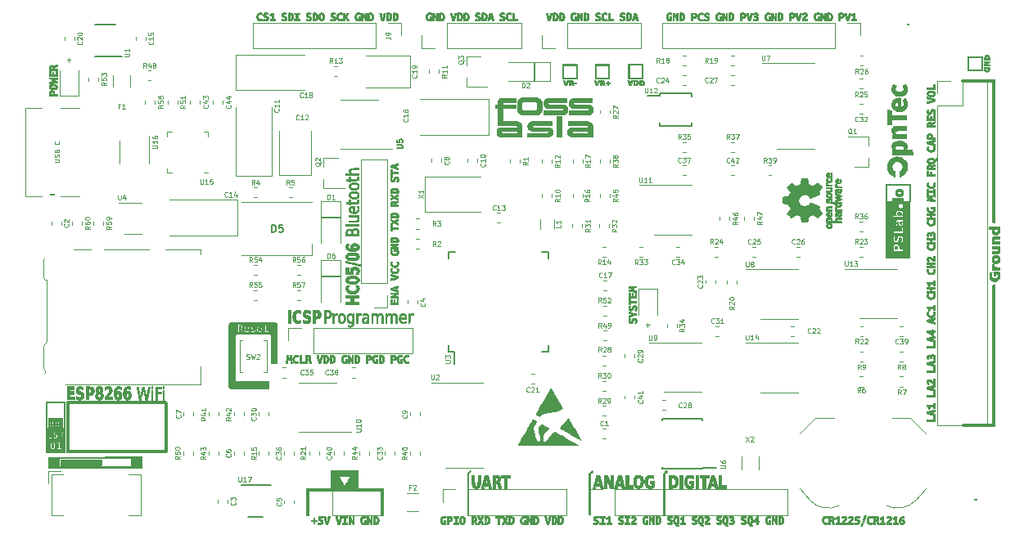
<source format=gbr>
G04 #@! TF.GenerationSoftware,KiCad,Pcbnew,5.1.6-c6e7f7d~87~ubuntu18.04.1*
G04 #@! TF.CreationDate,2020-10-25T15:07:58+02:00*
G04 #@! TF.ProjectId,PSLab,50534c61-622e-46b6-9963-61645f706362,v6.1*
G04 #@! TF.SameCoordinates,Original*
G04 #@! TF.FileFunction,Legend,Top*
G04 #@! TF.FilePolarity,Positive*
%FSLAX46Y46*%
G04 Gerber Fmt 4.6, Leading zero omitted, Abs format (unit mm)*
G04 Created by KiCad (PCBNEW 5.1.6-c6e7f7d~87~ubuntu18.04.1) date 2020-10-25 15:07:58*
%MOMM*%
%LPD*%
G01*
G04 APERTURE LIST*
%ADD10C,0.200000*%
%ADD11C,0.100000*%
%ADD12C,0.120000*%
%ADD13C,0.150000*%
%ADD14C,0.010000*%
%ADD15C,0.152400*%
%ADD16C,0.125000*%
%ADD17C,0.025000*%
%ADD18C,0.037500*%
G04 APERTURE END LIST*
D10*
X119750000Y-87670000D02*
X121660000Y-87670000D01*
D11*
X93118600Y-100736200D02*
X91264400Y-100736200D01*
X123370000Y-112394800D02*
X120830000Y-112394800D01*
D10*
X119750000Y-81610000D02*
X121660000Y-81610000D01*
X141740000Y-65548600D02*
X141740000Y-67428600D01*
D11*
X92106190Y-75871428D02*
X92510952Y-75871428D01*
X92558571Y-75847619D01*
X92582380Y-75823809D01*
X92606190Y-75776190D01*
X92606190Y-75680952D01*
X92582380Y-75633333D01*
X92558571Y-75609523D01*
X92510952Y-75585714D01*
X92106190Y-75585714D01*
X92582380Y-75371428D02*
X92606190Y-75300000D01*
X92606190Y-75180952D01*
X92582380Y-75133333D01*
X92558571Y-75109523D01*
X92510952Y-75085714D01*
X92463333Y-75085714D01*
X92415714Y-75109523D01*
X92391904Y-75133333D01*
X92368095Y-75180952D01*
X92344285Y-75276190D01*
X92320476Y-75323809D01*
X92296666Y-75347619D01*
X92249047Y-75371428D01*
X92201428Y-75371428D01*
X92153809Y-75347619D01*
X92130000Y-75323809D01*
X92106190Y-75276190D01*
X92106190Y-75157142D01*
X92130000Y-75085714D01*
X92344285Y-74704761D02*
X92368095Y-74633333D01*
X92391904Y-74609523D01*
X92439523Y-74585714D01*
X92510952Y-74585714D01*
X92558571Y-74609523D01*
X92582380Y-74633333D01*
X92606190Y-74680952D01*
X92606190Y-74871428D01*
X92106190Y-74871428D01*
X92106190Y-74704761D01*
X92130000Y-74657142D01*
X92153809Y-74633333D01*
X92201428Y-74609523D01*
X92249047Y-74609523D01*
X92296666Y-74633333D01*
X92320476Y-74657142D01*
X92344285Y-74704761D01*
X92344285Y-74871428D01*
X92558571Y-73704761D02*
X92582380Y-73728571D01*
X92606190Y-73800000D01*
X92606190Y-73847619D01*
X92582380Y-73919047D01*
X92534761Y-73966666D01*
X92487142Y-73990476D01*
X92391904Y-74014285D01*
X92320476Y-74014285D01*
X92225238Y-73990476D01*
X92177619Y-73966666D01*
X92130000Y-73919047D01*
X92106190Y-73847619D01*
X92106190Y-73800000D01*
X92130000Y-73728571D01*
X92153809Y-73704761D01*
X93410723Y-65288114D02*
X93791676Y-65288114D01*
X93601200Y-65478590D02*
X93601200Y-65097638D01*
X153284323Y-92736914D02*
X153665276Y-92736914D01*
X153474800Y-92927390D02*
X153474800Y-92546438D01*
D12*
X110850000Y-77270000D02*
X114550000Y-77270000D01*
X114550000Y-77270000D02*
X114550000Y-70170000D01*
X110850000Y-77270000D02*
X110850000Y-70170000D01*
X99360000Y-83270000D02*
X101160000Y-83270000D01*
X101160000Y-80050000D02*
X98710000Y-80050000D01*
X177330000Y-86920000D02*
X173880000Y-86920000D01*
X177330000Y-86920000D02*
X179280000Y-86920000D01*
X177330000Y-92040000D02*
X175380000Y-92040000D01*
X177330000Y-92040000D02*
X179280000Y-92040000D01*
X167070000Y-86970000D02*
X163620000Y-86970000D01*
X167070000Y-86970000D02*
X169020000Y-86970000D01*
X167070000Y-92090000D02*
X165120000Y-92090000D01*
X167070000Y-92090000D02*
X169020000Y-92090000D01*
X156060000Y-83360000D02*
X158010000Y-83360000D01*
X156060000Y-83360000D02*
X154110000Y-83360000D01*
X156060000Y-78240000D02*
X158010000Y-78240000D01*
X156060000Y-78240000D02*
X152610000Y-78240000D01*
X123620000Y-69400000D02*
X121670000Y-69400000D01*
X123620000Y-69400000D02*
X125570000Y-69400000D01*
X123620000Y-74520000D02*
X121670000Y-74520000D01*
X123620000Y-74520000D02*
X127070000Y-74520000D01*
X119360000Y-98690000D02*
X117410000Y-98690000D01*
X119360000Y-98690000D02*
X121310000Y-98690000D01*
X119360000Y-103810000D02*
X117410000Y-103810000D01*
X119360000Y-103810000D02*
X122810000Y-103810000D01*
D13*
X132885000Y-95495000D02*
X133460000Y-95495000D01*
X132885000Y-85145000D02*
X133560000Y-85145000D01*
X143235000Y-85145000D02*
X142560000Y-85145000D01*
X143235000Y-95495000D02*
X142560000Y-95495000D01*
X132885000Y-95495000D02*
X132885000Y-94820000D01*
X143235000Y-95495000D02*
X143235000Y-94820000D01*
X143235000Y-85145000D02*
X143235000Y-85820000D01*
X132885000Y-85145000D02*
X132885000Y-85820000D01*
X133460000Y-95495000D02*
X133460000Y-96770000D01*
D12*
X134500000Y-98665000D02*
X131050000Y-98665000D01*
X134500000Y-98665000D02*
X136450000Y-98665000D01*
X134500000Y-107535000D02*
X132550000Y-107535000D01*
X134500000Y-107535000D02*
X136450000Y-107535000D01*
X168750000Y-74485000D02*
X170700000Y-74485000D01*
X168750000Y-74485000D02*
X166800000Y-74485000D01*
X168750000Y-65615000D02*
X170700000Y-65615000D01*
X168750000Y-65615000D02*
X165300000Y-65615000D01*
D13*
X159145000Y-107525000D02*
X160545000Y-107525000D01*
X159145000Y-102425000D02*
X154995000Y-102425000D01*
X159145000Y-107575000D02*
X154995000Y-107575000D01*
X159145000Y-102425000D02*
X159145000Y-102570000D01*
X154995000Y-102425000D02*
X154995000Y-102570000D01*
X154995000Y-107575000D02*
X154995000Y-107430000D01*
X159145000Y-107575000D02*
X159145000Y-107525000D01*
D12*
X157050000Y-94560000D02*
X153600000Y-94560000D01*
X157050000Y-94560000D02*
X159000000Y-94560000D01*
X157050000Y-99680000D02*
X155100000Y-99680000D01*
X157050000Y-99680000D02*
X159000000Y-99680000D01*
X167080000Y-99720000D02*
X169030000Y-99720000D01*
X167080000Y-99720000D02*
X165130000Y-99720000D01*
X167080000Y-94600000D02*
X169030000Y-94600000D01*
X167080000Y-94600000D02*
X163630000Y-94600000D01*
X107525000Y-76960000D02*
X108000000Y-76960000D01*
X103780000Y-72740000D02*
X103780000Y-73215000D01*
X104255000Y-72740000D02*
X103780000Y-72740000D01*
X108000000Y-72740000D02*
X108000000Y-73215000D01*
X107525000Y-72740000D02*
X108000000Y-72740000D01*
X103780000Y-76960000D02*
X103780000Y-76485000D01*
X104255000Y-76960000D02*
X103780000Y-76960000D01*
X152520000Y-88975000D02*
X152520000Y-91660000D01*
X154440000Y-88975000D02*
X152520000Y-88975000D01*
X154440000Y-91660000D02*
X154440000Y-88975000D01*
D14*
G36*
X167744718Y-79433736D02*
G01*
X168046270Y-79376888D01*
X168219212Y-78957362D01*
X168048095Y-78705716D01*
X168000450Y-78635242D01*
X167957910Y-78571537D01*
X167922415Y-78517574D01*
X167895910Y-78476327D01*
X167880336Y-78450766D01*
X167876978Y-78443805D01*
X167885614Y-78431265D01*
X167909492Y-78404469D01*
X167945559Y-78366420D01*
X167990767Y-78320121D01*
X168042064Y-78268577D01*
X168096401Y-78214791D01*
X168150728Y-78161765D01*
X168201995Y-78112505D01*
X168247151Y-78070013D01*
X168283146Y-78037293D01*
X168306930Y-78017349D01*
X168314890Y-78012581D01*
X168329565Y-78019443D01*
X168361714Y-78038680D01*
X168408192Y-78068270D01*
X168465856Y-78106190D01*
X168531560Y-78150418D01*
X168569036Y-78176046D01*
X168637468Y-78222759D01*
X168699220Y-78264268D01*
X168751219Y-78298560D01*
X168790392Y-78323620D01*
X168813665Y-78337436D01*
X168818555Y-78339512D01*
X168832455Y-78334805D01*
X168864850Y-78321977D01*
X168911185Y-78302962D01*
X168966906Y-78279697D01*
X169027458Y-78254116D01*
X169088286Y-78228155D01*
X169144836Y-78203750D01*
X169192552Y-78182837D01*
X169226881Y-78167351D01*
X169243268Y-78159228D01*
X169243912Y-78158748D01*
X169247041Y-78145993D01*
X169254021Y-78112023D01*
X169264167Y-78060360D01*
X169276792Y-77994524D01*
X169291209Y-77918036D01*
X169299523Y-77873410D01*
X169315084Y-77791679D01*
X169329892Y-77717857D01*
X169343136Y-77655679D01*
X169354005Y-77608878D01*
X169361689Y-77581191D01*
X169364127Y-77575626D01*
X169380630Y-77570174D01*
X169417900Y-77565776D01*
X169471580Y-77562428D01*
X169537312Y-77560126D01*
X169610737Y-77558868D01*
X169687496Y-77558652D01*
X169763232Y-77559473D01*
X169833586Y-77561329D01*
X169894200Y-77564218D01*
X169940716Y-77568135D01*
X169968775Y-77573078D01*
X169974616Y-77576043D01*
X169981617Y-77593766D01*
X169991627Y-77631319D01*
X170003469Y-77683736D01*
X170015967Y-77746048D01*
X170020010Y-77767800D01*
X170039220Y-77872676D01*
X170054691Y-77955520D01*
X170067037Y-78019070D01*
X170076873Y-78066063D01*
X170084814Y-78099237D01*
X170091476Y-78121329D01*
X170097473Y-78135076D01*
X170103419Y-78143216D01*
X170104594Y-78144355D01*
X170123526Y-78155723D01*
X170160369Y-78173065D01*
X170210613Y-78194650D01*
X170269746Y-78218746D01*
X170333256Y-78243621D01*
X170396632Y-78267543D01*
X170455362Y-78288781D01*
X170504935Y-78305603D01*
X170540839Y-78316278D01*
X170558562Y-78319073D01*
X170559183Y-78318840D01*
X170573670Y-78309369D01*
X170605544Y-78287882D01*
X170651489Y-78256637D01*
X170708185Y-78217893D01*
X170772317Y-78173907D01*
X170790542Y-78161381D01*
X170856614Y-78116716D01*
X170916900Y-78077412D01*
X170967935Y-78045612D01*
X171006260Y-78023455D01*
X171028411Y-78013083D01*
X171031132Y-78012581D01*
X171045436Y-78021295D01*
X171073772Y-78045375D01*
X171113096Y-78081724D01*
X171160361Y-78127247D01*
X171212523Y-78178848D01*
X171266535Y-78233433D01*
X171319353Y-78287906D01*
X171367931Y-78339171D01*
X171409223Y-78384133D01*
X171440185Y-78419696D01*
X171457770Y-78442765D01*
X171460641Y-78449146D01*
X171453878Y-78464001D01*
X171435639Y-78494414D01*
X171408997Y-78535432D01*
X171387552Y-78566991D01*
X171348203Y-78624175D01*
X171301871Y-78691894D01*
X171255613Y-78759820D01*
X171230855Y-78796339D01*
X171147247Y-78919948D01*
X171203350Y-79023709D01*
X171227928Y-79070980D01*
X171247031Y-79111177D01*
X171257927Y-79138374D01*
X171259443Y-79145298D01*
X171248249Y-79153623D01*
X171216617Y-79170046D01*
X171167465Y-79193343D01*
X171103710Y-79222286D01*
X171028271Y-79255650D01*
X170944064Y-79292209D01*
X170854008Y-79330736D01*
X170761021Y-79370006D01*
X170668020Y-79408792D01*
X170577923Y-79445870D01*
X170493648Y-79480011D01*
X170418113Y-79509992D01*
X170354234Y-79534584D01*
X170304931Y-79552564D01*
X170273121Y-79562703D01*
X170262196Y-79564334D01*
X170248261Y-79551409D01*
X170225640Y-79523111D01*
X170199033Y-79485354D01*
X170196928Y-79482185D01*
X170118814Y-79384600D01*
X170027682Y-79305914D01*
X169926445Y-79246809D01*
X169818018Y-79207968D01*
X169705314Y-79190072D01*
X169591248Y-79193803D01*
X169478734Y-79219843D01*
X169370685Y-79268875D01*
X169347045Y-79283300D01*
X169251587Y-79358331D01*
X169174932Y-79446970D01*
X169117480Y-79546151D01*
X169079629Y-79652805D01*
X169061778Y-79763864D01*
X169064325Y-79876261D01*
X169087670Y-79986927D01*
X169132210Y-80092794D01*
X169198345Y-80190795D01*
X169225187Y-80221110D01*
X169309212Y-80298262D01*
X169397666Y-80354482D01*
X169496815Y-80393047D01*
X169595003Y-80414526D01*
X169705397Y-80419828D01*
X169816340Y-80402148D01*
X169924081Y-80363281D01*
X170024869Y-80305023D01*
X170114956Y-80229169D01*
X170190592Y-80137517D01*
X170198564Y-80125472D01*
X170224674Y-80087311D01*
X170247295Y-80058301D01*
X170261739Y-80044432D01*
X170262196Y-80044231D01*
X170277821Y-80047208D01*
X170313282Y-80059011D01*
X170365662Y-80078414D01*
X170432045Y-80104188D01*
X170509514Y-80135109D01*
X170595150Y-80169949D01*
X170686037Y-80207483D01*
X170779259Y-80246483D01*
X170871897Y-80285723D01*
X170961035Y-80323976D01*
X171043755Y-80360017D01*
X171117141Y-80392617D01*
X171178275Y-80420552D01*
X171224241Y-80442595D01*
X171252121Y-80457518D01*
X171259443Y-80463528D01*
X171253741Y-80481891D01*
X171238449Y-80516252D01*
X171216299Y-80560684D01*
X171203350Y-80585117D01*
X171147247Y-80688878D01*
X171230855Y-80812487D01*
X171273687Y-80875586D01*
X171320822Y-80944670D01*
X171365203Y-81009407D01*
X171387552Y-81041834D01*
X171418177Y-81087441D01*
X171442447Y-81126060D01*
X171457287Y-81152652D01*
X171460424Y-81161290D01*
X171451961Y-81173861D01*
X171428336Y-81201684D01*
X171392002Y-81242061D01*
X171345411Y-81292295D01*
X171291017Y-81349688D01*
X171256092Y-81385986D01*
X171193696Y-81449490D01*
X171137888Y-81504373D01*
X171091054Y-81548414D01*
X171055582Y-81579395D01*
X171033861Y-81595098D01*
X171029452Y-81596605D01*
X171012685Y-81589614D01*
X170978782Y-81570294D01*
X170931176Y-81540791D01*
X170873299Y-81503245D01*
X170808584Y-81459800D01*
X170790542Y-81447445D01*
X170724967Y-81402427D01*
X170665928Y-81362040D01*
X170616742Y-81328540D01*
X170580728Y-81304186D01*
X170561202Y-81291236D01*
X170559183Y-81289985D01*
X170543622Y-81291856D01*
X170509409Y-81301787D01*
X170461055Y-81318047D01*
X170403071Y-81338905D01*
X170339970Y-81362627D01*
X170276263Y-81387484D01*
X170216461Y-81411742D01*
X170165076Y-81433671D01*
X170126619Y-81451538D01*
X170105602Y-81463613D01*
X170104594Y-81464471D01*
X170098588Y-81471854D01*
X170092648Y-81484325D01*
X170086160Y-81504620D01*
X170078509Y-81535478D01*
X170069080Y-81579634D01*
X170057259Y-81639826D01*
X170042429Y-81718793D01*
X170023977Y-81819270D01*
X170020010Y-81841025D01*
X170007553Y-81905502D01*
X169995366Y-81961711D01*
X169984626Y-82004687D01*
X169976509Y-82029460D01*
X169974616Y-82032782D01*
X169957838Y-82038256D01*
X169920345Y-82042706D01*
X169866494Y-82046128D01*
X169800644Y-82048519D01*
X169727153Y-82049877D01*
X169650380Y-82050199D01*
X169574683Y-82049481D01*
X169504420Y-82047721D01*
X169443950Y-82044916D01*
X169397630Y-82041062D01*
X169369819Y-82036157D01*
X169364127Y-82033200D01*
X169358386Y-82016737D01*
X169349045Y-81979251D01*
X169336915Y-81924475D01*
X169322807Y-81856145D01*
X169307530Y-81777994D01*
X169299523Y-81735416D01*
X169284421Y-81654629D01*
X169270740Y-81582587D01*
X169259167Y-81522811D01*
X169250387Y-81478821D01*
X169245087Y-81454139D01*
X169243912Y-81450077D01*
X169230665Y-81443211D01*
X169198757Y-81428698D01*
X169152747Y-81408471D01*
X169097192Y-81384466D01*
X169036653Y-81358618D01*
X168975686Y-81332860D01*
X168918851Y-81309127D01*
X168870706Y-81289354D01*
X168835810Y-81275476D01*
X168818721Y-81269426D01*
X168817974Y-81269314D01*
X168804493Y-81276172D01*
X168773470Y-81295398D01*
X168727989Y-81324972D01*
X168671132Y-81362873D01*
X168605983Y-81407080D01*
X168568562Y-81432779D01*
X168499947Y-81479607D01*
X168437652Y-81521199D01*
X168384829Y-81555525D01*
X168344627Y-81580557D01*
X168320200Y-81594265D01*
X168314724Y-81596244D01*
X168301978Y-81587734D01*
X168274763Y-81564207D01*
X168236128Y-81528668D01*
X168189123Y-81484123D01*
X168136795Y-81433577D01*
X168082195Y-81380036D01*
X168028370Y-81326505D01*
X167978370Y-81275989D01*
X167935243Y-81231494D01*
X167902039Y-81196025D01*
X167881806Y-81172587D01*
X167876978Y-81164746D01*
X167883767Y-81151980D01*
X167902842Y-81121444D01*
X167932261Y-81076110D01*
X167970081Y-81018944D01*
X168014361Y-80952916D01*
X168048095Y-80903110D01*
X168219212Y-80651464D01*
X168132741Y-80441701D01*
X168046270Y-80231937D01*
X167744718Y-80175089D01*
X167443166Y-80118240D01*
X167443166Y-79490585D01*
X167744718Y-79433736D01*
G37*
X167744718Y-79433736D02*
X168046270Y-79376888D01*
X168219212Y-78957362D01*
X168048095Y-78705716D01*
X168000450Y-78635242D01*
X167957910Y-78571537D01*
X167922415Y-78517574D01*
X167895910Y-78476327D01*
X167880336Y-78450766D01*
X167876978Y-78443805D01*
X167885614Y-78431265D01*
X167909492Y-78404469D01*
X167945559Y-78366420D01*
X167990767Y-78320121D01*
X168042064Y-78268577D01*
X168096401Y-78214791D01*
X168150728Y-78161765D01*
X168201995Y-78112505D01*
X168247151Y-78070013D01*
X168283146Y-78037293D01*
X168306930Y-78017349D01*
X168314890Y-78012581D01*
X168329565Y-78019443D01*
X168361714Y-78038680D01*
X168408192Y-78068270D01*
X168465856Y-78106190D01*
X168531560Y-78150418D01*
X168569036Y-78176046D01*
X168637468Y-78222759D01*
X168699220Y-78264268D01*
X168751219Y-78298560D01*
X168790392Y-78323620D01*
X168813665Y-78337436D01*
X168818555Y-78339512D01*
X168832455Y-78334805D01*
X168864850Y-78321977D01*
X168911185Y-78302962D01*
X168966906Y-78279697D01*
X169027458Y-78254116D01*
X169088286Y-78228155D01*
X169144836Y-78203750D01*
X169192552Y-78182837D01*
X169226881Y-78167351D01*
X169243268Y-78159228D01*
X169243912Y-78158748D01*
X169247041Y-78145993D01*
X169254021Y-78112023D01*
X169264167Y-78060360D01*
X169276792Y-77994524D01*
X169291209Y-77918036D01*
X169299523Y-77873410D01*
X169315084Y-77791679D01*
X169329892Y-77717857D01*
X169343136Y-77655679D01*
X169354005Y-77608878D01*
X169361689Y-77581191D01*
X169364127Y-77575626D01*
X169380630Y-77570174D01*
X169417900Y-77565776D01*
X169471580Y-77562428D01*
X169537312Y-77560126D01*
X169610737Y-77558868D01*
X169687496Y-77558652D01*
X169763232Y-77559473D01*
X169833586Y-77561329D01*
X169894200Y-77564218D01*
X169940716Y-77568135D01*
X169968775Y-77573078D01*
X169974616Y-77576043D01*
X169981617Y-77593766D01*
X169991627Y-77631319D01*
X170003469Y-77683736D01*
X170015967Y-77746048D01*
X170020010Y-77767800D01*
X170039220Y-77872676D01*
X170054691Y-77955520D01*
X170067037Y-78019070D01*
X170076873Y-78066063D01*
X170084814Y-78099237D01*
X170091476Y-78121329D01*
X170097473Y-78135076D01*
X170103419Y-78143216D01*
X170104594Y-78144355D01*
X170123526Y-78155723D01*
X170160369Y-78173065D01*
X170210613Y-78194650D01*
X170269746Y-78218746D01*
X170333256Y-78243621D01*
X170396632Y-78267543D01*
X170455362Y-78288781D01*
X170504935Y-78305603D01*
X170540839Y-78316278D01*
X170558562Y-78319073D01*
X170559183Y-78318840D01*
X170573670Y-78309369D01*
X170605544Y-78287882D01*
X170651489Y-78256637D01*
X170708185Y-78217893D01*
X170772317Y-78173907D01*
X170790542Y-78161381D01*
X170856614Y-78116716D01*
X170916900Y-78077412D01*
X170967935Y-78045612D01*
X171006260Y-78023455D01*
X171028411Y-78013083D01*
X171031132Y-78012581D01*
X171045436Y-78021295D01*
X171073772Y-78045375D01*
X171113096Y-78081724D01*
X171160361Y-78127247D01*
X171212523Y-78178848D01*
X171266535Y-78233433D01*
X171319353Y-78287906D01*
X171367931Y-78339171D01*
X171409223Y-78384133D01*
X171440185Y-78419696D01*
X171457770Y-78442765D01*
X171460641Y-78449146D01*
X171453878Y-78464001D01*
X171435639Y-78494414D01*
X171408997Y-78535432D01*
X171387552Y-78566991D01*
X171348203Y-78624175D01*
X171301871Y-78691894D01*
X171255613Y-78759820D01*
X171230855Y-78796339D01*
X171147247Y-78919948D01*
X171203350Y-79023709D01*
X171227928Y-79070980D01*
X171247031Y-79111177D01*
X171257927Y-79138374D01*
X171259443Y-79145298D01*
X171248249Y-79153623D01*
X171216617Y-79170046D01*
X171167465Y-79193343D01*
X171103710Y-79222286D01*
X171028271Y-79255650D01*
X170944064Y-79292209D01*
X170854008Y-79330736D01*
X170761021Y-79370006D01*
X170668020Y-79408792D01*
X170577923Y-79445870D01*
X170493648Y-79480011D01*
X170418113Y-79509992D01*
X170354234Y-79534584D01*
X170304931Y-79552564D01*
X170273121Y-79562703D01*
X170262196Y-79564334D01*
X170248261Y-79551409D01*
X170225640Y-79523111D01*
X170199033Y-79485354D01*
X170196928Y-79482185D01*
X170118814Y-79384600D01*
X170027682Y-79305914D01*
X169926445Y-79246809D01*
X169818018Y-79207968D01*
X169705314Y-79190072D01*
X169591248Y-79193803D01*
X169478734Y-79219843D01*
X169370685Y-79268875D01*
X169347045Y-79283300D01*
X169251587Y-79358331D01*
X169174932Y-79446970D01*
X169117480Y-79546151D01*
X169079629Y-79652805D01*
X169061778Y-79763864D01*
X169064325Y-79876261D01*
X169087670Y-79986927D01*
X169132210Y-80092794D01*
X169198345Y-80190795D01*
X169225187Y-80221110D01*
X169309212Y-80298262D01*
X169397666Y-80354482D01*
X169496815Y-80393047D01*
X169595003Y-80414526D01*
X169705397Y-80419828D01*
X169816340Y-80402148D01*
X169924081Y-80363281D01*
X170024869Y-80305023D01*
X170114956Y-80229169D01*
X170190592Y-80137517D01*
X170198564Y-80125472D01*
X170224674Y-80087311D01*
X170247295Y-80058301D01*
X170261739Y-80044432D01*
X170262196Y-80044231D01*
X170277821Y-80047208D01*
X170313282Y-80059011D01*
X170365662Y-80078414D01*
X170432045Y-80104188D01*
X170509514Y-80135109D01*
X170595150Y-80169949D01*
X170686037Y-80207483D01*
X170779259Y-80246483D01*
X170871897Y-80285723D01*
X170961035Y-80323976D01*
X171043755Y-80360017D01*
X171117141Y-80392617D01*
X171178275Y-80420552D01*
X171224241Y-80442595D01*
X171252121Y-80457518D01*
X171259443Y-80463528D01*
X171253741Y-80481891D01*
X171238449Y-80516252D01*
X171216299Y-80560684D01*
X171203350Y-80585117D01*
X171147247Y-80688878D01*
X171230855Y-80812487D01*
X171273687Y-80875586D01*
X171320822Y-80944670D01*
X171365203Y-81009407D01*
X171387552Y-81041834D01*
X171418177Y-81087441D01*
X171442447Y-81126060D01*
X171457287Y-81152652D01*
X171460424Y-81161290D01*
X171451961Y-81173861D01*
X171428336Y-81201684D01*
X171392002Y-81242061D01*
X171345411Y-81292295D01*
X171291017Y-81349688D01*
X171256092Y-81385986D01*
X171193696Y-81449490D01*
X171137888Y-81504373D01*
X171091054Y-81548414D01*
X171055582Y-81579395D01*
X171033861Y-81595098D01*
X171029452Y-81596605D01*
X171012685Y-81589614D01*
X170978782Y-81570294D01*
X170931176Y-81540791D01*
X170873299Y-81503245D01*
X170808584Y-81459800D01*
X170790542Y-81447445D01*
X170724967Y-81402427D01*
X170665928Y-81362040D01*
X170616742Y-81328540D01*
X170580728Y-81304186D01*
X170561202Y-81291236D01*
X170559183Y-81289985D01*
X170543622Y-81291856D01*
X170509409Y-81301787D01*
X170461055Y-81318047D01*
X170403071Y-81338905D01*
X170339970Y-81362627D01*
X170276263Y-81387484D01*
X170216461Y-81411742D01*
X170165076Y-81433671D01*
X170126619Y-81451538D01*
X170105602Y-81463613D01*
X170104594Y-81464471D01*
X170098588Y-81471854D01*
X170092648Y-81484325D01*
X170086160Y-81504620D01*
X170078509Y-81535478D01*
X170069080Y-81579634D01*
X170057259Y-81639826D01*
X170042429Y-81718793D01*
X170023977Y-81819270D01*
X170020010Y-81841025D01*
X170007553Y-81905502D01*
X169995366Y-81961711D01*
X169984626Y-82004687D01*
X169976509Y-82029460D01*
X169974616Y-82032782D01*
X169957838Y-82038256D01*
X169920345Y-82042706D01*
X169866494Y-82046128D01*
X169800644Y-82048519D01*
X169727153Y-82049877D01*
X169650380Y-82050199D01*
X169574683Y-82049481D01*
X169504420Y-82047721D01*
X169443950Y-82044916D01*
X169397630Y-82041062D01*
X169369819Y-82036157D01*
X169364127Y-82033200D01*
X169358386Y-82016737D01*
X169349045Y-81979251D01*
X169336915Y-81924475D01*
X169322807Y-81856145D01*
X169307530Y-81777994D01*
X169299523Y-81735416D01*
X169284421Y-81654629D01*
X169270740Y-81582587D01*
X169259167Y-81522811D01*
X169250387Y-81478821D01*
X169245087Y-81454139D01*
X169243912Y-81450077D01*
X169230665Y-81443211D01*
X169198757Y-81428698D01*
X169152747Y-81408471D01*
X169097192Y-81384466D01*
X169036653Y-81358618D01*
X168975686Y-81332860D01*
X168918851Y-81309127D01*
X168870706Y-81289354D01*
X168835810Y-81275476D01*
X168818721Y-81269426D01*
X168817974Y-81269314D01*
X168804493Y-81276172D01*
X168773470Y-81295398D01*
X168727989Y-81324972D01*
X168671132Y-81362873D01*
X168605983Y-81407080D01*
X168568562Y-81432779D01*
X168499947Y-81479607D01*
X168437652Y-81521199D01*
X168384829Y-81555525D01*
X168344627Y-81580557D01*
X168320200Y-81594265D01*
X168314724Y-81596244D01*
X168301978Y-81587734D01*
X168274763Y-81564207D01*
X168236128Y-81528668D01*
X168189123Y-81484123D01*
X168136795Y-81433577D01*
X168082195Y-81380036D01*
X168028370Y-81326505D01*
X167978370Y-81275989D01*
X167935243Y-81231494D01*
X167902039Y-81196025D01*
X167881806Y-81172587D01*
X167876978Y-81164746D01*
X167883767Y-81151980D01*
X167902842Y-81121444D01*
X167932261Y-81076110D01*
X167970081Y-81018944D01*
X168014361Y-80952916D01*
X168048095Y-80903110D01*
X168219212Y-80651464D01*
X168132741Y-80441701D01*
X168046270Y-80231937D01*
X167744718Y-80175089D01*
X167443166Y-80118240D01*
X167443166Y-79490585D01*
X167744718Y-79433736D01*
G36*
X171912730Y-78011240D02*
G01*
X171925945Y-77967989D01*
X171942641Y-77940142D01*
X171955845Y-77931071D01*
X171971497Y-77933568D01*
X171996085Y-77949769D01*
X172013500Y-77963468D01*
X172044983Y-77991708D01*
X172058229Y-78012925D01*
X172057364Y-78031012D01*
X172043710Y-78084665D01*
X172044330Y-78124070D01*
X172059804Y-78156068D01*
X172068861Y-78166810D01*
X172100727Y-78201195D01*
X172516879Y-78201195D01*
X172516879Y-78339512D01*
X171913314Y-78339512D01*
X171913314Y-78270353D01*
X171914956Y-78228831D01*
X171920787Y-78207409D01*
X171932161Y-78201198D01*
X171932498Y-78201195D01*
X171944413Y-78198261D01*
X171942859Y-78184996D01*
X171934263Y-78166616D01*
X171918268Y-78128654D01*
X171908645Y-78097828D01*
X171906178Y-78058164D01*
X171912730Y-78011240D01*
G37*
X171912730Y-78011240D02*
X171925945Y-77967989D01*
X171942641Y-77940142D01*
X171955845Y-77931071D01*
X171971497Y-77933568D01*
X171996085Y-77949769D01*
X172013500Y-77963468D01*
X172044983Y-77991708D01*
X172058229Y-78012925D01*
X172057364Y-78031012D01*
X172043710Y-78084665D01*
X172044330Y-78124070D01*
X172059804Y-78156068D01*
X172068861Y-78166810D01*
X172100727Y-78201195D01*
X172516879Y-78201195D01*
X172516879Y-78339512D01*
X171913314Y-78339512D01*
X171913314Y-78270353D01*
X171914956Y-78228831D01*
X171920787Y-78207409D01*
X171932161Y-78201198D01*
X171932498Y-78201195D01*
X171944413Y-78198261D01*
X171942859Y-78184996D01*
X171934263Y-78166616D01*
X171918268Y-78128654D01*
X171908645Y-78097828D01*
X171906178Y-78058164D01*
X171912730Y-78011240D01*
G36*
X171923702Y-80564712D02*
G01*
X171938650Y-80533417D01*
X171960241Y-80503109D01*
X171985091Y-80480018D01*
X172016787Y-80463200D01*
X172058914Y-80451706D01*
X172115058Y-80444591D01*
X172188806Y-80440907D01*
X172283744Y-80439708D01*
X172293685Y-80439689D01*
X172516879Y-80439413D01*
X172516879Y-80577730D01*
X172311118Y-80577730D01*
X172234889Y-80577828D01*
X172179639Y-80578509D01*
X172141201Y-80580351D01*
X172115406Y-80583933D01*
X172098084Y-80589832D01*
X172085068Y-80598627D01*
X172072207Y-80610880D01*
X172044573Y-80653747D01*
X172039445Y-80700543D01*
X172056917Y-80745124D01*
X172069921Y-80760628D01*
X172082147Y-80772010D01*
X172095240Y-80780181D01*
X172113315Y-80785674D01*
X172140487Y-80789020D01*
X172180870Y-80790751D01*
X172238579Y-80791397D01*
X172308832Y-80791492D01*
X172516879Y-80791492D01*
X172516879Y-80929809D01*
X171913314Y-80929809D01*
X171913314Y-80860650D01*
X171914956Y-80819128D01*
X171920787Y-80797706D01*
X171932161Y-80791495D01*
X171932498Y-80791492D01*
X171943638Y-80788610D01*
X171942374Y-80775899D01*
X171930134Y-80750626D01*
X171912124Y-80693305D01*
X171910121Y-80627737D01*
X171923702Y-80564712D01*
G37*
X171923702Y-80564712D02*
X171938650Y-80533417D01*
X171960241Y-80503109D01*
X171985091Y-80480018D01*
X172016787Y-80463200D01*
X172058914Y-80451706D01*
X172115058Y-80444591D01*
X172188806Y-80440907D01*
X172283744Y-80439708D01*
X172293685Y-80439689D01*
X172516879Y-80439413D01*
X172516879Y-80577730D01*
X172311118Y-80577730D01*
X172234889Y-80577828D01*
X172179639Y-80578509D01*
X172141201Y-80580351D01*
X172115406Y-80583933D01*
X172098084Y-80589832D01*
X172085068Y-80598627D01*
X172072207Y-80610880D01*
X172044573Y-80653747D01*
X172039445Y-80700543D01*
X172056917Y-80745124D01*
X172069921Y-80760628D01*
X172082147Y-80772010D01*
X172095240Y-80780181D01*
X172113315Y-80785674D01*
X172140487Y-80789020D01*
X172180870Y-80790751D01*
X172238579Y-80791397D01*
X172308832Y-80791492D01*
X172516879Y-80791492D01*
X172516879Y-80929809D01*
X171913314Y-80929809D01*
X171913314Y-80860650D01*
X171914956Y-80819128D01*
X171920787Y-80797706D01*
X171932161Y-80791495D01*
X171932498Y-80791492D01*
X171943638Y-80788610D01*
X171942374Y-80775899D01*
X171930134Y-80750626D01*
X171912124Y-80693305D01*
X171910121Y-80627737D01*
X171923702Y-80564712D01*
G36*
X171911157Y-77132802D02*
G01*
X171918979Y-77100604D01*
X171947621Y-77038875D01*
X171991367Y-76986090D01*
X172043817Y-76949559D01*
X172055593Y-76944540D01*
X172086440Y-76937655D01*
X172132071Y-76932836D01*
X172178192Y-76931195D01*
X172265393Y-76931195D01*
X172265393Y-77113522D01*
X172265678Y-77188721D01*
X172267404Y-77241697D01*
X172271881Y-77275375D01*
X172280420Y-77292680D01*
X172294330Y-77296537D01*
X172314922Y-77289871D01*
X172339015Y-77277930D01*
X172379225Y-77244620D01*
X172399258Y-77198332D01*
X172398605Y-77141756D01*
X172376801Y-77077669D01*
X172349893Y-77022283D01*
X172386232Y-76976325D01*
X172422572Y-76930367D01*
X172462519Y-76973604D01*
X172500263Y-77031326D01*
X172523020Y-77102314D01*
X172529388Y-77178671D01*
X172517968Y-77252501D01*
X172514093Y-77264413D01*
X172480206Y-77329301D01*
X172429686Y-77377570D01*
X172361025Y-77410235D01*
X172272714Y-77428315D01*
X172270821Y-77428525D01*
X172174578Y-77430144D01*
X172140242Y-77423600D01*
X172140242Y-77295848D01*
X172145522Y-77284116D01*
X172149567Y-77252262D01*
X172151876Y-77205303D01*
X172152225Y-77175546D01*
X172152006Y-77120052D01*
X172150616Y-77085354D01*
X172146951Y-77067099D01*
X172139910Y-77060934D01*
X172128390Y-77062505D01*
X172123933Y-77063822D01*
X172082055Y-77086318D01*
X172048304Y-77121697D01*
X172033473Y-77152920D01*
X172034368Y-77194399D01*
X172052864Y-77236431D01*
X172083486Y-77271688D01*
X172120762Y-77292846D01*
X172140242Y-77295848D01*
X172140242Y-77423600D01*
X172089929Y-77414010D01*
X172018891Y-77382002D01*
X171963479Y-77335999D01*
X171925709Y-77277879D01*
X171907596Y-77209520D01*
X171911157Y-77132802D01*
G37*
X171911157Y-77132802D02*
X171918979Y-77100604D01*
X171947621Y-77038875D01*
X171991367Y-76986090D01*
X172043817Y-76949559D01*
X172055593Y-76944540D01*
X172086440Y-76937655D01*
X172132071Y-76932836D01*
X172178192Y-76931195D01*
X172265393Y-76931195D01*
X172265393Y-77113522D01*
X172265678Y-77188721D01*
X172267404Y-77241697D01*
X172271881Y-77275375D01*
X172280420Y-77292680D01*
X172294330Y-77296537D01*
X172314922Y-77289871D01*
X172339015Y-77277930D01*
X172379225Y-77244620D01*
X172399258Y-77198332D01*
X172398605Y-77141756D01*
X172376801Y-77077669D01*
X172349893Y-77022283D01*
X172386232Y-76976325D01*
X172422572Y-76930367D01*
X172462519Y-76973604D01*
X172500263Y-77031326D01*
X172523020Y-77102314D01*
X172529388Y-77178671D01*
X172517968Y-77252501D01*
X172514093Y-77264413D01*
X172480206Y-77329301D01*
X172429686Y-77377570D01*
X172361025Y-77410235D01*
X172272714Y-77428315D01*
X172270821Y-77428525D01*
X172174578Y-77430144D01*
X172140242Y-77423600D01*
X172140242Y-77295848D01*
X172145522Y-77284116D01*
X172149567Y-77252262D01*
X172151876Y-77205303D01*
X172152225Y-77175546D01*
X172152006Y-77120052D01*
X172150616Y-77085354D01*
X172146951Y-77067099D01*
X172139910Y-77060934D01*
X172128390Y-77062505D01*
X172123933Y-77063822D01*
X172082055Y-77086318D01*
X172048304Y-77121697D01*
X172033473Y-77152920D01*
X172034368Y-77194399D01*
X172052864Y-77236431D01*
X172083486Y-77271688D01*
X172120762Y-77292846D01*
X172140242Y-77295848D01*
X172140242Y-77423600D01*
X172089929Y-77414010D01*
X172018891Y-77382002D01*
X171963479Y-77335999D01*
X171925709Y-77277879D01*
X171907596Y-77209520D01*
X171911157Y-77132802D01*
G36*
X171918580Y-77593474D02*
G01*
X171949530Y-77520620D01*
X171964595Y-77497673D01*
X171987748Y-77468346D01*
X172005953Y-77449936D01*
X172011883Y-77446739D01*
X172025040Y-77455765D01*
X172047367Y-77478863D01*
X172062950Y-77497356D01*
X172103626Y-77547972D01*
X172069995Y-77587940D01*
X172048284Y-77618826D01*
X172040790Y-77648941D01*
X172042620Y-77683408D01*
X172056228Y-77738139D01*
X172084472Y-77775814D01*
X172130133Y-77798709D01*
X172195989Y-77809103D01*
X172196031Y-77809105D01*
X172269639Y-77808206D01*
X172323646Y-77794237D01*
X172360416Y-77766372D01*
X172372868Y-77747375D01*
X172388373Y-77696924D01*
X172388383Y-77643037D01*
X172373338Y-77596154D01*
X172365987Y-77585056D01*
X172347211Y-77557224D01*
X172344134Y-77535464D01*
X172358109Y-77511996D01*
X172383210Y-77486051D01*
X172425580Y-77444984D01*
X172463164Y-77490579D01*
X172505582Y-77561026D01*
X172526485Y-77640467D01*
X172524972Y-77723485D01*
X172511111Y-77778006D01*
X172476835Y-77841730D01*
X172422912Y-77892695D01*
X172384849Y-77915849D01*
X172330236Y-77934601D01*
X172261069Y-77943985D01*
X172186107Y-77944057D01*
X172114109Y-77934876D01*
X172053837Y-77916501D01*
X172047658Y-77913607D01*
X171987051Y-77870748D01*
X171942924Y-77812721D01*
X171916193Y-77744109D01*
X171907773Y-77669499D01*
X171918580Y-77593474D01*
G37*
X171918580Y-77593474D02*
X171949530Y-77520620D01*
X171964595Y-77497673D01*
X171987748Y-77468346D01*
X172005953Y-77449936D01*
X172011883Y-77446739D01*
X172025040Y-77455765D01*
X172047367Y-77478863D01*
X172062950Y-77497356D01*
X172103626Y-77547972D01*
X172069995Y-77587940D01*
X172048284Y-77618826D01*
X172040790Y-77648941D01*
X172042620Y-77683408D01*
X172056228Y-77738139D01*
X172084472Y-77775814D01*
X172130133Y-77798709D01*
X172195989Y-77809103D01*
X172196031Y-77809105D01*
X172269639Y-77808206D01*
X172323646Y-77794237D01*
X172360416Y-77766372D01*
X172372868Y-77747375D01*
X172388373Y-77696924D01*
X172388383Y-77643037D01*
X172373338Y-77596154D01*
X172365987Y-77585056D01*
X172347211Y-77557224D01*
X172344134Y-77535464D01*
X172358109Y-77511996D01*
X172383210Y-77486051D01*
X172425580Y-77444984D01*
X172463164Y-77490579D01*
X172505582Y-77561026D01*
X172526485Y-77640467D01*
X172524972Y-77723485D01*
X172511111Y-77778006D01*
X172476835Y-77841730D01*
X172422912Y-77892695D01*
X172384849Y-77915849D01*
X172330236Y-77934601D01*
X172261069Y-77943985D01*
X172186107Y-77944057D01*
X172114109Y-77934876D01*
X172053837Y-77916501D01*
X172047658Y-77913607D01*
X171987051Y-77870748D01*
X171942924Y-77812721D01*
X171916193Y-77744109D01*
X171907773Y-77669499D01*
X171918580Y-77593474D01*
G36*
X172109042Y-78817333D02*
G01*
X172201263Y-78816145D01*
X172271310Y-78811803D01*
X172322081Y-78803142D01*
X172356472Y-78788996D01*
X172377379Y-78768200D01*
X172387700Y-78739590D01*
X172390336Y-78704165D01*
X172387382Y-78667064D01*
X172376589Y-78638882D01*
X172355060Y-78618457D01*
X172319899Y-78604621D01*
X172268210Y-78596209D01*
X172197094Y-78592057D01*
X172109042Y-78590997D01*
X171913314Y-78590997D01*
X171913314Y-78452680D01*
X172516879Y-78452680D01*
X172516879Y-78521838D01*
X172515189Y-78563530D01*
X172509256Y-78584999D01*
X172497993Y-78590997D01*
X172487961Y-78594609D01*
X172490083Y-78608986D01*
X172504280Y-78637964D01*
X172526180Y-78704381D01*
X172524628Y-78774825D01*
X172500847Y-78842323D01*
X172482062Y-78874467D01*
X172461722Y-78898985D01*
X172436273Y-78916896D01*
X172402158Y-78929221D01*
X172355821Y-78936977D01*
X172293707Y-78941184D01*
X172212261Y-78942860D01*
X172149278Y-78943076D01*
X171913314Y-78943076D01*
X171913314Y-78817333D01*
X172109042Y-78817333D01*
G37*
X172109042Y-78817333D02*
X172201263Y-78816145D01*
X172271310Y-78811803D01*
X172322081Y-78803142D01*
X172356472Y-78788996D01*
X172377379Y-78768200D01*
X172387700Y-78739590D01*
X172390336Y-78704165D01*
X172387382Y-78667064D01*
X172376589Y-78638882D01*
X172355060Y-78618457D01*
X172319899Y-78604621D01*
X172268210Y-78596209D01*
X172197094Y-78592057D01*
X172109042Y-78590997D01*
X171913314Y-78590997D01*
X171913314Y-78452680D01*
X172516879Y-78452680D01*
X172516879Y-78521838D01*
X172515189Y-78563530D01*
X172509256Y-78584999D01*
X172497993Y-78590997D01*
X172487961Y-78594609D01*
X172490083Y-78608986D01*
X172504280Y-78637964D01*
X172526180Y-78704381D01*
X172524628Y-78774825D01*
X172500847Y-78842323D01*
X172482062Y-78874467D01*
X172461722Y-78898985D01*
X172436273Y-78916896D01*
X172402158Y-78929221D01*
X172355821Y-78936977D01*
X172293707Y-78941184D01*
X172212261Y-78942860D01*
X172149278Y-78943076D01*
X171913314Y-78943076D01*
X171913314Y-78817333D01*
X172109042Y-78817333D01*
G36*
X171920755Y-79199938D02*
G01*
X171955392Y-79136337D01*
X172010072Y-79086577D01*
X172054542Y-79063132D01*
X172093821Y-79053066D01*
X172149816Y-79046544D01*
X172214321Y-79043749D01*
X172279129Y-79044864D01*
X172336034Y-79050074D01*
X172366427Y-79056159D01*
X172408006Y-79076686D01*
X172452168Y-79112237D01*
X172490787Y-79155081D01*
X172515734Y-79197489D01*
X172516130Y-79198523D01*
X172527031Y-79251147D01*
X172527301Y-79313512D01*
X172517376Y-79372776D01*
X172509422Y-79395660D01*
X172476000Y-79454598D01*
X172432211Y-79496810D01*
X172374238Y-79524544D01*
X172298265Y-79540049D01*
X172258471Y-79543557D01*
X172208466Y-79543110D01*
X172208466Y-79408324D01*
X172281432Y-79403783D01*
X172337034Y-79390714D01*
X172372561Y-79369944D01*
X172382720Y-79355148D01*
X172389804Y-79317236D01*
X172387707Y-79272173D01*
X172377512Y-79233213D01*
X172371904Y-79222996D01*
X172339238Y-79196041D01*
X172289245Y-79178249D01*
X172228405Y-79170676D01*
X172163197Y-79174375D01*
X172123953Y-79182643D01*
X172078505Y-79206380D01*
X172050096Y-79243851D01*
X172040273Y-79288980D01*
X172050587Y-79335689D01*
X172075812Y-79371568D01*
X172096625Y-79390423D01*
X172117139Y-79401428D01*
X172144903Y-79406674D01*
X172187462Y-79408251D01*
X172208466Y-79408324D01*
X172208466Y-79543110D01*
X172152280Y-79542606D01*
X172065201Y-79525312D01*
X171997230Y-79491671D01*
X171948364Y-79441682D01*
X171918599Y-79375344D01*
X171915148Y-79361099D01*
X171907045Y-79275490D01*
X171920755Y-79199938D01*
G37*
X171920755Y-79199938D02*
X171955392Y-79136337D01*
X172010072Y-79086577D01*
X172054542Y-79063132D01*
X172093821Y-79053066D01*
X172149816Y-79046544D01*
X172214321Y-79043749D01*
X172279129Y-79044864D01*
X172336034Y-79050074D01*
X172366427Y-79056159D01*
X172408006Y-79076686D01*
X172452168Y-79112237D01*
X172490787Y-79155081D01*
X172515734Y-79197489D01*
X172516130Y-79198523D01*
X172527031Y-79251147D01*
X172527301Y-79313512D01*
X172517376Y-79372776D01*
X172509422Y-79395660D01*
X172476000Y-79454598D01*
X172432211Y-79496810D01*
X172374238Y-79524544D01*
X172298265Y-79540049D01*
X172258471Y-79543557D01*
X172208466Y-79543110D01*
X172208466Y-79408324D01*
X172281432Y-79403783D01*
X172337034Y-79390714D01*
X172372561Y-79369944D01*
X172382720Y-79355148D01*
X172389804Y-79317236D01*
X172387707Y-79272173D01*
X172377512Y-79233213D01*
X172371904Y-79222996D01*
X172339238Y-79196041D01*
X172289245Y-79178249D01*
X172228405Y-79170676D01*
X172163197Y-79174375D01*
X172123953Y-79182643D01*
X172078505Y-79206380D01*
X172050096Y-79243851D01*
X172040273Y-79288980D01*
X172050587Y-79335689D01*
X172075812Y-79371568D01*
X172096625Y-79390423D01*
X172117139Y-79401428D01*
X172144903Y-79406674D01*
X172187462Y-79408251D01*
X172208466Y-79408324D01*
X172208466Y-79543110D01*
X172152280Y-79542606D01*
X172065201Y-79525312D01*
X171997230Y-79491671D01*
X171948364Y-79441682D01*
X171918599Y-79375344D01*
X171915148Y-79361099D01*
X171907045Y-79275490D01*
X171920755Y-79199938D01*
G36*
X171911152Y-79796683D02*
G01*
X171920182Y-79749066D01*
X171939070Y-79699666D01*
X171941477Y-79694388D01*
X171961176Y-79656926D01*
X171979481Y-79630983D01*
X171991208Y-79622597D01*
X172010332Y-79630583D01*
X172038550Y-79649980D01*
X172049084Y-79658590D01*
X172090547Y-79694072D01*
X172063558Y-79739815D01*
X172045578Y-79783350D01*
X172035967Y-79833650D01*
X172035360Y-79881888D01*
X172044391Y-79919233D01*
X172050027Y-79928195D01*
X172075871Y-79945263D01*
X172105641Y-79947337D01*
X172128897Y-79934566D01*
X172133408Y-79927012D01*
X172139009Y-79904375D01*
X172145592Y-79864585D01*
X172151883Y-79815534D01*
X172152870Y-79806485D01*
X172166498Y-79727704D01*
X172189646Y-79670564D01*
X172224452Y-79632670D01*
X172273054Y-79611621D01*
X172332418Y-79605065D01*
X172399898Y-79614123D01*
X172452888Y-79643536D01*
X172491483Y-79693422D01*
X172515781Y-79763900D01*
X172525367Y-79842135D01*
X172525252Y-79905934D01*
X172516545Y-79957684D01*
X172504525Y-79993027D01*
X172483580Y-80037683D01*
X172459274Y-80078953D01*
X172448576Y-80093621D01*
X172417784Y-80131343D01*
X172371749Y-80085848D01*
X172325713Y-80040353D01*
X172359943Y-79988628D01*
X172385652Y-79936748D01*
X172399099Y-79881349D01*
X172400518Y-79828095D01*
X172390143Y-79782651D01*
X172368207Y-79750684D01*
X172349698Y-79740362D01*
X172320014Y-79741911D01*
X172297315Y-79767560D01*
X172281640Y-79817240D01*
X172274395Y-79871669D01*
X172260573Y-79955436D01*
X172234496Y-80017667D01*
X172195399Y-80059193D01*
X172142520Y-80080847D01*
X172079826Y-80083847D01*
X172014342Y-80069029D01*
X171964844Y-80035246D01*
X171931108Y-79982195D01*
X171912907Y-79909574D01*
X171909339Y-79855772D01*
X171911152Y-79796683D01*
G37*
X171911152Y-79796683D02*
X171920182Y-79749066D01*
X171939070Y-79699666D01*
X171941477Y-79694388D01*
X171961176Y-79656926D01*
X171979481Y-79630983D01*
X171991208Y-79622597D01*
X172010332Y-79630583D01*
X172038550Y-79649980D01*
X172049084Y-79658590D01*
X172090547Y-79694072D01*
X172063558Y-79739815D01*
X172045578Y-79783350D01*
X172035967Y-79833650D01*
X172035360Y-79881888D01*
X172044391Y-79919233D01*
X172050027Y-79928195D01*
X172075871Y-79945263D01*
X172105641Y-79947337D01*
X172128897Y-79934566D01*
X172133408Y-79927012D01*
X172139009Y-79904375D01*
X172145592Y-79864585D01*
X172151883Y-79815534D01*
X172152870Y-79806485D01*
X172166498Y-79727704D01*
X172189646Y-79670564D01*
X172224452Y-79632670D01*
X172273054Y-79611621D01*
X172332418Y-79605065D01*
X172399898Y-79614123D01*
X172452888Y-79643536D01*
X172491483Y-79693422D01*
X172515781Y-79763900D01*
X172525367Y-79842135D01*
X172525252Y-79905934D01*
X172516545Y-79957684D01*
X172504525Y-79993027D01*
X172483580Y-80037683D01*
X172459274Y-80078953D01*
X172448576Y-80093621D01*
X172417784Y-80131343D01*
X172371749Y-80085848D01*
X172325713Y-80040353D01*
X172359943Y-79988628D01*
X172385652Y-79936748D01*
X172399099Y-79881349D01*
X172400518Y-79828095D01*
X172390143Y-79782651D01*
X172368207Y-79750684D01*
X172349698Y-79740362D01*
X172320014Y-79741911D01*
X172297315Y-79767560D01*
X172281640Y-79817240D01*
X172274395Y-79871669D01*
X172260573Y-79955436D01*
X172234496Y-80017667D01*
X172195399Y-80059193D01*
X172142520Y-80080847D01*
X172079826Y-80083847D01*
X172014342Y-80069029D01*
X171964844Y-80035246D01*
X171931108Y-79982195D01*
X171912907Y-79909574D01*
X171909339Y-79855772D01*
X171911152Y-79796683D01*
G36*
X171927314Y-81167399D02*
G01*
X171933214Y-81154868D01*
X171964983Y-81111499D01*
X172011346Y-81070490D01*
X172062396Y-81039868D01*
X172085866Y-81031159D01*
X172127791Y-81023212D01*
X172178457Y-81018474D01*
X172199379Y-81017899D01*
X172265393Y-81017829D01*
X172265393Y-81397783D01*
X172299973Y-81389683D01*
X172340870Y-81369804D01*
X172376214Y-81335047D01*
X172398982Y-81293698D01*
X172403710Y-81267349D01*
X172397973Y-81231616D01*
X172383582Y-81188982D01*
X172376962Y-81174499D01*
X172350213Y-81120940D01*
X172385076Y-81075233D01*
X172408655Y-81048858D01*
X172428117Y-81034824D01*
X172433829Y-81034114D01*
X172447673Y-81046651D01*
X172468712Y-81074128D01*
X172485125Y-81099066D01*
X172514630Y-81166364D01*
X172527984Y-81241810D01*
X172524512Y-81316588D01*
X172506363Y-81376195D01*
X172467484Y-81437641D01*
X172416295Y-81481308D01*
X172350067Y-81508626D01*
X172266071Y-81521022D01*
X172227636Y-81522121D01*
X172139561Y-81517722D01*
X172136999Y-81517182D01*
X172136999Y-81391282D01*
X172145258Y-81387815D01*
X172149813Y-81373563D01*
X172151765Y-81344170D01*
X172152217Y-81295275D01*
X172152225Y-81276448D01*
X172151543Y-81219167D01*
X172149064Y-81182841D01*
X172144143Y-81163304D01*
X172136134Y-81156390D01*
X172133562Y-81156145D01*
X172113123Y-81164036D01*
X172084489Y-81183785D01*
X172074463Y-81192275D01*
X172046108Y-81223794D01*
X172034959Y-81256649D01*
X172034027Y-81274351D01*
X172045681Y-81322239D01*
X172076985Y-81362399D01*
X172122452Y-81387873D01*
X172123933Y-81388325D01*
X172136999Y-81391282D01*
X172136999Y-81517182D01*
X172070210Y-81503092D01*
X172014725Y-81476738D01*
X171975339Y-81444507D01*
X171932631Y-81384917D01*
X171909809Y-81314868D01*
X171907746Y-81240361D01*
X171927314Y-81167399D01*
G37*
X171927314Y-81167399D02*
X171933214Y-81154868D01*
X171964983Y-81111499D01*
X172011346Y-81070490D01*
X172062396Y-81039868D01*
X172085866Y-81031159D01*
X172127791Y-81023212D01*
X172178457Y-81018474D01*
X172199379Y-81017899D01*
X172265393Y-81017829D01*
X172265393Y-81397783D01*
X172299973Y-81389683D01*
X172340870Y-81369804D01*
X172376214Y-81335047D01*
X172398982Y-81293698D01*
X172403710Y-81267349D01*
X172397973Y-81231616D01*
X172383582Y-81188982D01*
X172376962Y-81174499D01*
X172350213Y-81120940D01*
X172385076Y-81075233D01*
X172408655Y-81048858D01*
X172428117Y-81034824D01*
X172433829Y-81034114D01*
X172447673Y-81046651D01*
X172468712Y-81074128D01*
X172485125Y-81099066D01*
X172514630Y-81166364D01*
X172527984Y-81241810D01*
X172524512Y-81316588D01*
X172506363Y-81376195D01*
X172467484Y-81437641D01*
X172416295Y-81481308D01*
X172350067Y-81508626D01*
X172266071Y-81521022D01*
X172227636Y-81522121D01*
X172139561Y-81517722D01*
X172136999Y-81517182D01*
X172136999Y-81391282D01*
X172145258Y-81387815D01*
X172149813Y-81373563D01*
X172151765Y-81344170D01*
X172152217Y-81295275D01*
X172152225Y-81276448D01*
X172151543Y-81219167D01*
X172149064Y-81182841D01*
X172144143Y-81163304D01*
X172136134Y-81156390D01*
X172133562Y-81156145D01*
X172113123Y-81164036D01*
X172084489Y-81183785D01*
X172074463Y-81192275D01*
X172046108Y-81223794D01*
X172034959Y-81256649D01*
X172034027Y-81274351D01*
X172045681Y-81322239D01*
X172076985Y-81362399D01*
X172122452Y-81387873D01*
X172123933Y-81388325D01*
X172136999Y-81391282D01*
X172136999Y-81517182D01*
X172070210Y-81503092D01*
X172014725Y-81476738D01*
X171975339Y-81444507D01*
X171932631Y-81384917D01*
X171909809Y-81314868D01*
X171907746Y-81240361D01*
X171927314Y-81167399D01*
G36*
X171919848Y-82348961D02*
G01*
X171948931Y-82283179D01*
X171997493Y-82233240D01*
X172065608Y-82199074D01*
X172153351Y-82180607D01*
X172167051Y-82179283D01*
X172263639Y-82178246D01*
X172348302Y-82191693D01*
X172416921Y-82218808D01*
X172438994Y-82233327D01*
X172485711Y-82283901D01*
X172515968Y-82348309D01*
X172528524Y-82420366D01*
X172522139Y-82493885D01*
X172502472Y-82549772D01*
X172469329Y-82597832D01*
X172425875Y-82637112D01*
X172424858Y-82637792D01*
X172398038Y-82653744D01*
X172371068Y-82664110D01*
X172337032Y-82670388D01*
X172289010Y-82674073D01*
X172249631Y-82675697D01*
X172213919Y-82676372D01*
X172213919Y-82550655D01*
X172249470Y-82549426D01*
X172296794Y-82544966D01*
X172327165Y-82537097D01*
X172348772Y-82522907D01*
X172361394Y-82509617D01*
X172387822Y-82462502D01*
X172391353Y-82413205D01*
X172372339Y-82367293D01*
X172351031Y-82344338D01*
X172329559Y-82327796D01*
X172309013Y-82318121D01*
X172282274Y-82313874D01*
X172242223Y-82313620D01*
X172205338Y-82314928D01*
X172152647Y-82317743D01*
X172118472Y-82322205D01*
X172096180Y-82330248D01*
X172079142Y-82343803D01*
X172069403Y-82354545D01*
X172043823Y-82399477D01*
X172042547Y-82447949D01*
X172057699Y-82488594D01*
X172089342Y-82523267D01*
X172141320Y-82543924D01*
X172213919Y-82550655D01*
X172213919Y-82676372D01*
X172171321Y-82677179D01*
X172112756Y-82674648D01*
X172068707Y-82667062D01*
X172033948Y-82653381D01*
X172003251Y-82632565D01*
X171994136Y-82624847D01*
X171948721Y-82576589D01*
X171922193Y-82524828D01*
X171911079Y-82461528D01*
X171910171Y-82430661D01*
X171919848Y-82348961D01*
G37*
X171919848Y-82348961D02*
X171948931Y-82283179D01*
X171997493Y-82233240D01*
X172065608Y-82199074D01*
X172153351Y-82180607D01*
X172167051Y-82179283D01*
X172263639Y-82178246D01*
X172348302Y-82191693D01*
X172416921Y-82218808D01*
X172438994Y-82233327D01*
X172485711Y-82283901D01*
X172515968Y-82348309D01*
X172528524Y-82420366D01*
X172522139Y-82493885D01*
X172502472Y-82549772D01*
X172469329Y-82597832D01*
X172425875Y-82637112D01*
X172424858Y-82637792D01*
X172398038Y-82653744D01*
X172371068Y-82664110D01*
X172337032Y-82670388D01*
X172289010Y-82674073D01*
X172249631Y-82675697D01*
X172213919Y-82676372D01*
X172213919Y-82550655D01*
X172249470Y-82549426D01*
X172296794Y-82544966D01*
X172327165Y-82537097D01*
X172348772Y-82522907D01*
X172361394Y-82509617D01*
X172387822Y-82462502D01*
X172391353Y-82413205D01*
X172372339Y-82367293D01*
X172351031Y-82344338D01*
X172329559Y-82327796D01*
X172309013Y-82318121D01*
X172282274Y-82313874D01*
X172242223Y-82313620D01*
X172205338Y-82314928D01*
X172152647Y-82317743D01*
X172118472Y-82322205D01*
X172096180Y-82330248D01*
X172079142Y-82343803D01*
X172069403Y-82354545D01*
X172043823Y-82399477D01*
X172042547Y-82447949D01*
X172057699Y-82488594D01*
X172089342Y-82523267D01*
X172141320Y-82543924D01*
X172213919Y-82550655D01*
X172213919Y-82676372D01*
X172171321Y-82677179D01*
X172112756Y-82674648D01*
X172068707Y-82667062D01*
X172033948Y-82653381D01*
X172003251Y-82632565D01*
X171994136Y-82624847D01*
X171948721Y-82576589D01*
X171922193Y-82524828D01*
X171911079Y-82461528D01*
X171910171Y-82430661D01*
X171919848Y-82348961D01*
G36*
X172859670Y-77778119D02*
G01*
X172875297Y-77718015D01*
X172907548Y-77667679D01*
X172931640Y-77643307D01*
X172988595Y-77603355D01*
X173054665Y-77580458D01*
X173135882Y-77572592D01*
X173142448Y-77572552D01*
X173208463Y-77572482D01*
X173208463Y-77952436D01*
X173243042Y-77944337D01*
X173274359Y-77929713D01*
X173306991Y-77904119D01*
X173312200Y-77898765D01*
X173340394Y-77852757D01*
X173345175Y-77800290D01*
X173326626Y-77739897D01*
X173321631Y-77729660D01*
X173306445Y-77698261D01*
X173297794Y-77677230D01*
X173296993Y-77673561D01*
X173304763Y-77660752D01*
X173323772Y-77636322D01*
X173334160Y-77623921D01*
X173358021Y-77598224D01*
X173373777Y-77589785D01*
X173388271Y-77595642D01*
X173392234Y-77598772D01*
X173409579Y-77619975D01*
X173430659Y-77654962D01*
X173442965Y-77679363D01*
X173464646Y-77748628D01*
X173471671Y-77825312D01*
X173463347Y-77897935D01*
X173457386Y-77918274D01*
X173423652Y-77981224D01*
X173371745Y-78027885D01*
X173301159Y-78058527D01*
X173211392Y-78073418D01*
X173164453Y-78075053D01*
X173096113Y-78070279D01*
X173096113Y-77949710D01*
X173101165Y-77938048D01*
X173105129Y-77906702D01*
X173107468Y-77861129D01*
X173107869Y-77830254D01*
X173107483Y-77774719D01*
X173105675Y-77739667D01*
X173101473Y-77720438D01*
X173093903Y-77712370D01*
X173082918Y-77710799D01*
X173049081Y-77721579D01*
X173015640Y-77748720D01*
X172989972Y-77784423D01*
X172979472Y-77820140D01*
X172988786Y-77868652D01*
X173015713Y-77910647D01*
X173054527Y-77939764D01*
X173096113Y-77949710D01*
X173096113Y-78070279D01*
X173064936Y-78068101D01*
X172985649Y-78046645D01*
X172925963Y-78010230D01*
X172885249Y-77958403D01*
X172862879Y-77890710D01*
X172858571Y-77854038D01*
X172859670Y-77778119D01*
G37*
X172859670Y-77778119D02*
X172875297Y-77718015D01*
X172907548Y-77667679D01*
X172931640Y-77643307D01*
X172988595Y-77603355D01*
X173054665Y-77580458D01*
X173135882Y-77572592D01*
X173142448Y-77572552D01*
X173208463Y-77572482D01*
X173208463Y-77952436D01*
X173243042Y-77944337D01*
X173274359Y-77929713D01*
X173306991Y-77904119D01*
X173312200Y-77898765D01*
X173340394Y-77852757D01*
X173345175Y-77800290D01*
X173326626Y-77739897D01*
X173321631Y-77729660D01*
X173306445Y-77698261D01*
X173297794Y-77677230D01*
X173296993Y-77673561D01*
X173304763Y-77660752D01*
X173323772Y-77636322D01*
X173334160Y-77623921D01*
X173358021Y-77598224D01*
X173373777Y-77589785D01*
X173388271Y-77595642D01*
X173392234Y-77598772D01*
X173409579Y-77619975D01*
X173430659Y-77654962D01*
X173442965Y-77679363D01*
X173464646Y-77748628D01*
X173471671Y-77825312D01*
X173463347Y-77897935D01*
X173457386Y-77918274D01*
X173423652Y-77981224D01*
X173371745Y-78027885D01*
X173301159Y-78058527D01*
X173211392Y-78073418D01*
X173164453Y-78075053D01*
X173096113Y-78070279D01*
X173096113Y-77949710D01*
X173101165Y-77938048D01*
X173105129Y-77906702D01*
X173107468Y-77861129D01*
X173107869Y-77830254D01*
X173107483Y-77774719D01*
X173105675Y-77739667D01*
X173101473Y-77720438D01*
X173093903Y-77712370D01*
X173082918Y-77710799D01*
X173049081Y-77721579D01*
X173015640Y-77748720D01*
X172989972Y-77784423D01*
X172979472Y-77820140D01*
X172988786Y-77868652D01*
X173015713Y-77910647D01*
X173054527Y-77939764D01*
X173096113Y-77949710D01*
X173096113Y-78070279D01*
X173064936Y-78068101D01*
X172985649Y-78046645D01*
X172925963Y-78010230D01*
X172885249Y-77958403D01*
X172862879Y-77890710D01*
X172858571Y-77854038D01*
X172859670Y-77778119D01*
G36*
X172856186Y-78175445D02*
G01*
X172865715Y-78127105D01*
X172879825Y-78099586D01*
X172903268Y-78070636D01*
X172955271Y-78111824D01*
X172986764Y-78137218D01*
X173002128Y-78154462D01*
X173004476Y-78171598D01*
X172996917Y-78196673D01*
X172992641Y-78208443D01*
X172986331Y-78256430D01*
X172999856Y-78300376D01*
X173030410Y-78332640D01*
X173040152Y-78337881D01*
X173065958Y-78343588D01*
X173113517Y-78347994D01*
X173179458Y-78350889D01*
X173260410Y-78352069D01*
X173271926Y-78352086D01*
X173472522Y-78352086D01*
X173472522Y-78490403D01*
X172856383Y-78490403D01*
X172856383Y-78421244D01*
X172857425Y-78381367D01*
X172862058Y-78360593D01*
X172872549Y-78352911D01*
X172882445Y-78352086D01*
X172908506Y-78352086D01*
X172882445Y-78318955D01*
X172864665Y-78280965D01*
X172855874Y-78229930D01*
X172856186Y-78175445D01*
G37*
X172856186Y-78175445D02*
X172865715Y-78127105D01*
X172879825Y-78099586D01*
X172903268Y-78070636D01*
X172955271Y-78111824D01*
X172986764Y-78137218D01*
X173002128Y-78154462D01*
X173004476Y-78171598D01*
X172996917Y-78196673D01*
X172992641Y-78208443D01*
X172986331Y-78256430D01*
X172999856Y-78300376D01*
X173030410Y-78332640D01*
X173040152Y-78337881D01*
X173065958Y-78343588D01*
X173113517Y-78347994D01*
X173179458Y-78350889D01*
X173260410Y-78352069D01*
X173271926Y-78352086D01*
X173472522Y-78352086D01*
X173472522Y-78490403D01*
X172856383Y-78490403D01*
X172856383Y-78421244D01*
X172857425Y-78381367D01*
X172862058Y-78360593D01*
X172872549Y-78352911D01*
X172882445Y-78352086D01*
X172908506Y-78352086D01*
X172882445Y-78318955D01*
X172864665Y-78280965D01*
X172855874Y-78229930D01*
X172856186Y-78175445D01*
G36*
X172860117Y-78772289D02*
G01*
X172872990Y-78719289D01*
X172879810Y-78703969D01*
X172897674Y-78674272D01*
X172917793Y-78651480D01*
X172943662Y-78634617D01*
X172978773Y-78622702D01*
X173026620Y-78614758D01*
X173090696Y-78609806D01*
X173174494Y-78606869D01*
X173230468Y-78605753D01*
X173472522Y-78601648D01*
X173472522Y-78671768D01*
X173470738Y-78714307D01*
X173464642Y-78736224D01*
X173454406Y-78741888D01*
X173443337Y-78744879D01*
X173445454Y-78758249D01*
X173454329Y-78776467D01*
X173467933Y-78822076D01*
X173471599Y-78880693D01*
X173465603Y-78942346D01*
X173450221Y-78997062D01*
X173448086Y-79001970D01*
X173412955Y-79051977D01*
X173364119Y-79084944D01*
X173307033Y-79100113D01*
X173286524Y-79098954D01*
X173286524Y-78975192D01*
X173314125Y-78964287D01*
X173333904Y-78931955D01*
X173344519Y-78879790D01*
X173345928Y-78851913D01*
X173342320Y-78805453D01*
X173328297Y-78774571D01*
X173321631Y-78767036D01*
X173285366Y-78746624D01*
X173252473Y-78741888D01*
X173208463Y-78741888D01*
X173208463Y-78803187D01*
X173212095Y-78874444D01*
X173223518Y-78924424D01*
X173243524Y-78956004D01*
X173252443Y-78963074D01*
X173286524Y-78975192D01*
X173286524Y-79098954D01*
X173247156Y-79096729D01*
X173189944Y-79074037D01*
X173151280Y-79043076D01*
X173134564Y-79024324D01*
X173123578Y-79005967D01*
X173116880Y-78982081D01*
X173113026Y-78946743D01*
X173110573Y-78894031D01*
X173109868Y-78873123D01*
X173105579Y-78741888D01*
X173065858Y-78742080D01*
X173024105Y-78747163D01*
X172998858Y-78765538D01*
X172982730Y-78802661D01*
X172982442Y-78803657D01*
X172976100Y-78856290D01*
X172984384Y-78907794D01*
X173004527Y-78946070D01*
X173014473Y-78961428D01*
X173013097Y-78977970D01*
X172998687Y-79003425D01*
X172988517Y-79018372D01*
X172966788Y-79047609D01*
X172950500Y-79065720D01*
X172945837Y-79068626D01*
X172921705Y-79056660D01*
X172892885Y-79021304D01*
X172883161Y-79005947D01*
X172866414Y-78961799D01*
X172856927Y-78902302D01*
X172854795Y-78836213D01*
X172860117Y-78772289D01*
G37*
X172860117Y-78772289D02*
X172872990Y-78719289D01*
X172879810Y-78703969D01*
X172897674Y-78674272D01*
X172917793Y-78651480D01*
X172943662Y-78634617D01*
X172978773Y-78622702D01*
X173026620Y-78614758D01*
X173090696Y-78609806D01*
X173174494Y-78606869D01*
X173230468Y-78605753D01*
X173472522Y-78601648D01*
X173472522Y-78671768D01*
X173470738Y-78714307D01*
X173464642Y-78736224D01*
X173454406Y-78741888D01*
X173443337Y-78744879D01*
X173445454Y-78758249D01*
X173454329Y-78776467D01*
X173467933Y-78822076D01*
X173471599Y-78880693D01*
X173465603Y-78942346D01*
X173450221Y-78997062D01*
X173448086Y-79001970D01*
X173412955Y-79051977D01*
X173364119Y-79084944D01*
X173307033Y-79100113D01*
X173286524Y-79098954D01*
X173286524Y-78975192D01*
X173314125Y-78964287D01*
X173333904Y-78931955D01*
X173344519Y-78879790D01*
X173345928Y-78851913D01*
X173342320Y-78805453D01*
X173328297Y-78774571D01*
X173321631Y-78767036D01*
X173285366Y-78746624D01*
X173252473Y-78741888D01*
X173208463Y-78741888D01*
X173208463Y-78803187D01*
X173212095Y-78874444D01*
X173223518Y-78924424D01*
X173243524Y-78956004D01*
X173252443Y-78963074D01*
X173286524Y-78975192D01*
X173286524Y-79098954D01*
X173247156Y-79096729D01*
X173189944Y-79074037D01*
X173151280Y-79043076D01*
X173134564Y-79024324D01*
X173123578Y-79005967D01*
X173116880Y-78982081D01*
X173113026Y-78946743D01*
X173110573Y-78894031D01*
X173109868Y-78873123D01*
X173105579Y-78741888D01*
X173065858Y-78742080D01*
X173024105Y-78747163D01*
X172998858Y-78765538D01*
X172982730Y-78802661D01*
X172982442Y-78803657D01*
X172976100Y-78856290D01*
X172984384Y-78907794D01*
X173004527Y-78946070D01*
X173014473Y-78961428D01*
X173013097Y-78977970D01*
X172998687Y-79003425D01*
X172988517Y-79018372D01*
X172966788Y-79047609D01*
X172950500Y-79065720D01*
X172945837Y-79068626D01*
X172921705Y-79056660D01*
X172892885Y-79021304D01*
X172883161Y-79005947D01*
X172866414Y-78961799D01*
X172856927Y-78902302D01*
X172854795Y-78836213D01*
X172860117Y-78772289D01*
G36*
X172858937Y-79529176D02*
G01*
X172862671Y-79479445D01*
X173252473Y-79349409D01*
X173183314Y-79329022D01*
X173140574Y-79316754D01*
X173082815Y-79300615D01*
X173019325Y-79283188D01*
X172985270Y-79273974D01*
X172856383Y-79239312D01*
X172856383Y-79096309D01*
X172991557Y-79139054D01*
X173058042Y-79160104D01*
X173138239Y-79185533D01*
X173221893Y-79212090D01*
X173296482Y-79235798D01*
X173466235Y-79289798D01*
X173470028Y-79348102D01*
X173473822Y-79406405D01*
X173369434Y-79438021D01*
X173304589Y-79457518D01*
X173233100Y-79478796D01*
X173169963Y-79497392D01*
X173167450Y-79498126D01*
X173124669Y-79512016D01*
X173095479Y-79524271D01*
X173084441Y-79532854D01*
X173085718Y-79534618D01*
X173102830Y-79540809D01*
X173139487Y-79552572D01*
X173191078Y-79568475D01*
X173252994Y-79587086D01*
X173287052Y-79597157D01*
X173472522Y-79651693D01*
X173472522Y-79767436D01*
X173180171Y-79859963D01*
X173098162Y-79885956D01*
X173023687Y-79909634D01*
X172960244Y-79929880D01*
X172911332Y-79945574D01*
X172880449Y-79955598D01*
X172871426Y-79958645D01*
X172862187Y-79956233D01*
X172858141Y-79937292D01*
X172858546Y-79897877D01*
X172858852Y-79891707D01*
X172862671Y-79818614D01*
X173038710Y-79770743D01*
X173102911Y-79753147D01*
X173159349Y-79737423D01*
X173203122Y-79724954D01*
X173229330Y-79717126D01*
X173233603Y-79715680D01*
X173228690Y-79709686D01*
X173203232Y-79697599D01*
X173160697Y-79680807D01*
X173104550Y-79660697D01*
X173053830Y-79643697D01*
X172855204Y-79578906D01*
X172858937Y-79529176D01*
G37*
X172858937Y-79529176D02*
X172862671Y-79479445D01*
X173252473Y-79349409D01*
X173183314Y-79329022D01*
X173140574Y-79316754D01*
X173082815Y-79300615D01*
X173019325Y-79283188D01*
X172985270Y-79273974D01*
X172856383Y-79239312D01*
X172856383Y-79096309D01*
X172991557Y-79139054D01*
X173058042Y-79160104D01*
X173138239Y-79185533D01*
X173221893Y-79212090D01*
X173296482Y-79235798D01*
X173466235Y-79289798D01*
X173470028Y-79348102D01*
X173473822Y-79406405D01*
X173369434Y-79438021D01*
X173304589Y-79457518D01*
X173233100Y-79478796D01*
X173169963Y-79497392D01*
X173167450Y-79498126D01*
X173124669Y-79512016D01*
X173095479Y-79524271D01*
X173084441Y-79532854D01*
X173085718Y-79534618D01*
X173102830Y-79540809D01*
X173139487Y-79552572D01*
X173191078Y-79568475D01*
X173252994Y-79587086D01*
X173287052Y-79597157D01*
X173472522Y-79651693D01*
X173472522Y-79767436D01*
X173180171Y-79859963D01*
X173098162Y-79885956D01*
X173023687Y-79909634D01*
X172960244Y-79929880D01*
X172911332Y-79945574D01*
X172880449Y-79955598D01*
X172871426Y-79958645D01*
X172862187Y-79956233D01*
X172858141Y-79937292D01*
X172858546Y-79897877D01*
X172858852Y-79891707D01*
X172862671Y-79818614D01*
X173038710Y-79770743D01*
X173102911Y-79753147D01*
X173159349Y-79737423D01*
X173203122Y-79724954D01*
X173229330Y-79717126D01*
X173233603Y-79715680D01*
X173228690Y-79709686D01*
X173203232Y-79697599D01*
X173160697Y-79680807D01*
X173104550Y-79660697D01*
X173053830Y-79643697D01*
X172855204Y-79578906D01*
X172858937Y-79529176D01*
G36*
X173472522Y-80011888D02*
G01*
X173472522Y-80081046D01*
X173471345Y-80121188D01*
X173466472Y-80142094D01*
X173455886Y-80149622D01*
X173448729Y-80150205D01*
X173434376Y-80151474D01*
X173431623Y-80159479D01*
X173440471Y-80180515D01*
X173448729Y-80196873D01*
X173468297Y-80259677D01*
X173469429Y-80327948D01*
X173454835Y-80383452D01*
X173419577Y-80435138D01*
X173367535Y-80474538D01*
X173306150Y-80496113D01*
X173302718Y-80496662D01*
X173265271Y-80499867D01*
X173211513Y-80501461D01*
X173170855Y-80501333D01*
X173170855Y-80363979D01*
X173224894Y-80360797D01*
X173269435Y-80353559D01*
X173294588Y-80343760D01*
X173328960Y-80306689D01*
X173341282Y-80262674D01*
X173331318Y-80217284D01*
X173301595Y-80178497D01*
X173281605Y-80163808D01*
X173257750Y-80155219D01*
X173222930Y-80151196D01*
X173170630Y-80150205D01*
X173118839Y-80151978D01*
X173073334Y-80156663D01*
X173042881Y-80163303D01*
X173040152Y-80164410D01*
X173007700Y-80191191D01*
X172989883Y-80230279D01*
X172987006Y-80274015D01*
X172999374Y-80314738D01*
X173027293Y-80344787D01*
X173032848Y-80347904D01*
X173066722Y-80357661D01*
X173115428Y-80362977D01*
X173170855Y-80363979D01*
X173170855Y-80501333D01*
X173150240Y-80501268D01*
X173117263Y-80500364D01*
X173035681Y-80494214D01*
X172974430Y-80481433D01*
X172929149Y-80460171D01*
X172895479Y-80428578D01*
X172875714Y-80397907D01*
X172861820Y-80355054D01*
X172857054Y-80301756D01*
X172860936Y-80247180D01*
X172872982Y-80200492D01*
X172887393Y-80175824D01*
X172910578Y-80150205D01*
X172617473Y-80150205D01*
X172617473Y-80011888D01*
X173472522Y-80011888D01*
G37*
X173472522Y-80011888D02*
X173472522Y-80081046D01*
X173471345Y-80121188D01*
X173466472Y-80142094D01*
X173455886Y-80149622D01*
X173448729Y-80150205D01*
X173434376Y-80151474D01*
X173431623Y-80159479D01*
X173440471Y-80180515D01*
X173448729Y-80196873D01*
X173468297Y-80259677D01*
X173469429Y-80327948D01*
X173454835Y-80383452D01*
X173419577Y-80435138D01*
X173367535Y-80474538D01*
X173306150Y-80496113D01*
X173302718Y-80496662D01*
X173265271Y-80499867D01*
X173211513Y-80501461D01*
X173170855Y-80501333D01*
X173170855Y-80363979D01*
X173224894Y-80360797D01*
X173269435Y-80353559D01*
X173294588Y-80343760D01*
X173328960Y-80306689D01*
X173341282Y-80262674D01*
X173331318Y-80217284D01*
X173301595Y-80178497D01*
X173281605Y-80163808D01*
X173257750Y-80155219D01*
X173222930Y-80151196D01*
X173170630Y-80150205D01*
X173118839Y-80151978D01*
X173073334Y-80156663D01*
X173042881Y-80163303D01*
X173040152Y-80164410D01*
X173007700Y-80191191D01*
X172989883Y-80230279D01*
X172987006Y-80274015D01*
X172999374Y-80314738D01*
X173027293Y-80344787D01*
X173032848Y-80347904D01*
X173066722Y-80357661D01*
X173115428Y-80362977D01*
X173170855Y-80363979D01*
X173170855Y-80501333D01*
X173150240Y-80501268D01*
X173117263Y-80500364D01*
X173035681Y-80494214D01*
X172974430Y-80481433D01*
X172929149Y-80460171D01*
X172895479Y-80428578D01*
X172875714Y-80397907D01*
X172861820Y-80355054D01*
X172857054Y-80301756D01*
X172860936Y-80247180D01*
X172872982Y-80200492D01*
X172887393Y-80175824D01*
X172910578Y-80150205D01*
X172617473Y-80150205D01*
X172617473Y-80011888D01*
X173472522Y-80011888D01*
G36*
X172857720Y-80804056D02*
G01*
X172863360Y-80785239D01*
X172875753Y-80779173D01*
X172881347Y-80778918D01*
X172896930Y-80777829D01*
X172899376Y-80770332D01*
X172888693Y-80750081D01*
X172881394Y-80738051D01*
X172865763Y-80700100D01*
X172858034Y-80654772D01*
X172857440Y-80607244D01*
X172863213Y-80562695D01*
X172874584Y-80526302D01*
X172890788Y-80503243D01*
X172911055Y-80498696D01*
X172916543Y-80500991D01*
X172939326Y-80517720D01*
X172967347Y-80543663D01*
X172971877Y-80548355D01*
X172992705Y-80573083D01*
X172999435Y-80594418D01*
X172994738Y-80624255D01*
X172991617Y-80636208D01*
X172984121Y-80673405D01*
X172987492Y-80699559D01*
X172999381Y-80721646D01*
X173015335Y-80741878D01*
X173035400Y-80756779D01*
X173063402Y-80767134D01*
X173103167Y-80773729D01*
X173158523Y-80777349D01*
X173233294Y-80778778D01*
X173278440Y-80778918D01*
X173472522Y-80778918D01*
X173472522Y-80904660D01*
X172856383Y-80904660D01*
X172856383Y-80841789D01*
X172857720Y-80804056D01*
G37*
X172857720Y-80804056D02*
X172863360Y-80785239D01*
X172875753Y-80779173D01*
X172881347Y-80778918D01*
X172896930Y-80777829D01*
X172899376Y-80770332D01*
X172888693Y-80750081D01*
X172881394Y-80738051D01*
X172865763Y-80700100D01*
X172858034Y-80654772D01*
X172857440Y-80607244D01*
X172863213Y-80562695D01*
X172874584Y-80526302D01*
X172890788Y-80503243D01*
X172911055Y-80498696D01*
X172916543Y-80500991D01*
X172939326Y-80517720D01*
X172967347Y-80543663D01*
X172971877Y-80548355D01*
X172992705Y-80573083D01*
X172999435Y-80594418D01*
X172994738Y-80624255D01*
X172991617Y-80636208D01*
X172984121Y-80673405D01*
X172987492Y-80699559D01*
X172999381Y-80721646D01*
X173015335Y-80741878D01*
X173035400Y-80756779D01*
X173063402Y-80767134D01*
X173103167Y-80773729D01*
X173158523Y-80777349D01*
X173233294Y-80778778D01*
X173278440Y-80778918D01*
X173472522Y-80778918D01*
X173472522Y-80904660D01*
X172856383Y-80904660D01*
X172856383Y-80841789D01*
X172857720Y-80804056D01*
G36*
X172861255Y-81194910D02*
G01*
X172877039Y-81135755D01*
X172905648Y-81090723D01*
X172943119Y-81058946D01*
X172959111Y-81049066D01*
X172975863Y-81041773D01*
X172997292Y-81036674D01*
X173027316Y-81033379D01*
X173069854Y-81031497D01*
X173128822Y-81030637D01*
X173208140Y-81030407D01*
X173229184Y-81030403D01*
X173472522Y-81030403D01*
X173472522Y-81090759D01*
X173469826Y-81129257D01*
X173462995Y-81157723D01*
X173458783Y-81164855D01*
X173451513Y-81184352D01*
X173458783Y-81204266D01*
X173467860Y-81237053D01*
X173471513Y-81284678D01*
X173469928Y-81337464D01*
X173463289Y-81385736D01*
X173454772Y-81413918D01*
X173419763Y-81468453D01*
X173371179Y-81502535D01*
X173306582Y-81517857D01*
X173304923Y-81517999D01*
X173276266Y-81516655D01*
X173276266Y-81395056D01*
X173308861Y-81384426D01*
X173327205Y-81367110D01*
X173341079Y-81332352D01*
X173346617Y-81286473D01*
X173343891Y-81239688D01*
X173332974Y-81202214D01*
X173325969Y-81191715D01*
X173293604Y-81173368D01*
X173256811Y-81168720D01*
X173208463Y-81168720D01*
X173208463Y-81238282D01*
X173213550Y-81304367D01*
X173227963Y-81354464D01*
X173250429Y-81385629D01*
X173276266Y-81395056D01*
X173276266Y-81516655D01*
X173234347Y-81514687D01*
X173178545Y-81491410D01*
X173136347Y-81447648D01*
X173132508Y-81441599D01*
X173120009Y-81415607D01*
X173112440Y-81383435D01*
X173108761Y-81338460D01*
X173107916Y-81285031D01*
X173107869Y-81168720D01*
X173059111Y-81168720D01*
X173021281Y-81173653D01*
X172995936Y-81186243D01*
X172994587Y-81187717D01*
X172983500Y-81215734D01*
X172979203Y-81258026D01*
X172981315Y-81304764D01*
X172989456Y-81346118D01*
X173001665Y-81370657D01*
X173011446Y-81383953D01*
X173013313Y-81397994D01*
X173005300Y-81417371D01*
X172985439Y-81446676D01*
X172951763Y-81490503D01*
X172948609Y-81494525D01*
X172936936Y-81492464D01*
X172917522Y-81475268D01*
X172895948Y-81449133D01*
X172877796Y-81420252D01*
X172873509Y-81411178D01*
X172864956Y-81378080D01*
X172858855Y-81329580D01*
X172856408Y-81275395D01*
X172856403Y-81272861D01*
X172861255Y-81194910D01*
G37*
X172861255Y-81194910D02*
X172877039Y-81135755D01*
X172905648Y-81090723D01*
X172943119Y-81058946D01*
X172959111Y-81049066D01*
X172975863Y-81041773D01*
X172997292Y-81036674D01*
X173027316Y-81033379D01*
X173069854Y-81031497D01*
X173128822Y-81030637D01*
X173208140Y-81030407D01*
X173229184Y-81030403D01*
X173472522Y-81030403D01*
X173472522Y-81090759D01*
X173469826Y-81129257D01*
X173462995Y-81157723D01*
X173458783Y-81164855D01*
X173451513Y-81184352D01*
X173458783Y-81204266D01*
X173467860Y-81237053D01*
X173471513Y-81284678D01*
X173469928Y-81337464D01*
X173463289Y-81385736D01*
X173454772Y-81413918D01*
X173419763Y-81468453D01*
X173371179Y-81502535D01*
X173306582Y-81517857D01*
X173304923Y-81517999D01*
X173276266Y-81516655D01*
X173276266Y-81395056D01*
X173308861Y-81384426D01*
X173327205Y-81367110D01*
X173341079Y-81332352D01*
X173346617Y-81286473D01*
X173343891Y-81239688D01*
X173332974Y-81202214D01*
X173325969Y-81191715D01*
X173293604Y-81173368D01*
X173256811Y-81168720D01*
X173208463Y-81168720D01*
X173208463Y-81238282D01*
X173213550Y-81304367D01*
X173227963Y-81354464D01*
X173250429Y-81385629D01*
X173276266Y-81395056D01*
X173276266Y-81516655D01*
X173234347Y-81514687D01*
X173178545Y-81491410D01*
X173136347Y-81447648D01*
X173132508Y-81441599D01*
X173120009Y-81415607D01*
X173112440Y-81383435D01*
X173108761Y-81338460D01*
X173107916Y-81285031D01*
X173107869Y-81168720D01*
X173059111Y-81168720D01*
X173021281Y-81173653D01*
X172995936Y-81186243D01*
X172994587Y-81187717D01*
X172983500Y-81215734D01*
X172979203Y-81258026D01*
X172981315Y-81304764D01*
X172989456Y-81346118D01*
X173001665Y-81370657D01*
X173011446Y-81383953D01*
X173013313Y-81397994D01*
X173005300Y-81417371D01*
X172985439Y-81446676D01*
X172951763Y-81490503D01*
X172948609Y-81494525D01*
X172936936Y-81492464D01*
X172917522Y-81475268D01*
X172895948Y-81449133D01*
X172877796Y-81420252D01*
X172873509Y-81411178D01*
X172864956Y-81378080D01*
X172858855Y-81329580D01*
X172856408Y-81275395D01*
X172856403Y-81272861D01*
X172861255Y-81194910D01*
G36*
X171923884Y-81719459D02*
G01*
X171936982Y-81692947D01*
X171959806Y-81660253D01*
X171984696Y-81636425D01*
X172015949Y-81620106D01*
X172057866Y-81609940D01*
X172114744Y-81604572D01*
X172190884Y-81602644D01*
X172223617Y-81602531D01*
X172295356Y-81602861D01*
X172346627Y-81604227D01*
X172382104Y-81607200D01*
X172406463Y-81612349D01*
X172424380Y-81620243D01*
X172436602Y-81628457D01*
X172488605Y-81680887D01*
X172519884Y-81742630D01*
X172529292Y-81809236D01*
X172515680Y-81876258D01*
X172506054Y-81897492D01*
X172479559Y-81948324D01*
X172894752Y-81948324D01*
X172875568Y-81911225D01*
X172860725Y-81862343D01*
X172856922Y-81802261D01*
X172863943Y-81742264D01*
X172879713Y-81696956D01*
X172909747Y-81659375D01*
X172952724Y-81627264D01*
X172957136Y-81624850D01*
X172977921Y-81614667D01*
X172998870Y-81607230D01*
X173024248Y-81602111D01*
X173058318Y-81598881D01*
X173105341Y-81597113D01*
X173169582Y-81596377D01*
X173241876Y-81596244D01*
X173472522Y-81596244D01*
X173472522Y-81734561D01*
X173047233Y-81734561D01*
X173014679Y-81773249D01*
X172988640Y-81813438D01*
X172983905Y-81851497D01*
X172996089Y-81889766D01*
X173008020Y-81910162D01*
X173025013Y-81925342D01*
X173050695Y-81936138D01*
X173088691Y-81943383D01*
X173142626Y-81947908D01*
X173216125Y-81950544D01*
X173265047Y-81951472D01*
X173466235Y-81954611D01*
X173470036Y-82020626D01*
X173473836Y-82086640D01*
X172225350Y-82086640D01*
X172225350Y-81948324D01*
X172294954Y-81944797D01*
X172343269Y-81932915D01*
X172373331Y-81910720D01*
X172388171Y-81876259D01*
X172391136Y-81841442D01*
X172387728Y-81802029D01*
X172374317Y-81775871D01*
X172356596Y-81759514D01*
X172337535Y-81746637D01*
X172316301Y-81738972D01*
X172286549Y-81735561D01*
X172241936Y-81735449D01*
X172204580Y-81736597D01*
X172148304Y-81739232D01*
X172111358Y-81743156D01*
X172087923Y-81749763D01*
X172072180Y-81760449D01*
X172063080Y-81770533D01*
X172043237Y-81812670D01*
X172040032Y-81862540D01*
X172046868Y-81891176D01*
X172071164Y-81919528D01*
X172118428Y-81938309D01*
X172188324Y-81947412D01*
X172225350Y-81948324D01*
X172225350Y-82086640D01*
X171913314Y-82086640D01*
X171913314Y-82017482D01*
X171914956Y-81975960D01*
X171920787Y-81954538D01*
X171932161Y-81948326D01*
X171932498Y-81948324D01*
X171943638Y-81945442D01*
X171942373Y-81932730D01*
X171930133Y-81907457D01*
X171911407Y-81848569D01*
X171909439Y-81782315D01*
X171923884Y-81719459D01*
G37*
X171923884Y-81719459D02*
X171936982Y-81692947D01*
X171959806Y-81660253D01*
X171984696Y-81636425D01*
X172015949Y-81620106D01*
X172057866Y-81609940D01*
X172114744Y-81604572D01*
X172190884Y-81602644D01*
X172223617Y-81602531D01*
X172295356Y-81602861D01*
X172346627Y-81604227D01*
X172382104Y-81607200D01*
X172406463Y-81612349D01*
X172424380Y-81620243D01*
X172436602Y-81628457D01*
X172488605Y-81680887D01*
X172519884Y-81742630D01*
X172529292Y-81809236D01*
X172515680Y-81876258D01*
X172506054Y-81897492D01*
X172479559Y-81948324D01*
X172894752Y-81948324D01*
X172875568Y-81911225D01*
X172860725Y-81862343D01*
X172856922Y-81802261D01*
X172863943Y-81742264D01*
X172879713Y-81696956D01*
X172909747Y-81659375D01*
X172952724Y-81627264D01*
X172957136Y-81624850D01*
X172977921Y-81614667D01*
X172998870Y-81607230D01*
X173024248Y-81602111D01*
X173058318Y-81598881D01*
X173105341Y-81597113D01*
X173169582Y-81596377D01*
X173241876Y-81596244D01*
X173472522Y-81596244D01*
X173472522Y-81734561D01*
X173047233Y-81734561D01*
X173014679Y-81773249D01*
X172988640Y-81813438D01*
X172983905Y-81851497D01*
X172996089Y-81889766D01*
X173008020Y-81910162D01*
X173025013Y-81925342D01*
X173050695Y-81936138D01*
X173088691Y-81943383D01*
X173142626Y-81947908D01*
X173216125Y-81950544D01*
X173265047Y-81951472D01*
X173466235Y-81954611D01*
X173470036Y-82020626D01*
X173473836Y-82086640D01*
X172225350Y-82086640D01*
X172225350Y-81948324D01*
X172294954Y-81944797D01*
X172343269Y-81932915D01*
X172373331Y-81910720D01*
X172388171Y-81876259D01*
X172391136Y-81841442D01*
X172387728Y-81802029D01*
X172374317Y-81775871D01*
X172356596Y-81759514D01*
X172337535Y-81746637D01*
X172316301Y-81738972D01*
X172286549Y-81735561D01*
X172241936Y-81735449D01*
X172204580Y-81736597D01*
X172148304Y-81739232D01*
X172111358Y-81743156D01*
X172087923Y-81749763D01*
X172072180Y-81760449D01*
X172063080Y-81770533D01*
X172043237Y-81812670D01*
X172040032Y-81862540D01*
X172046868Y-81891176D01*
X172071164Y-81919528D01*
X172118428Y-81938309D01*
X172188324Y-81947412D01*
X172225350Y-81948324D01*
X172225350Y-82086640D01*
X171913314Y-82086640D01*
X171913314Y-82017482D01*
X171914956Y-81975960D01*
X171920787Y-81954538D01*
X171932161Y-81948326D01*
X171932498Y-81948324D01*
X171943638Y-81945442D01*
X171942373Y-81932730D01*
X171930133Y-81907457D01*
X171911407Y-81848569D01*
X171909439Y-81782315D01*
X171923884Y-81719459D01*
D12*
X183406400Y-67427600D02*
X184736400Y-67427600D01*
X183406400Y-68757600D02*
X183406400Y-67427600D01*
X186006400Y-67427600D02*
X188606400Y-67427600D01*
X186006400Y-70027600D02*
X186006400Y-67427600D01*
X183406400Y-70027600D02*
X186006400Y-70027600D01*
X188606400Y-67427600D02*
X188606400Y-103107600D01*
X183406400Y-70027600D02*
X183406400Y-103107600D01*
X183406400Y-103107600D02*
X188606400Y-103107600D01*
D14*
G36*
X143447643Y-99295235D02*
G01*
X143470665Y-99332645D01*
X143506134Y-99391914D01*
X143552596Y-99470518D01*
X143608596Y-99565938D01*
X143672681Y-99675650D01*
X143743396Y-99797134D01*
X143819287Y-99927868D01*
X143898899Y-100065330D01*
X143980778Y-100206998D01*
X144063470Y-100350351D01*
X144145521Y-100492867D01*
X144225476Y-100632024D01*
X144301881Y-100765301D01*
X144373282Y-100890176D01*
X144438224Y-101004127D01*
X144495253Y-101104633D01*
X144542915Y-101189172D01*
X144579755Y-101255222D01*
X144604320Y-101300262D01*
X144615154Y-101321770D01*
X144615551Y-101323114D01*
X144602101Y-101341365D01*
X144564714Y-101369282D01*
X144507835Y-101404125D01*
X144435912Y-101443154D01*
X144360615Y-101480243D01*
X144258160Y-101525217D01*
X144150417Y-101565626D01*
X144033673Y-101602369D01*
X143904218Y-101636342D01*
X143758340Y-101668444D01*
X143592326Y-101699573D01*
X143402466Y-101730627D01*
X143206069Y-101759545D01*
X143035434Y-101785200D01*
X142892145Y-101810598D01*
X142772608Y-101837002D01*
X142673230Y-101865673D01*
X142590418Y-101897873D01*
X142520578Y-101934865D01*
X142460118Y-101977912D01*
X142405445Y-102028275D01*
X142387814Y-102046983D01*
X142349600Y-102090539D01*
X142321332Y-102126082D01*
X142308218Y-102146983D01*
X142307868Y-102148697D01*
X142303280Y-102159206D01*
X142287358Y-102159324D01*
X142256866Y-102147654D01*
X142208568Y-102122796D01*
X142139227Y-102083352D01*
X142091039Y-102054987D01*
X142019183Y-102010647D01*
X141963342Y-101972679D01*
X141927267Y-101943816D01*
X141914713Y-101926788D01*
X141914721Y-101926664D01*
X141922506Y-101910437D01*
X141944492Y-101869800D01*
X141979403Y-101806967D01*
X142025963Y-101724152D01*
X142082895Y-101623572D01*
X142148923Y-101507440D01*
X142222772Y-101377971D01*
X142303164Y-101237380D01*
X142388824Y-101087882D01*
X142478476Y-100931692D01*
X142570843Y-100771024D01*
X142664649Y-100608093D01*
X142758618Y-100445113D01*
X142851474Y-100284300D01*
X142941940Y-100127868D01*
X143028741Y-99978033D01*
X143110600Y-99837008D01*
X143186241Y-99707009D01*
X143254387Y-99590249D01*
X143313763Y-99488945D01*
X143363093Y-99405311D01*
X143401100Y-99341562D01*
X143426507Y-99299911D01*
X143438040Y-99282575D01*
X143438523Y-99282205D01*
X143447643Y-99295235D01*
G37*
X143447643Y-99295235D02*
X143470665Y-99332645D01*
X143506134Y-99391914D01*
X143552596Y-99470518D01*
X143608596Y-99565938D01*
X143672681Y-99675650D01*
X143743396Y-99797134D01*
X143819287Y-99927868D01*
X143898899Y-100065330D01*
X143980778Y-100206998D01*
X144063470Y-100350351D01*
X144145521Y-100492867D01*
X144225476Y-100632024D01*
X144301881Y-100765301D01*
X144373282Y-100890176D01*
X144438224Y-101004127D01*
X144495253Y-101104633D01*
X144542915Y-101189172D01*
X144579755Y-101255222D01*
X144604320Y-101300262D01*
X144615154Y-101321770D01*
X144615551Y-101323114D01*
X144602101Y-101341365D01*
X144564714Y-101369282D01*
X144507835Y-101404125D01*
X144435912Y-101443154D01*
X144360615Y-101480243D01*
X144258160Y-101525217D01*
X144150417Y-101565626D01*
X144033673Y-101602369D01*
X143904218Y-101636342D01*
X143758340Y-101668444D01*
X143592326Y-101699573D01*
X143402466Y-101730627D01*
X143206069Y-101759545D01*
X143035434Y-101785200D01*
X142892145Y-101810598D01*
X142772608Y-101837002D01*
X142673230Y-101865673D01*
X142590418Y-101897873D01*
X142520578Y-101934865D01*
X142460118Y-101977912D01*
X142405445Y-102028275D01*
X142387814Y-102046983D01*
X142349600Y-102090539D01*
X142321332Y-102126082D01*
X142308218Y-102146983D01*
X142307868Y-102148697D01*
X142303280Y-102159206D01*
X142287358Y-102159324D01*
X142256866Y-102147654D01*
X142208568Y-102122796D01*
X142139227Y-102083352D01*
X142091039Y-102054987D01*
X142019183Y-102010647D01*
X141963342Y-101972679D01*
X141927267Y-101943816D01*
X141914713Y-101926788D01*
X141914721Y-101926664D01*
X141922506Y-101910437D01*
X141944492Y-101869800D01*
X141979403Y-101806967D01*
X142025963Y-101724152D01*
X142082895Y-101623572D01*
X142148923Y-101507440D01*
X142222772Y-101377971D01*
X142303164Y-101237380D01*
X142388824Y-101087882D01*
X142478476Y-100931692D01*
X142570843Y-100771024D01*
X142664649Y-100608093D01*
X142758618Y-100445113D01*
X142851474Y-100284300D01*
X142941940Y-100127868D01*
X143028741Y-99978033D01*
X143110600Y-99837008D01*
X143186241Y-99707009D01*
X143254387Y-99590249D01*
X143313763Y-99488945D01*
X143363093Y-99405311D01*
X143401100Y-99341562D01*
X143426507Y-99299911D01*
X143438040Y-99282575D01*
X143438523Y-99282205D01*
X143447643Y-99295235D01*
G36*
X145271128Y-102444019D02*
G01*
X145282508Y-102463093D01*
X145308088Y-102506821D01*
X145346602Y-102573019D01*
X145396786Y-102659502D01*
X145457375Y-102764085D01*
X145527103Y-102884583D01*
X145604707Y-103018812D01*
X145688920Y-103164587D01*
X145778479Y-103319723D01*
X145870598Y-103479400D01*
X145964676Y-103642517D01*
X146055002Y-103799109D01*
X146140265Y-103946906D01*
X146219157Y-104083640D01*
X146290369Y-104207042D01*
X146352591Y-104314844D01*
X146404513Y-104404777D01*
X146444828Y-104474573D01*
X146472224Y-104521964D01*
X146485107Y-104544186D01*
X146506107Y-104581730D01*
X146517525Y-104605231D01*
X146518151Y-104609320D01*
X146504236Y-104601642D01*
X146465541Y-104579603D01*
X146404087Y-104544371D01*
X146321898Y-104497111D01*
X146220996Y-104438989D01*
X146103405Y-104371171D01*
X145971146Y-104294824D01*
X145826242Y-104211114D01*
X145670717Y-104121206D01*
X145506592Y-104026267D01*
X145444149Y-103990132D01*
X145277087Y-103893483D01*
X145117674Y-103801338D01*
X144967955Y-103714875D01*
X144829976Y-103635271D01*
X144705785Y-103563705D01*
X144597427Y-103501355D01*
X144506948Y-103449398D01*
X144436396Y-103409013D01*
X144387815Y-103381378D01*
X144363254Y-103367672D01*
X144360685Y-103366374D01*
X144368169Y-103354620D01*
X144394214Y-103323195D01*
X144436159Y-103274994D01*
X144491346Y-103212910D01*
X144557117Y-103139839D01*
X144630812Y-103058676D01*
X144709773Y-102972316D01*
X144791340Y-102883653D01*
X144872854Y-102795582D01*
X144951657Y-102710999D01*
X145025090Y-102632797D01*
X145090493Y-102563872D01*
X145145208Y-102507119D01*
X145186577Y-102465432D01*
X145200764Y-102451763D01*
X145247780Y-102407601D01*
X145271128Y-102444019D01*
G37*
X145271128Y-102444019D02*
X145282508Y-102463093D01*
X145308088Y-102506821D01*
X145346602Y-102573019D01*
X145396786Y-102659502D01*
X145457375Y-102764085D01*
X145527103Y-102884583D01*
X145604707Y-103018812D01*
X145688920Y-103164587D01*
X145778479Y-103319723D01*
X145870598Y-103479400D01*
X145964676Y-103642517D01*
X146055002Y-103799109D01*
X146140265Y-103946906D01*
X146219157Y-104083640D01*
X146290369Y-104207042D01*
X146352591Y-104314844D01*
X146404513Y-104404777D01*
X146444828Y-104474573D01*
X146472224Y-104521964D01*
X146485107Y-104544186D01*
X146506107Y-104581730D01*
X146517525Y-104605231D01*
X146518151Y-104609320D01*
X146504236Y-104601642D01*
X146465541Y-104579603D01*
X146404087Y-104544371D01*
X146321898Y-104497111D01*
X146220996Y-104438989D01*
X146103405Y-104371171D01*
X145971146Y-104294824D01*
X145826242Y-104211114D01*
X145670717Y-104121206D01*
X145506592Y-104026267D01*
X145444149Y-103990132D01*
X145277087Y-103893483D01*
X145117674Y-103801338D01*
X144967955Y-103714875D01*
X144829976Y-103635271D01*
X144705785Y-103563705D01*
X144597427Y-103501355D01*
X144506948Y-103449398D01*
X144436396Y-103409013D01*
X144387815Y-103381378D01*
X144363254Y-103367672D01*
X144360685Y-103366374D01*
X144368169Y-103354620D01*
X144394214Y-103323195D01*
X144436159Y-103274994D01*
X144491346Y-103212910D01*
X144557117Y-103139839D01*
X144630812Y-103058676D01*
X144709773Y-102972316D01*
X144791340Y-102883653D01*
X144872854Y-102795582D01*
X144951657Y-102710999D01*
X145025090Y-102632797D01*
X145090493Y-102563872D01*
X145145208Y-102507119D01*
X145186577Y-102465432D01*
X145200764Y-102451763D01*
X145247780Y-102407601D01*
X145271128Y-102444019D01*
G36*
X141605694Y-102500558D02*
G01*
X141638219Y-102513136D01*
X141687793Y-102538112D01*
X141758974Y-102577276D01*
X141764516Y-102580388D01*
X141830074Y-102617876D01*
X141885398Y-102650719D01*
X141925055Y-102675605D01*
X141943612Y-102689220D01*
X141944131Y-102689887D01*
X141939648Y-102708790D01*
X141919086Y-102751005D01*
X141883783Y-102814232D01*
X141835080Y-102896172D01*
X141774318Y-102994522D01*
X141702836Y-103106985D01*
X141685045Y-103134565D01*
X141638693Y-103211099D01*
X141604942Y-103276956D01*
X141586753Y-103326182D01*
X141584886Y-103335907D01*
X141585715Y-103378712D01*
X141594994Y-103446609D01*
X141611568Y-103535243D01*
X141634280Y-103640259D01*
X141661973Y-103757302D01*
X141693490Y-103882016D01*
X141727675Y-104010045D01*
X141763371Y-104137034D01*
X141799421Y-104258628D01*
X141834668Y-104370472D01*
X141867956Y-104468210D01*
X141898128Y-104547487D01*
X141919161Y-104594522D01*
X141943937Y-104644625D01*
X141967330Y-104692568D01*
X141968597Y-104695193D01*
X142007299Y-104743620D01*
X142063784Y-104776228D01*
X142129539Y-104791854D01*
X142196051Y-104789337D01*
X142254805Y-104767514D01*
X142287858Y-104738782D01*
X142335459Y-104659983D01*
X142370339Y-104561778D01*
X142389477Y-104454179D01*
X142392188Y-104393180D01*
X142381270Y-104279335D01*
X142349224Y-104185060D01*
X142294326Y-104105779D01*
X142277207Y-104088133D01*
X142226261Y-104038635D01*
X142222763Y-103688762D01*
X142219264Y-103338889D01*
X142308418Y-103203931D01*
X142350254Y-103142845D01*
X142390545Y-103087893D01*
X142423543Y-103046736D01*
X142437726Y-103031592D01*
X142477881Y-102994210D01*
X142532265Y-103023498D01*
X142566639Y-103044484D01*
X142585446Y-103060778D01*
X142586649Y-103063707D01*
X142599503Y-103076128D01*
X142621496Y-103085377D01*
X142642750Y-103093713D01*
X142675294Y-103109549D01*
X142721922Y-103134433D01*
X142785429Y-103169909D01*
X142868608Y-103217523D01*
X142974253Y-103278822D01*
X143031662Y-103312332D01*
X143099194Y-103352471D01*
X143143485Y-103381059D01*
X143168455Y-103401439D01*
X143178023Y-103416953D01*
X143176108Y-103430946D01*
X143174511Y-103434196D01*
X143158976Y-103454666D01*
X143125736Y-103493065D01*
X143078662Y-103545096D01*
X143021628Y-103606466D01*
X142972300Y-103658490D01*
X142858630Y-103781967D01*
X142769705Y-103888991D01*
X142704734Y-103980640D01*
X142662921Y-104057988D01*
X142648817Y-104097266D01*
X142642992Y-104131649D01*
X142636975Y-104190299D01*
X142631296Y-104266517D01*
X142626484Y-104353602D01*
X142624219Y-104408668D01*
X142621059Y-104503864D01*
X142619669Y-104573462D01*
X142620458Y-104622809D01*
X142623835Y-104657254D01*
X142630208Y-104682143D01*
X142639987Y-104702825D01*
X142647667Y-104715453D01*
X142692021Y-104764126D01*
X142749174Y-104798045D01*
X142809308Y-104812838D01*
X142854373Y-104807486D01*
X142895176Y-104784330D01*
X142946324Y-104742862D01*
X143000642Y-104690312D01*
X143050957Y-104633916D01*
X143090094Y-104580905D01*
X143104505Y-104555289D01*
X143126091Y-104520214D01*
X143165353Y-104466789D01*
X143218702Y-104399189D01*
X143282552Y-104321590D01*
X143353315Y-104238168D01*
X143427404Y-104153098D01*
X143501232Y-104070555D01*
X143571211Y-103994716D01*
X143633755Y-103929756D01*
X143682860Y-103882069D01*
X143737379Y-103834432D01*
X143783242Y-103799308D01*
X143815411Y-103780349D01*
X143826089Y-103778264D01*
X143842453Y-103786674D01*
X143883271Y-103809246D01*
X143946186Y-103844624D01*
X144028844Y-103891454D01*
X144128889Y-103948381D01*
X144243966Y-104014049D01*
X144371719Y-104087103D01*
X144509794Y-104166188D01*
X144655834Y-104249948D01*
X144807484Y-104337029D01*
X144962390Y-104426076D01*
X145118195Y-104515732D01*
X145272544Y-104604643D01*
X145423082Y-104691454D01*
X145567454Y-104774809D01*
X145703304Y-104853354D01*
X145828277Y-104925733D01*
X145940017Y-104990590D01*
X146036170Y-105046571D01*
X146114379Y-105092320D01*
X146172289Y-105126483D01*
X146207546Y-105147704D01*
X146217765Y-105154363D01*
X146204002Y-105155680D01*
X146160704Y-105156959D01*
X146089314Y-105158196D01*
X145991273Y-105159383D01*
X145868022Y-105160515D01*
X145721003Y-105161586D01*
X145551657Y-105162589D01*
X145361426Y-105163519D01*
X145151751Y-105164368D01*
X144924073Y-105165132D01*
X144679835Y-105165803D01*
X144420477Y-105166376D01*
X144147441Y-105166844D01*
X143862168Y-105167202D01*
X143566100Y-105167442D01*
X143260679Y-105167559D01*
X143132524Y-105167571D01*
X140032570Y-105167571D01*
X140253653Y-104784247D01*
X140300456Y-104703080D01*
X140360702Y-104598566D01*
X140432378Y-104474201D01*
X140513469Y-104333482D01*
X140601962Y-104179903D01*
X140695840Y-104016962D01*
X140793091Y-103848154D01*
X140891700Y-103676975D01*
X140989653Y-103506921D01*
X141014425Y-103463912D01*
X141104752Y-103307257D01*
X141190889Y-103158203D01*
X141271542Y-103018968D01*
X141345416Y-102891771D01*
X141411217Y-102778832D01*
X141467650Y-102682368D01*
X141513421Y-102604600D01*
X141547235Y-102547746D01*
X141567798Y-102514025D01*
X141573553Y-102505440D01*
X141585658Y-102498589D01*
X141605694Y-102500558D01*
G37*
X141605694Y-102500558D02*
X141638219Y-102513136D01*
X141687793Y-102538112D01*
X141758974Y-102577276D01*
X141764516Y-102580388D01*
X141830074Y-102617876D01*
X141885398Y-102650719D01*
X141925055Y-102675605D01*
X141943612Y-102689220D01*
X141944131Y-102689887D01*
X141939648Y-102708790D01*
X141919086Y-102751005D01*
X141883783Y-102814232D01*
X141835080Y-102896172D01*
X141774318Y-102994522D01*
X141702836Y-103106985D01*
X141685045Y-103134565D01*
X141638693Y-103211099D01*
X141604942Y-103276956D01*
X141586753Y-103326182D01*
X141584886Y-103335907D01*
X141585715Y-103378712D01*
X141594994Y-103446609D01*
X141611568Y-103535243D01*
X141634280Y-103640259D01*
X141661973Y-103757302D01*
X141693490Y-103882016D01*
X141727675Y-104010045D01*
X141763371Y-104137034D01*
X141799421Y-104258628D01*
X141834668Y-104370472D01*
X141867956Y-104468210D01*
X141898128Y-104547487D01*
X141919161Y-104594522D01*
X141943937Y-104644625D01*
X141967330Y-104692568D01*
X141968597Y-104695193D01*
X142007299Y-104743620D01*
X142063784Y-104776228D01*
X142129539Y-104791854D01*
X142196051Y-104789337D01*
X142254805Y-104767514D01*
X142287858Y-104738782D01*
X142335459Y-104659983D01*
X142370339Y-104561778D01*
X142389477Y-104454179D01*
X142392188Y-104393180D01*
X142381270Y-104279335D01*
X142349224Y-104185060D01*
X142294326Y-104105779D01*
X142277207Y-104088133D01*
X142226261Y-104038635D01*
X142222763Y-103688762D01*
X142219264Y-103338889D01*
X142308418Y-103203931D01*
X142350254Y-103142845D01*
X142390545Y-103087893D01*
X142423543Y-103046736D01*
X142437726Y-103031592D01*
X142477881Y-102994210D01*
X142532265Y-103023498D01*
X142566639Y-103044484D01*
X142585446Y-103060778D01*
X142586649Y-103063707D01*
X142599503Y-103076128D01*
X142621496Y-103085377D01*
X142642750Y-103093713D01*
X142675294Y-103109549D01*
X142721922Y-103134433D01*
X142785429Y-103169909D01*
X142868608Y-103217523D01*
X142974253Y-103278822D01*
X143031662Y-103312332D01*
X143099194Y-103352471D01*
X143143485Y-103381059D01*
X143168455Y-103401439D01*
X143178023Y-103416953D01*
X143176108Y-103430946D01*
X143174511Y-103434196D01*
X143158976Y-103454666D01*
X143125736Y-103493065D01*
X143078662Y-103545096D01*
X143021628Y-103606466D01*
X142972300Y-103658490D01*
X142858630Y-103781967D01*
X142769705Y-103888991D01*
X142704734Y-103980640D01*
X142662921Y-104057988D01*
X142648817Y-104097266D01*
X142642992Y-104131649D01*
X142636975Y-104190299D01*
X142631296Y-104266517D01*
X142626484Y-104353602D01*
X142624219Y-104408668D01*
X142621059Y-104503864D01*
X142619669Y-104573462D01*
X142620458Y-104622809D01*
X142623835Y-104657254D01*
X142630208Y-104682143D01*
X142639987Y-104702825D01*
X142647667Y-104715453D01*
X142692021Y-104764126D01*
X142749174Y-104798045D01*
X142809308Y-104812838D01*
X142854373Y-104807486D01*
X142895176Y-104784330D01*
X142946324Y-104742862D01*
X143000642Y-104690312D01*
X143050957Y-104633916D01*
X143090094Y-104580905D01*
X143104505Y-104555289D01*
X143126091Y-104520214D01*
X143165353Y-104466789D01*
X143218702Y-104399189D01*
X143282552Y-104321590D01*
X143353315Y-104238168D01*
X143427404Y-104153098D01*
X143501232Y-104070555D01*
X143571211Y-103994716D01*
X143633755Y-103929756D01*
X143682860Y-103882069D01*
X143737379Y-103834432D01*
X143783242Y-103799308D01*
X143815411Y-103780349D01*
X143826089Y-103778264D01*
X143842453Y-103786674D01*
X143883271Y-103809246D01*
X143946186Y-103844624D01*
X144028844Y-103891454D01*
X144128889Y-103948381D01*
X144243966Y-104014049D01*
X144371719Y-104087103D01*
X144509794Y-104166188D01*
X144655834Y-104249948D01*
X144807484Y-104337029D01*
X144962390Y-104426076D01*
X145118195Y-104515732D01*
X145272544Y-104604643D01*
X145423082Y-104691454D01*
X145567454Y-104774809D01*
X145703304Y-104853354D01*
X145828277Y-104925733D01*
X145940017Y-104990590D01*
X146036170Y-105046571D01*
X146114379Y-105092320D01*
X146172289Y-105126483D01*
X146207546Y-105147704D01*
X146217765Y-105154363D01*
X146204002Y-105155680D01*
X146160704Y-105156959D01*
X146089314Y-105158196D01*
X145991273Y-105159383D01*
X145868022Y-105160515D01*
X145721003Y-105161586D01*
X145551657Y-105162589D01*
X145361426Y-105163519D01*
X145151751Y-105164368D01*
X144924073Y-105165132D01*
X144679835Y-105165803D01*
X144420477Y-105166376D01*
X144147441Y-105166844D01*
X143862168Y-105167202D01*
X143566100Y-105167442D01*
X143260679Y-105167559D01*
X143132524Y-105167571D01*
X140032570Y-105167571D01*
X140253653Y-104784247D01*
X140300456Y-104703080D01*
X140360702Y-104598566D01*
X140432378Y-104474201D01*
X140513469Y-104333482D01*
X140601962Y-104179903D01*
X140695840Y-104016962D01*
X140793091Y-103848154D01*
X140891700Y-103676975D01*
X140989653Y-103506921D01*
X141014425Y-103463912D01*
X141104752Y-103307257D01*
X141190889Y-103158203D01*
X141271542Y-103018968D01*
X141345416Y-102891771D01*
X141411217Y-102778832D01*
X141467650Y-102682368D01*
X141513421Y-102604600D01*
X141547235Y-102547746D01*
X141567798Y-102514025D01*
X141573553Y-102505440D01*
X141585658Y-102498589D01*
X141605694Y-102500558D01*
D12*
X126478000Y-90941000D02*
X125148000Y-90941000D01*
X126478000Y-89611000D02*
X126478000Y-90941000D01*
X126478000Y-88341000D02*
X123818000Y-88341000D01*
X123818000Y-88341000D02*
X123818000Y-75581000D01*
X126478000Y-88341000D02*
X126478000Y-75581000D01*
X126478000Y-75581000D02*
X123818000Y-75581000D01*
X118899600Y-95665400D02*
X118899600Y-93005400D01*
X118899600Y-95665400D02*
X129119600Y-95665400D01*
X129119600Y-95665400D02*
X129119600Y-93005400D01*
X118899600Y-93005400D02*
X129119600Y-93005400D01*
X116299600Y-93005400D02*
X117629600Y-93005400D01*
X116299600Y-94335400D02*
X116299600Y-93005400D01*
X92640000Y-66340000D02*
X92640000Y-69025000D01*
X92640000Y-69025000D02*
X94560000Y-69025000D01*
X94560000Y-69025000D02*
X94560000Y-66340000D01*
X142520000Y-64080000D02*
X142520000Y-62750000D01*
X143850000Y-64080000D02*
X142520000Y-64080000D01*
X145120000Y-64080000D02*
X145120000Y-61420000D01*
X145120000Y-61420000D02*
X152800000Y-61420000D01*
X145120000Y-64080000D02*
X152800000Y-64080000D01*
X152800000Y-64080000D02*
X152800000Y-61420000D01*
X175420000Y-61420000D02*
X175420000Y-62750000D01*
X174090000Y-61420000D02*
X175420000Y-61420000D01*
X172820000Y-61420000D02*
X172820000Y-64080000D01*
X172820000Y-64080000D02*
X154980000Y-64080000D01*
X172820000Y-61420000D02*
X154980000Y-61420000D01*
X154980000Y-61420000D02*
X154980000Y-64080000D01*
D14*
G36*
X156450251Y-112506393D02*
G01*
X156495107Y-112515947D01*
X156534703Y-112532511D01*
X156570560Y-112556656D01*
X156592140Y-112576246D01*
X156623903Y-112615086D01*
X156649961Y-112662178D01*
X156670256Y-112717333D01*
X156684730Y-112780356D01*
X156693328Y-112851057D01*
X156696000Y-112924840D01*
X156692940Y-113000804D01*
X156683847Y-113069836D01*
X156668848Y-113131686D01*
X156648069Y-113186102D01*
X156621639Y-113232835D01*
X156589684Y-113271635D01*
X156552331Y-113302250D01*
X156509709Y-113324432D01*
X156489206Y-113331489D01*
X156476155Y-113336009D01*
X156471166Y-113340312D01*
X156472342Y-113346195D01*
X156472790Y-113347059D01*
X156483563Y-113358691D01*
X156503125Y-113371014D01*
X156530177Y-113383500D01*
X156563420Y-113395622D01*
X156601557Y-113406854D01*
X156643288Y-113416667D01*
X156645200Y-113417061D01*
X156663353Y-113420647D01*
X156675766Y-113423854D01*
X156682978Y-113428370D01*
X156685526Y-113435885D01*
X156683948Y-113448089D01*
X156678782Y-113466673D01*
X156670567Y-113493325D01*
X156670034Y-113495070D01*
X156663454Y-113516759D01*
X156657984Y-113531413D01*
X156651667Y-113539986D01*
X156642543Y-113543433D01*
X156628655Y-113542711D01*
X156608044Y-113538773D01*
X156588852Y-113534676D01*
X156532588Y-113521293D01*
X156485291Y-113506593D01*
X156445800Y-113490053D01*
X156412953Y-113471151D01*
X156385588Y-113449364D01*
X156374598Y-113438312D01*
X156357721Y-113417324D01*
X156342993Y-113393944D01*
X156331876Y-113370958D01*
X156325834Y-113351150D01*
X156325160Y-113344157D01*
X156320716Y-113338670D01*
X156309267Y-113332336D01*
X156300080Y-113328806D01*
X156256170Y-113309022D01*
X156217491Y-113280744D01*
X156184174Y-113244262D01*
X156156349Y-113199870D01*
X156134148Y-113147860D01*
X156117701Y-113088524D01*
X156107140Y-113022154D01*
X156102595Y-112949043D01*
X156103005Y-112911030D01*
X156274291Y-112911030D01*
X156274605Y-112949677D01*
X156275540Y-112987115D01*
X156277078Y-113021124D01*
X156279200Y-113049483D01*
X156281888Y-113069971D01*
X156281960Y-113070352D01*
X156292876Y-113112909D01*
X156307822Y-113146639D01*
X156327186Y-113172198D01*
X156351353Y-113190242D01*
X156353100Y-113191171D01*
X156372994Y-113197301D01*
X156397788Y-113199076D01*
X156423244Y-113196594D01*
X156445129Y-113189951D01*
X156447015Y-113189032D01*
X156462108Y-113178423D01*
X156476834Y-113163582D01*
X156481629Y-113157282D01*
X156494398Y-113135515D01*
X156504504Y-113110885D01*
X156512176Y-113082109D01*
X156517643Y-113047900D01*
X156521134Y-113006974D01*
X156522876Y-112958047D01*
X156523179Y-112923937D01*
X156522469Y-112868134D01*
X156520036Y-112821248D01*
X156515628Y-112782142D01*
X156508991Y-112749679D01*
X156499873Y-112722725D01*
X156488022Y-112700142D01*
X156473186Y-112680794D01*
X156467937Y-112675271D01*
X156446247Y-112657626D01*
X156423197Y-112648128D01*
X156396195Y-112645999D01*
X156376871Y-112647958D01*
X156351723Y-112656728D01*
X156329084Y-112674580D01*
X156309575Y-112700615D01*
X156293819Y-112733931D01*
X156282437Y-112773629D01*
X156279619Y-112788764D01*
X156277262Y-112810040D01*
X156275601Y-112838991D01*
X156274617Y-112873394D01*
X156274291Y-112911030D01*
X156103005Y-112911030D01*
X156103240Y-112889280D01*
X156108366Y-112818849D01*
X156118002Y-112756888D01*
X156132411Y-112702635D01*
X156151855Y-112655330D01*
X156176595Y-112614213D01*
X156206894Y-112578523D01*
X156212161Y-112573374D01*
X156249107Y-112543516D01*
X156288869Y-112522282D01*
X156332863Y-112509139D01*
X156382506Y-112503556D01*
X156398617Y-112503275D01*
X156450251Y-112506393D01*
G37*
X156450251Y-112506393D02*
X156495107Y-112515947D01*
X156534703Y-112532511D01*
X156570560Y-112556656D01*
X156592140Y-112576246D01*
X156623903Y-112615086D01*
X156649961Y-112662178D01*
X156670256Y-112717333D01*
X156684730Y-112780356D01*
X156693328Y-112851057D01*
X156696000Y-112924840D01*
X156692940Y-113000804D01*
X156683847Y-113069836D01*
X156668848Y-113131686D01*
X156648069Y-113186102D01*
X156621639Y-113232835D01*
X156589684Y-113271635D01*
X156552331Y-113302250D01*
X156509709Y-113324432D01*
X156489206Y-113331489D01*
X156476155Y-113336009D01*
X156471166Y-113340312D01*
X156472342Y-113346195D01*
X156472790Y-113347059D01*
X156483563Y-113358691D01*
X156503125Y-113371014D01*
X156530177Y-113383500D01*
X156563420Y-113395622D01*
X156601557Y-113406854D01*
X156643288Y-113416667D01*
X156645200Y-113417061D01*
X156663353Y-113420647D01*
X156675766Y-113423854D01*
X156682978Y-113428370D01*
X156685526Y-113435885D01*
X156683948Y-113448089D01*
X156678782Y-113466673D01*
X156670567Y-113493325D01*
X156670034Y-113495070D01*
X156663454Y-113516759D01*
X156657984Y-113531413D01*
X156651667Y-113539986D01*
X156642543Y-113543433D01*
X156628655Y-113542711D01*
X156608044Y-113538773D01*
X156588852Y-113534676D01*
X156532588Y-113521293D01*
X156485291Y-113506593D01*
X156445800Y-113490053D01*
X156412953Y-113471151D01*
X156385588Y-113449364D01*
X156374598Y-113438312D01*
X156357721Y-113417324D01*
X156342993Y-113393944D01*
X156331876Y-113370958D01*
X156325834Y-113351150D01*
X156325160Y-113344157D01*
X156320716Y-113338670D01*
X156309267Y-113332336D01*
X156300080Y-113328806D01*
X156256170Y-113309022D01*
X156217491Y-113280744D01*
X156184174Y-113244262D01*
X156156349Y-113199870D01*
X156134148Y-113147860D01*
X156117701Y-113088524D01*
X156107140Y-113022154D01*
X156102595Y-112949043D01*
X156103005Y-112911030D01*
X156274291Y-112911030D01*
X156274605Y-112949677D01*
X156275540Y-112987115D01*
X156277078Y-113021124D01*
X156279200Y-113049483D01*
X156281888Y-113069971D01*
X156281960Y-113070352D01*
X156292876Y-113112909D01*
X156307822Y-113146639D01*
X156327186Y-113172198D01*
X156351353Y-113190242D01*
X156353100Y-113191171D01*
X156372994Y-113197301D01*
X156397788Y-113199076D01*
X156423244Y-113196594D01*
X156445129Y-113189951D01*
X156447015Y-113189032D01*
X156462108Y-113178423D01*
X156476834Y-113163582D01*
X156481629Y-113157282D01*
X156494398Y-113135515D01*
X156504504Y-113110885D01*
X156512176Y-113082109D01*
X156517643Y-113047900D01*
X156521134Y-113006974D01*
X156522876Y-112958047D01*
X156523179Y-112923937D01*
X156522469Y-112868134D01*
X156520036Y-112821248D01*
X156515628Y-112782142D01*
X156508991Y-112749679D01*
X156499873Y-112722725D01*
X156488022Y-112700142D01*
X156473186Y-112680794D01*
X156467937Y-112675271D01*
X156446247Y-112657626D01*
X156423197Y-112648128D01*
X156396195Y-112645999D01*
X156376871Y-112647958D01*
X156351723Y-112656728D01*
X156329084Y-112674580D01*
X156309575Y-112700615D01*
X156293819Y-112733931D01*
X156282437Y-112773629D01*
X156279619Y-112788764D01*
X156277262Y-112810040D01*
X156275601Y-112838991D01*
X156274617Y-112873394D01*
X156274291Y-112911030D01*
X156103005Y-112911030D01*
X156103240Y-112889280D01*
X156108366Y-112818849D01*
X156118002Y-112756888D01*
X156132411Y-112702635D01*
X156151855Y-112655330D01*
X156176595Y-112614213D01*
X156206894Y-112578523D01*
X156212161Y-112573374D01*
X156249107Y-112543516D01*
X156288869Y-112522282D01*
X156332863Y-112509139D01*
X156382506Y-112503556D01*
X156398617Y-112503275D01*
X156450251Y-112506393D01*
G36*
X158988776Y-112507248D02*
G01*
X159038018Y-112519447D01*
X159081547Y-112539876D01*
X159119445Y-112568614D01*
X159151792Y-112605740D01*
X159178669Y-112651335D01*
X159200158Y-112705476D01*
X159216340Y-112768245D01*
X159219084Y-112782600D01*
X159223387Y-112814893D01*
X159226275Y-112854409D01*
X159227750Y-112898336D01*
X159227815Y-112943863D01*
X159226471Y-112988178D01*
X159223722Y-113028470D01*
X159219570Y-113061926D01*
X159218836Y-113066129D01*
X159203535Y-113130004D01*
X159182544Y-113185693D01*
X159155923Y-113233116D01*
X159123734Y-113272189D01*
X159086037Y-113302831D01*
X159042892Y-113324959D01*
X159023910Y-113331471D01*
X159010900Y-113336051D01*
X159003210Y-113340090D01*
X159002320Y-113341318D01*
X159006724Y-113348936D01*
X159018691Y-113358989D01*
X159036348Y-113370144D01*
X159057823Y-113381062D01*
X159058303Y-113381279D01*
X159075925Y-113388233D01*
X159099204Y-113396008D01*
X159125572Y-113403903D01*
X159152459Y-113411218D01*
X159177300Y-113417252D01*
X159197524Y-113421304D01*
X159210020Y-113422680D01*
X159215958Y-113423459D01*
X159219265Y-113426762D01*
X159219828Y-113434034D01*
X159217536Y-113446722D01*
X159212275Y-113466272D01*
X159204658Y-113491757D01*
X159197928Y-113514182D01*
X159192480Y-113529536D01*
X159186398Y-113538775D01*
X159177769Y-113542859D01*
X159164679Y-113542744D01*
X159145214Y-113539389D01*
X159119803Y-113534217D01*
X159059164Y-113519508D01*
X159005960Y-113501241D01*
X158960900Y-113479723D01*
X158924691Y-113455259D01*
X158912792Y-113444666D01*
X158898887Y-113428522D01*
X158885110Y-113408136D01*
X158873022Y-113386372D01*
X158864189Y-113366094D01*
X158860174Y-113350165D01*
X158860084Y-113348143D01*
X158857194Y-113339492D01*
X158847102Y-113333178D01*
X158841030Y-113331022D01*
X158795589Y-113311291D01*
X158755121Y-113282960D01*
X158720100Y-113246538D01*
X158691000Y-113202535D01*
X158668293Y-113151460D01*
X158665004Y-113141808D01*
X158652531Y-113096550D01*
X158643917Y-113048235D01*
X158638963Y-112995036D01*
X158637473Y-112935122D01*
X158638043Y-112902386D01*
X158805925Y-112902386D01*
X158805947Y-112950574D01*
X158807899Y-112997398D01*
X158811827Y-113040583D01*
X158817588Y-113076939D01*
X158828663Y-113116538D01*
X158844012Y-113149399D01*
X158863020Y-113174545D01*
X158885077Y-113190997D01*
X158890560Y-113193466D01*
X158906764Y-113197212D01*
X158927833Y-113198636D01*
X158949656Y-113197809D01*
X158968120Y-113194805D01*
X158975902Y-113191973D01*
X158992908Y-113179803D01*
X159010519Y-113162059D01*
X159025243Y-113142460D01*
X159029691Y-113134641D01*
X159038139Y-113114245D01*
X159044784Y-113089552D01*
X159049836Y-113059209D01*
X159053503Y-113021864D01*
X159055993Y-112976163D01*
X159056549Y-112960400D01*
X159057339Y-112893063D01*
X159055063Y-112834963D01*
X159049589Y-112785610D01*
X159040785Y-112744514D01*
X159028522Y-112711186D01*
X159012667Y-112685135D01*
X158993089Y-112665871D01*
X158974739Y-112655055D01*
X158944120Y-112646021D01*
X158914632Y-112646614D01*
X158887202Y-112656303D01*
X158862753Y-112674554D01*
X158842212Y-112700838D01*
X158826502Y-112734623D01*
X158824243Y-112741512D01*
X158816993Y-112772396D01*
X158811493Y-112811021D01*
X158807789Y-112855109D01*
X158805925Y-112902386D01*
X158638043Y-112902386D01*
X158638183Y-112894360D01*
X158642012Y-112827576D01*
X158649353Y-112769330D01*
X158660578Y-112718496D01*
X158676060Y-112673950D01*
X158696170Y-112634567D01*
X158721281Y-112599222D01*
X158743979Y-112574326D01*
X158779844Y-112544569D01*
X158819778Y-112523100D01*
X158864749Y-112509556D01*
X158915723Y-112503575D01*
X158933740Y-112503200D01*
X158988776Y-112507248D01*
G37*
X158988776Y-112507248D02*
X159038018Y-112519447D01*
X159081547Y-112539876D01*
X159119445Y-112568614D01*
X159151792Y-112605740D01*
X159178669Y-112651335D01*
X159200158Y-112705476D01*
X159216340Y-112768245D01*
X159219084Y-112782600D01*
X159223387Y-112814893D01*
X159226275Y-112854409D01*
X159227750Y-112898336D01*
X159227815Y-112943863D01*
X159226471Y-112988178D01*
X159223722Y-113028470D01*
X159219570Y-113061926D01*
X159218836Y-113066129D01*
X159203535Y-113130004D01*
X159182544Y-113185693D01*
X159155923Y-113233116D01*
X159123734Y-113272189D01*
X159086037Y-113302831D01*
X159042892Y-113324959D01*
X159023910Y-113331471D01*
X159010900Y-113336051D01*
X159003210Y-113340090D01*
X159002320Y-113341318D01*
X159006724Y-113348936D01*
X159018691Y-113358989D01*
X159036348Y-113370144D01*
X159057823Y-113381062D01*
X159058303Y-113381279D01*
X159075925Y-113388233D01*
X159099204Y-113396008D01*
X159125572Y-113403903D01*
X159152459Y-113411218D01*
X159177300Y-113417252D01*
X159197524Y-113421304D01*
X159210020Y-113422680D01*
X159215958Y-113423459D01*
X159219265Y-113426762D01*
X159219828Y-113434034D01*
X159217536Y-113446722D01*
X159212275Y-113466272D01*
X159204658Y-113491757D01*
X159197928Y-113514182D01*
X159192480Y-113529536D01*
X159186398Y-113538775D01*
X159177769Y-113542859D01*
X159164679Y-113542744D01*
X159145214Y-113539389D01*
X159119803Y-113534217D01*
X159059164Y-113519508D01*
X159005960Y-113501241D01*
X158960900Y-113479723D01*
X158924691Y-113455259D01*
X158912792Y-113444666D01*
X158898887Y-113428522D01*
X158885110Y-113408136D01*
X158873022Y-113386372D01*
X158864189Y-113366094D01*
X158860174Y-113350165D01*
X158860084Y-113348143D01*
X158857194Y-113339492D01*
X158847102Y-113333178D01*
X158841030Y-113331022D01*
X158795589Y-113311291D01*
X158755121Y-113282960D01*
X158720100Y-113246538D01*
X158691000Y-113202535D01*
X158668293Y-113151460D01*
X158665004Y-113141808D01*
X158652531Y-113096550D01*
X158643917Y-113048235D01*
X158638963Y-112995036D01*
X158637473Y-112935122D01*
X158638043Y-112902386D01*
X158805925Y-112902386D01*
X158805947Y-112950574D01*
X158807899Y-112997398D01*
X158811827Y-113040583D01*
X158817588Y-113076939D01*
X158828663Y-113116538D01*
X158844012Y-113149399D01*
X158863020Y-113174545D01*
X158885077Y-113190997D01*
X158890560Y-113193466D01*
X158906764Y-113197212D01*
X158927833Y-113198636D01*
X158949656Y-113197809D01*
X158968120Y-113194805D01*
X158975902Y-113191973D01*
X158992908Y-113179803D01*
X159010519Y-113162059D01*
X159025243Y-113142460D01*
X159029691Y-113134641D01*
X159038139Y-113114245D01*
X159044784Y-113089552D01*
X159049836Y-113059209D01*
X159053503Y-113021864D01*
X159055993Y-112976163D01*
X159056549Y-112960400D01*
X159057339Y-112893063D01*
X159055063Y-112834963D01*
X159049589Y-112785610D01*
X159040785Y-112744514D01*
X159028522Y-112711186D01*
X159012667Y-112685135D01*
X158993089Y-112665871D01*
X158974739Y-112655055D01*
X158944120Y-112646021D01*
X158914632Y-112646614D01*
X158887202Y-112656303D01*
X158862753Y-112674554D01*
X158842212Y-112700838D01*
X158826502Y-112734623D01*
X158824243Y-112741512D01*
X158816993Y-112772396D01*
X158811493Y-112811021D01*
X158807789Y-112855109D01*
X158805925Y-112902386D01*
X158638043Y-112902386D01*
X158638183Y-112894360D01*
X158642012Y-112827576D01*
X158649353Y-112769330D01*
X158660578Y-112718496D01*
X158676060Y-112673950D01*
X158696170Y-112634567D01*
X158721281Y-112599222D01*
X158743979Y-112574326D01*
X158779844Y-112544569D01*
X158819778Y-112523100D01*
X158864749Y-112509556D01*
X158915723Y-112503575D01*
X158933740Y-112503200D01*
X158988776Y-112507248D01*
G36*
X161502795Y-112505246D02*
G01*
X161535598Y-112508582D01*
X161563347Y-112513749D01*
X161572800Y-112516471D01*
X161614678Y-112535723D01*
X161652567Y-112563777D01*
X161685874Y-112599863D01*
X161714007Y-112643206D01*
X161736375Y-112693035D01*
X161752384Y-112748578D01*
X161753011Y-112751509D01*
X161761104Y-112799454D01*
X161766734Y-112852630D01*
X161769540Y-112906329D01*
X161769165Y-112955842D01*
X161768938Y-112960400D01*
X161761911Y-113036349D01*
X161749525Y-113103722D01*
X161731732Y-113162604D01*
X161708487Y-113213079D01*
X161679743Y-113255231D01*
X161645453Y-113289145D01*
X161605571Y-113314904D01*
X161563910Y-113331471D01*
X161550900Y-113336051D01*
X161543210Y-113340090D01*
X161542320Y-113341318D01*
X161546565Y-113348425D01*
X161557908Y-113358277D01*
X161574257Y-113369284D01*
X161591861Y-113379031D01*
X161607221Y-113385476D01*
X161628996Y-113393024D01*
X161654646Y-113400966D01*
X161681634Y-113408595D01*
X161707421Y-113415204D01*
X161729468Y-113420084D01*
X161745238Y-113422527D01*
X161748403Y-113422680D01*
X161755007Y-113423321D01*
X161758869Y-113426219D01*
X161759911Y-113432835D01*
X161758052Y-113444629D01*
X161753213Y-113463062D01*
X161745316Y-113489595D01*
X161744658Y-113491757D01*
X161737928Y-113514182D01*
X161732480Y-113529536D01*
X161726398Y-113538775D01*
X161717769Y-113542859D01*
X161704679Y-113542744D01*
X161685214Y-113539389D01*
X161659803Y-113534217D01*
X161599164Y-113519508D01*
X161545960Y-113501241D01*
X161500900Y-113479723D01*
X161464691Y-113455259D01*
X161452792Y-113444666D01*
X161438887Y-113428522D01*
X161425110Y-113408136D01*
X161413022Y-113386372D01*
X161404189Y-113366094D01*
X161400174Y-113350165D01*
X161400084Y-113348143D01*
X161397194Y-113339492D01*
X161387102Y-113333178D01*
X161381030Y-113331022D01*
X161334971Y-113311181D01*
X161294544Y-113282945D01*
X161259826Y-113246424D01*
X161230890Y-113201727D01*
X161207811Y-113148963D01*
X161190664Y-113088243D01*
X161181984Y-113039308D01*
X161179089Y-113009677D01*
X161177365Y-112972973D01*
X161176788Y-112932213D01*
X161177109Y-112907666D01*
X161345538Y-112907666D01*
X161345964Y-112949803D01*
X161347622Y-112991423D01*
X161350423Y-113029847D01*
X161354277Y-113062394D01*
X161356971Y-113077580D01*
X161367931Y-113115696D01*
X161383192Y-113148001D01*
X161401945Y-113173223D01*
X161423383Y-113190089D01*
X161430560Y-113193466D01*
X161447171Y-113197243D01*
X161468910Y-113198653D01*
X161491019Y-113197676D01*
X161508739Y-113194296D01*
X161510239Y-113193768D01*
X161522949Y-113186803D01*
X161537319Y-113175955D01*
X161541495Y-113172178D01*
X161557073Y-113154633D01*
X161569559Y-113134095D01*
X161579281Y-113109307D01*
X161586571Y-113079012D01*
X161591760Y-113041955D01*
X161595178Y-112996880D01*
X161596600Y-112962940D01*
X161597263Y-112892823D01*
X161594396Y-112832017D01*
X161587898Y-112780266D01*
X161577670Y-112737318D01*
X161563612Y-112702918D01*
X161545621Y-112676812D01*
X161523599Y-112658747D01*
X161497446Y-112648468D01*
X161471200Y-112645663D01*
X161441040Y-112649626D01*
X161415303Y-112661688D01*
X161393821Y-112682103D01*
X161376426Y-112711128D01*
X161362951Y-112749019D01*
X161353227Y-112796031D01*
X161348746Y-112832564D01*
X161346436Y-112867693D01*
X161345538Y-112907666D01*
X161177109Y-112907666D01*
X161177335Y-112890413D01*
X161178980Y-112850589D01*
X161181699Y-112815759D01*
X161183937Y-112797840D01*
X161197336Y-112733262D01*
X161216720Y-112676139D01*
X161241905Y-112626708D01*
X161272707Y-112585207D01*
X161308941Y-112551871D01*
X161350423Y-112526940D01*
X161396969Y-112510650D01*
X161408990Y-112508030D01*
X161435999Y-112504790D01*
X161468431Y-112503922D01*
X161502795Y-112505246D01*
G37*
X161502795Y-112505246D02*
X161535598Y-112508582D01*
X161563347Y-112513749D01*
X161572800Y-112516471D01*
X161614678Y-112535723D01*
X161652567Y-112563777D01*
X161685874Y-112599863D01*
X161714007Y-112643206D01*
X161736375Y-112693035D01*
X161752384Y-112748578D01*
X161753011Y-112751509D01*
X161761104Y-112799454D01*
X161766734Y-112852630D01*
X161769540Y-112906329D01*
X161769165Y-112955842D01*
X161768938Y-112960400D01*
X161761911Y-113036349D01*
X161749525Y-113103722D01*
X161731732Y-113162604D01*
X161708487Y-113213079D01*
X161679743Y-113255231D01*
X161645453Y-113289145D01*
X161605571Y-113314904D01*
X161563910Y-113331471D01*
X161550900Y-113336051D01*
X161543210Y-113340090D01*
X161542320Y-113341318D01*
X161546565Y-113348425D01*
X161557908Y-113358277D01*
X161574257Y-113369284D01*
X161591861Y-113379031D01*
X161607221Y-113385476D01*
X161628996Y-113393024D01*
X161654646Y-113400966D01*
X161681634Y-113408595D01*
X161707421Y-113415204D01*
X161729468Y-113420084D01*
X161745238Y-113422527D01*
X161748403Y-113422680D01*
X161755007Y-113423321D01*
X161758869Y-113426219D01*
X161759911Y-113432835D01*
X161758052Y-113444629D01*
X161753213Y-113463062D01*
X161745316Y-113489595D01*
X161744658Y-113491757D01*
X161737928Y-113514182D01*
X161732480Y-113529536D01*
X161726398Y-113538775D01*
X161717769Y-113542859D01*
X161704679Y-113542744D01*
X161685214Y-113539389D01*
X161659803Y-113534217D01*
X161599164Y-113519508D01*
X161545960Y-113501241D01*
X161500900Y-113479723D01*
X161464691Y-113455259D01*
X161452792Y-113444666D01*
X161438887Y-113428522D01*
X161425110Y-113408136D01*
X161413022Y-113386372D01*
X161404189Y-113366094D01*
X161400174Y-113350165D01*
X161400084Y-113348143D01*
X161397194Y-113339492D01*
X161387102Y-113333178D01*
X161381030Y-113331022D01*
X161334971Y-113311181D01*
X161294544Y-113282945D01*
X161259826Y-113246424D01*
X161230890Y-113201727D01*
X161207811Y-113148963D01*
X161190664Y-113088243D01*
X161181984Y-113039308D01*
X161179089Y-113009677D01*
X161177365Y-112972973D01*
X161176788Y-112932213D01*
X161177109Y-112907666D01*
X161345538Y-112907666D01*
X161345964Y-112949803D01*
X161347622Y-112991423D01*
X161350423Y-113029847D01*
X161354277Y-113062394D01*
X161356971Y-113077580D01*
X161367931Y-113115696D01*
X161383192Y-113148001D01*
X161401945Y-113173223D01*
X161423383Y-113190089D01*
X161430560Y-113193466D01*
X161447171Y-113197243D01*
X161468910Y-113198653D01*
X161491019Y-113197676D01*
X161508739Y-113194296D01*
X161510239Y-113193768D01*
X161522949Y-113186803D01*
X161537319Y-113175955D01*
X161541495Y-113172178D01*
X161557073Y-113154633D01*
X161569559Y-113134095D01*
X161579281Y-113109307D01*
X161586571Y-113079012D01*
X161591760Y-113041955D01*
X161595178Y-112996880D01*
X161596600Y-112962940D01*
X161597263Y-112892823D01*
X161594396Y-112832017D01*
X161587898Y-112780266D01*
X161577670Y-112737318D01*
X161563612Y-112702918D01*
X161545621Y-112676812D01*
X161523599Y-112658747D01*
X161497446Y-112648468D01*
X161471200Y-112645663D01*
X161441040Y-112649626D01*
X161415303Y-112661688D01*
X161393821Y-112682103D01*
X161376426Y-112711128D01*
X161362951Y-112749019D01*
X161353227Y-112796031D01*
X161348746Y-112832564D01*
X161346436Y-112867693D01*
X161345538Y-112907666D01*
X161177109Y-112907666D01*
X161177335Y-112890413D01*
X161178980Y-112850589D01*
X161181699Y-112815759D01*
X161183937Y-112797840D01*
X161197336Y-112733262D01*
X161216720Y-112676139D01*
X161241905Y-112626708D01*
X161272707Y-112585207D01*
X161308941Y-112551871D01*
X161350423Y-112526940D01*
X161396969Y-112510650D01*
X161408990Y-112508030D01*
X161435999Y-112504790D01*
X161468431Y-112503922D01*
X161502795Y-112505246D01*
G36*
X164054931Y-112503744D02*
G01*
X164090084Y-112507009D01*
X164110048Y-112510978D01*
X164157430Y-112528275D01*
X164199146Y-112553974D01*
X164235148Y-112588014D01*
X164265392Y-112630331D01*
X164289830Y-112680865D01*
X164308415Y-112739552D01*
X164318562Y-112789348D01*
X164322205Y-112820081D01*
X164324641Y-112857993D01*
X164325869Y-112900207D01*
X164325886Y-112943849D01*
X164324693Y-112986041D01*
X164322289Y-113023909D01*
X164318671Y-113054576D01*
X164318656Y-113054672D01*
X164304636Y-113120040D01*
X164285132Y-113176903D01*
X164260086Y-113225342D01*
X164229443Y-113265441D01*
X164193144Y-113297283D01*
X164151133Y-113320950D01*
X164130378Y-113328946D01*
X164097377Y-113340052D01*
X164117123Y-113357892D01*
X164133392Y-113369851D01*
X164153826Y-113381289D01*
X164166609Y-113386859D01*
X164184993Y-113393052D01*
X164208331Y-113399938D01*
X164234096Y-113406884D01*
X164259763Y-113413258D01*
X164282805Y-113418426D01*
X164300696Y-113421756D01*
X164309650Y-113422673D01*
X164318646Y-113424120D01*
X164321234Y-113426490D01*
X164319948Y-113432605D01*
X164316334Y-113446384D01*
X164310955Y-113465750D01*
X164304724Y-113487427D01*
X164297524Y-113512368D01*
X164291837Y-113529060D01*
X164285720Y-113538811D01*
X164277229Y-113542925D01*
X164264421Y-113542709D01*
X164245350Y-113539469D01*
X164231197Y-113536817D01*
X164168858Y-113522833D01*
X164113936Y-113505153D01*
X164066955Y-113484039D01*
X164028442Y-113459753D01*
X163998920Y-113432557D01*
X163985012Y-113413786D01*
X163976770Y-113398209D01*
X163968016Y-113378285D01*
X163963099Y-113365259D01*
X163956878Y-113348642D01*
X163950867Y-113338709D01*
X163942241Y-113332449D01*
X163928174Y-113326852D01*
X163926510Y-113326266D01*
X163885011Y-113306384D01*
X163847450Y-113277592D01*
X163814430Y-113240575D01*
X163786554Y-113196021D01*
X163764424Y-113144614D01*
X163762785Y-113139826D01*
X163750365Y-113093056D01*
X163741612Y-113039298D01*
X163736507Y-112980891D01*
X163735163Y-112925434D01*
X163906609Y-112925434D01*
X163907002Y-112965355D01*
X163908155Y-113003217D01*
X163910067Y-113036986D01*
X163912740Y-113064631D01*
X163916064Y-113083698D01*
X163930042Y-113125367D01*
X163948855Y-113158343D01*
X163972749Y-113183000D01*
X163988340Y-113193256D01*
X164000935Y-113196879D01*
X164019623Y-113198648D01*
X164040499Y-113198538D01*
X164059663Y-113196526D01*
X164070559Y-113193756D01*
X164094145Y-113179520D01*
X164114436Y-113156235D01*
X164130981Y-113124607D01*
X164143331Y-113085341D01*
X164145306Y-113076405D01*
X164151307Y-113038487D01*
X164155210Y-112994691D01*
X164157064Y-112947326D01*
X164156915Y-112898700D01*
X164154814Y-112851120D01*
X164150808Y-112806894D01*
X164144946Y-112768330D01*
X164138272Y-112740851D01*
X164123241Y-112704392D01*
X164103438Y-112676455D01*
X164079150Y-112657298D01*
X164050662Y-112647177D01*
X164032626Y-112645551D01*
X164001490Y-112649623D01*
X163974783Y-112662319D01*
X163952305Y-112683848D01*
X163933854Y-112714419D01*
X163919228Y-112754239D01*
X163916050Y-112766044D01*
X163912641Y-112785787D01*
X163909992Y-112813629D01*
X163908104Y-112847539D01*
X163906977Y-112885485D01*
X163906609Y-112925434D01*
X163735163Y-112925434D01*
X163735035Y-112920175D01*
X163737178Y-112859492D01*
X163742921Y-112801183D01*
X163752246Y-112747586D01*
X163765136Y-112701043D01*
X163765932Y-112698780D01*
X163789197Y-112645775D01*
X163818311Y-112600767D01*
X163853081Y-112563953D01*
X163893312Y-112535528D01*
X163938812Y-112515690D01*
X163949048Y-112512625D01*
X163980318Y-112506594D01*
X164016977Y-112503620D01*
X164054931Y-112503744D01*
G37*
X164054931Y-112503744D02*
X164090084Y-112507009D01*
X164110048Y-112510978D01*
X164157430Y-112528275D01*
X164199146Y-112553974D01*
X164235148Y-112588014D01*
X164265392Y-112630331D01*
X164289830Y-112680865D01*
X164308415Y-112739552D01*
X164318562Y-112789348D01*
X164322205Y-112820081D01*
X164324641Y-112857993D01*
X164325869Y-112900207D01*
X164325886Y-112943849D01*
X164324693Y-112986041D01*
X164322289Y-113023909D01*
X164318671Y-113054576D01*
X164318656Y-113054672D01*
X164304636Y-113120040D01*
X164285132Y-113176903D01*
X164260086Y-113225342D01*
X164229443Y-113265441D01*
X164193144Y-113297283D01*
X164151133Y-113320950D01*
X164130378Y-113328946D01*
X164097377Y-113340052D01*
X164117123Y-113357892D01*
X164133392Y-113369851D01*
X164153826Y-113381289D01*
X164166609Y-113386859D01*
X164184993Y-113393052D01*
X164208331Y-113399938D01*
X164234096Y-113406884D01*
X164259763Y-113413258D01*
X164282805Y-113418426D01*
X164300696Y-113421756D01*
X164309650Y-113422673D01*
X164318646Y-113424120D01*
X164321234Y-113426490D01*
X164319948Y-113432605D01*
X164316334Y-113446384D01*
X164310955Y-113465750D01*
X164304724Y-113487427D01*
X164297524Y-113512368D01*
X164291837Y-113529060D01*
X164285720Y-113538811D01*
X164277229Y-113542925D01*
X164264421Y-113542709D01*
X164245350Y-113539469D01*
X164231197Y-113536817D01*
X164168858Y-113522833D01*
X164113936Y-113505153D01*
X164066955Y-113484039D01*
X164028442Y-113459753D01*
X163998920Y-113432557D01*
X163985012Y-113413786D01*
X163976770Y-113398209D01*
X163968016Y-113378285D01*
X163963099Y-113365259D01*
X163956878Y-113348642D01*
X163950867Y-113338709D01*
X163942241Y-113332449D01*
X163928174Y-113326852D01*
X163926510Y-113326266D01*
X163885011Y-113306384D01*
X163847450Y-113277592D01*
X163814430Y-113240575D01*
X163786554Y-113196021D01*
X163764424Y-113144614D01*
X163762785Y-113139826D01*
X163750365Y-113093056D01*
X163741612Y-113039298D01*
X163736507Y-112980891D01*
X163735163Y-112925434D01*
X163906609Y-112925434D01*
X163907002Y-112965355D01*
X163908155Y-113003217D01*
X163910067Y-113036986D01*
X163912740Y-113064631D01*
X163916064Y-113083698D01*
X163930042Y-113125367D01*
X163948855Y-113158343D01*
X163972749Y-113183000D01*
X163988340Y-113193256D01*
X164000935Y-113196879D01*
X164019623Y-113198648D01*
X164040499Y-113198538D01*
X164059663Y-113196526D01*
X164070559Y-113193756D01*
X164094145Y-113179520D01*
X164114436Y-113156235D01*
X164130981Y-113124607D01*
X164143331Y-113085341D01*
X164145306Y-113076405D01*
X164151307Y-113038487D01*
X164155210Y-112994691D01*
X164157064Y-112947326D01*
X164156915Y-112898700D01*
X164154814Y-112851120D01*
X164150808Y-112806894D01*
X164144946Y-112768330D01*
X164138272Y-112740851D01*
X164123241Y-112704392D01*
X164103438Y-112676455D01*
X164079150Y-112657298D01*
X164050662Y-112647177D01*
X164032626Y-112645551D01*
X164001490Y-112649623D01*
X163974783Y-112662319D01*
X163952305Y-112683848D01*
X163933854Y-112714419D01*
X163919228Y-112754239D01*
X163916050Y-112766044D01*
X163912641Y-112785787D01*
X163909992Y-112813629D01*
X163908104Y-112847539D01*
X163906977Y-112885485D01*
X163906609Y-112925434D01*
X163735163Y-112925434D01*
X163735035Y-112920175D01*
X163737178Y-112859492D01*
X163742921Y-112801183D01*
X163752246Y-112747586D01*
X163765136Y-112701043D01*
X163765932Y-112698780D01*
X163789197Y-112645775D01*
X163818311Y-112600767D01*
X163853081Y-112563953D01*
X163893312Y-112535528D01*
X163938812Y-112515690D01*
X163949048Y-112512625D01*
X163980318Y-112506594D01*
X164016977Y-112503620D01*
X164054931Y-112503744D01*
G36*
X175977726Y-112406750D02*
G01*
X176002100Y-112406947D01*
X176020907Y-112407244D01*
X176032499Y-112407618D01*
X176035469Y-112407950D01*
X176033906Y-112412843D01*
X176029372Y-112426790D01*
X176022064Y-112449188D01*
X176012179Y-112479436D01*
X175999913Y-112516934D01*
X175985464Y-112561080D01*
X175969027Y-112611273D01*
X175950801Y-112666913D01*
X175930981Y-112727398D01*
X175909764Y-112792128D01*
X175887348Y-112860500D01*
X175863929Y-112931915D01*
X175851254Y-112970560D01*
X175667129Y-113531900D01*
X175578974Y-113533292D01*
X175546055Y-113533666D01*
X175522155Y-113533549D01*
X175506140Y-113532874D01*
X175496878Y-113531573D01*
X175493237Y-113529580D01*
X175493202Y-113528212D01*
X175495566Y-113521279D01*
X175500459Y-113506584D01*
X175507253Y-113486022D01*
X175515320Y-113461487D01*
X175518884Y-113450620D01*
X175523784Y-113435699D01*
X175531614Y-113411906D01*
X175542118Y-113380015D01*
X175555042Y-113340799D01*
X175570129Y-113295035D01*
X175587125Y-113243495D01*
X175605773Y-113186956D01*
X175625819Y-113126192D01*
X175647007Y-113061977D01*
X175669081Y-112995085D01*
X175691785Y-112926293D01*
X175702745Y-112893090D01*
X175863309Y-112406680D01*
X175949434Y-112406680D01*
X175977726Y-112406750D01*
G37*
X175977726Y-112406750D02*
X176002100Y-112406947D01*
X176020907Y-112407244D01*
X176032499Y-112407618D01*
X176035469Y-112407950D01*
X176033906Y-112412843D01*
X176029372Y-112426790D01*
X176022064Y-112449188D01*
X176012179Y-112479436D01*
X175999913Y-112516934D01*
X175985464Y-112561080D01*
X175969027Y-112611273D01*
X175950801Y-112666913D01*
X175930981Y-112727398D01*
X175909764Y-112792128D01*
X175887348Y-112860500D01*
X175863929Y-112931915D01*
X175851254Y-112970560D01*
X175667129Y-113531900D01*
X175578974Y-113533292D01*
X175546055Y-113533666D01*
X175522155Y-113533549D01*
X175506140Y-113532874D01*
X175496878Y-113531573D01*
X175493237Y-113529580D01*
X175493202Y-113528212D01*
X175495566Y-113521279D01*
X175500459Y-113506584D01*
X175507253Y-113486022D01*
X175515320Y-113461487D01*
X175518884Y-113450620D01*
X175523784Y-113435699D01*
X175531614Y-113411906D01*
X175542118Y-113380015D01*
X175555042Y-113340799D01*
X175570129Y-113295035D01*
X175587125Y-113243495D01*
X175605773Y-113186956D01*
X175625819Y-113126192D01*
X175647007Y-113061977D01*
X175669081Y-112995085D01*
X175691785Y-112926293D01*
X175702745Y-112893090D01*
X175863309Y-112406680D01*
X175949434Y-112406680D01*
X175977726Y-112406750D01*
G36*
X119825360Y-112660680D02*
G01*
X119546853Y-112660680D01*
X119544039Y-112679730D01*
X119542498Y-112693171D01*
X119540700Y-112713395D01*
X119538932Y-112737041D01*
X119538118Y-112749580D01*
X119536572Y-112772050D01*
X119534934Y-112791259D01*
X119533446Y-112804568D01*
X119532716Y-112808662D01*
X119533143Y-112813298D01*
X119538759Y-112816491D01*
X119551420Y-112818924D01*
X119564860Y-112820479D01*
X119629478Y-112830557D01*
X119686218Y-112846662D01*
X119734973Y-112868699D01*
X119775640Y-112896573D01*
X119808113Y-112930189D01*
X119832289Y-112969454D01*
X119848061Y-113014273D01*
X119855326Y-113064550D01*
X119855840Y-113083137D01*
X119852677Y-113133031D01*
X119842822Y-113176283D01*
X119825722Y-113214345D01*
X119800825Y-113248668D01*
X119787564Y-113262660D01*
X119748897Y-113293642D01*
X119703055Y-113317821D01*
X119650527Y-113335063D01*
X119591799Y-113345238D01*
X119527359Y-113348213D01*
X119479115Y-113345943D01*
X119452951Y-113343087D01*
X119424637Y-113338831D01*
X119395919Y-113333577D01*
X119368542Y-113327727D01*
X119344250Y-113321682D01*
X119324788Y-113315844D01*
X119311901Y-113310615D01*
X119307334Y-113306402D01*
X119308840Y-113297148D01*
X119312482Y-113281511D01*
X119317645Y-113261635D01*
X119323715Y-113239663D01*
X119330075Y-113217739D01*
X119336110Y-113198005D01*
X119341205Y-113182605D01*
X119344745Y-113173682D01*
X119345831Y-113172315D01*
X119352533Y-113174401D01*
X119366129Y-113178925D01*
X119383915Y-113184984D01*
X119387490Y-113186215D01*
X119431313Y-113198222D01*
X119477565Y-113205381D01*
X119523647Y-113207606D01*
X119566956Y-113204811D01*
X119604891Y-113196911D01*
X119614388Y-113193700D01*
X119639470Y-113180618D01*
X119660722Y-113162555D01*
X119675353Y-113142027D01*
X119677728Y-113136599D01*
X119681476Y-113119349D01*
X119682908Y-113096560D01*
X119682042Y-113072581D01*
X119678897Y-113051759D01*
X119677338Y-113046248D01*
X119664474Y-113020696D01*
X119644111Y-112999144D01*
X119615870Y-112981434D01*
X119579369Y-112967410D01*
X119534227Y-112956915D01*
X119480065Y-112949791D01*
X119435470Y-112946672D01*
X119373240Y-112943615D01*
X119373396Y-112925337D01*
X119374149Y-112910707D01*
X119375956Y-112890618D01*
X119378170Y-112871500D01*
X119380234Y-112853167D01*
X119382800Y-112826552D01*
X119385721Y-112793515D01*
X119388847Y-112755911D01*
X119392031Y-112715600D01*
X119395123Y-112674439D01*
X119397975Y-112634285D01*
X119400438Y-112596997D01*
X119401438Y-112580670D01*
X119404830Y-112523520D01*
X119825360Y-112523520D01*
X119825360Y-112660680D01*
G37*
X119825360Y-112660680D02*
X119546853Y-112660680D01*
X119544039Y-112679730D01*
X119542498Y-112693171D01*
X119540700Y-112713395D01*
X119538932Y-112737041D01*
X119538118Y-112749580D01*
X119536572Y-112772050D01*
X119534934Y-112791259D01*
X119533446Y-112804568D01*
X119532716Y-112808662D01*
X119533143Y-112813298D01*
X119538759Y-112816491D01*
X119551420Y-112818924D01*
X119564860Y-112820479D01*
X119629478Y-112830557D01*
X119686218Y-112846662D01*
X119734973Y-112868699D01*
X119775640Y-112896573D01*
X119808113Y-112930189D01*
X119832289Y-112969454D01*
X119848061Y-113014273D01*
X119855326Y-113064550D01*
X119855840Y-113083137D01*
X119852677Y-113133031D01*
X119842822Y-113176283D01*
X119825722Y-113214345D01*
X119800825Y-113248668D01*
X119787564Y-113262660D01*
X119748897Y-113293642D01*
X119703055Y-113317821D01*
X119650527Y-113335063D01*
X119591799Y-113345238D01*
X119527359Y-113348213D01*
X119479115Y-113345943D01*
X119452951Y-113343087D01*
X119424637Y-113338831D01*
X119395919Y-113333577D01*
X119368542Y-113327727D01*
X119344250Y-113321682D01*
X119324788Y-113315844D01*
X119311901Y-113310615D01*
X119307334Y-113306402D01*
X119308840Y-113297148D01*
X119312482Y-113281511D01*
X119317645Y-113261635D01*
X119323715Y-113239663D01*
X119330075Y-113217739D01*
X119336110Y-113198005D01*
X119341205Y-113182605D01*
X119344745Y-113173682D01*
X119345831Y-113172315D01*
X119352533Y-113174401D01*
X119366129Y-113178925D01*
X119383915Y-113184984D01*
X119387490Y-113186215D01*
X119431313Y-113198222D01*
X119477565Y-113205381D01*
X119523647Y-113207606D01*
X119566956Y-113204811D01*
X119604891Y-113196911D01*
X119614388Y-113193700D01*
X119639470Y-113180618D01*
X119660722Y-113162555D01*
X119675353Y-113142027D01*
X119677728Y-113136599D01*
X119681476Y-113119349D01*
X119682908Y-113096560D01*
X119682042Y-113072581D01*
X119678897Y-113051759D01*
X119677338Y-113046248D01*
X119664474Y-113020696D01*
X119644111Y-112999144D01*
X119615870Y-112981434D01*
X119579369Y-112967410D01*
X119534227Y-112956915D01*
X119480065Y-112949791D01*
X119435470Y-112946672D01*
X119373240Y-112943615D01*
X119373396Y-112925337D01*
X119374149Y-112910707D01*
X119375956Y-112890618D01*
X119378170Y-112871500D01*
X119380234Y-112853167D01*
X119382800Y-112826552D01*
X119385721Y-112793515D01*
X119388847Y-112755911D01*
X119392031Y-112715600D01*
X119395123Y-112674439D01*
X119397975Y-112634285D01*
X119400438Y-112596997D01*
X119401438Y-112580670D01*
X119404830Y-112523520D01*
X119825360Y-112523520D01*
X119825360Y-112660680D01*
G36*
X124130045Y-112510946D02*
G01*
X124166247Y-112514519D01*
X124197437Y-112519760D01*
X124207944Y-112522329D01*
X124229129Y-112529093D01*
X124252002Y-112537870D01*
X124273705Y-112547404D01*
X124291379Y-112556442D01*
X124302083Y-112563652D01*
X124301596Y-112569029D01*
X124298585Y-112581854D01*
X124293710Y-112599928D01*
X124287629Y-112621047D01*
X124281000Y-112643013D01*
X124274481Y-112663624D01*
X124268730Y-112680680D01*
X124264406Y-112691978D01*
X124262786Y-112695058D01*
X124258033Y-112693754D01*
X124246522Y-112689050D01*
X124230657Y-112681933D01*
X124229208Y-112681259D01*
X124185571Y-112663853D01*
X124144451Y-112654074D01*
X124102526Y-112651231D01*
X124086872Y-112651758D01*
X124041590Y-112658590D01*
X124002354Y-112673578D01*
X123969175Y-112696703D01*
X123942068Y-112727946D01*
X123921047Y-112767287D01*
X123906123Y-112814706D01*
X123897312Y-112870184D01*
X123894617Y-112931636D01*
X123896708Y-112989395D01*
X123902812Y-113038687D01*
X123913216Y-113080498D01*
X123928204Y-113115812D01*
X123948061Y-113145613D01*
X123960533Y-113159385D01*
X123983453Y-113179336D01*
X124006874Y-113192746D01*
X124033311Y-113200476D01*
X124065280Y-113203390D01*
X124088244Y-113203183D01*
X124130660Y-113201700D01*
X124132007Y-113055650D01*
X124133355Y-112909600D01*
X124300840Y-112909600D01*
X124300840Y-113315153D01*
X124256390Y-113325476D01*
X124184965Y-113339298D01*
X124116441Y-113347096D01*
X124052675Y-113348710D01*
X124013820Y-113346281D01*
X123964143Y-113338018D01*
X123920916Y-113323583D01*
X123881775Y-113301856D01*
X123844356Y-113271721D01*
X123832929Y-113260689D01*
X123800861Y-113223579D01*
X123774864Y-113182047D01*
X123754500Y-113134995D01*
X123739332Y-113081323D01*
X123728921Y-113019930D01*
X123725876Y-112991736D01*
X123722997Y-112917738D01*
X123728103Y-112846654D01*
X123741010Y-112779710D01*
X123761533Y-112718130D01*
X123769894Y-112699302D01*
X123799614Y-112647675D01*
X123836090Y-112603447D01*
X123878898Y-112566964D01*
X123927615Y-112538573D01*
X123981817Y-112518622D01*
X123994871Y-112515297D01*
X124021243Y-112511216D01*
X124054555Y-112509196D01*
X124091818Y-112509139D01*
X124130045Y-112510946D01*
G37*
X124130045Y-112510946D02*
X124166247Y-112514519D01*
X124197437Y-112519760D01*
X124207944Y-112522329D01*
X124229129Y-112529093D01*
X124252002Y-112537870D01*
X124273705Y-112547404D01*
X124291379Y-112556442D01*
X124302083Y-112563652D01*
X124301596Y-112569029D01*
X124298585Y-112581854D01*
X124293710Y-112599928D01*
X124287629Y-112621047D01*
X124281000Y-112643013D01*
X124274481Y-112663624D01*
X124268730Y-112680680D01*
X124264406Y-112691978D01*
X124262786Y-112695058D01*
X124258033Y-112693754D01*
X124246522Y-112689050D01*
X124230657Y-112681933D01*
X124229208Y-112681259D01*
X124185571Y-112663853D01*
X124144451Y-112654074D01*
X124102526Y-112651231D01*
X124086872Y-112651758D01*
X124041590Y-112658590D01*
X124002354Y-112673578D01*
X123969175Y-112696703D01*
X123942068Y-112727946D01*
X123921047Y-112767287D01*
X123906123Y-112814706D01*
X123897312Y-112870184D01*
X123894617Y-112931636D01*
X123896708Y-112989395D01*
X123902812Y-113038687D01*
X123913216Y-113080498D01*
X123928204Y-113115812D01*
X123948061Y-113145613D01*
X123960533Y-113159385D01*
X123983453Y-113179336D01*
X124006874Y-113192746D01*
X124033311Y-113200476D01*
X124065280Y-113203390D01*
X124088244Y-113203183D01*
X124130660Y-113201700D01*
X124132007Y-113055650D01*
X124133355Y-112909600D01*
X124300840Y-112909600D01*
X124300840Y-113315153D01*
X124256390Y-113325476D01*
X124184965Y-113339298D01*
X124116441Y-113347096D01*
X124052675Y-113348710D01*
X124013820Y-113346281D01*
X123964143Y-113338018D01*
X123920916Y-113323583D01*
X123881775Y-113301856D01*
X123844356Y-113271721D01*
X123832929Y-113260689D01*
X123800861Y-113223579D01*
X123774864Y-113182047D01*
X123754500Y-113134995D01*
X123739332Y-113081323D01*
X123728921Y-113019930D01*
X123725876Y-112991736D01*
X123722997Y-112917738D01*
X123728103Y-112846654D01*
X123741010Y-112779710D01*
X123761533Y-112718130D01*
X123769894Y-112699302D01*
X123799614Y-112647675D01*
X123836090Y-112603447D01*
X123878898Y-112566964D01*
X123927615Y-112538573D01*
X123981817Y-112518622D01*
X123994871Y-112515297D01*
X124021243Y-112511216D01*
X124054555Y-112509196D01*
X124091818Y-112509139D01*
X124130045Y-112510946D01*
G36*
X132395442Y-112511184D02*
G01*
X132456471Y-112520512D01*
X132513263Y-112537453D01*
X132536234Y-112547160D01*
X132575049Y-112565240D01*
X132554633Y-112626930D01*
X132546632Y-112650560D01*
X132539473Y-112670698D01*
X132533884Y-112685363D01*
X132530596Y-112692574D01*
X132530393Y-112692841D01*
X132523985Y-112693303D01*
X132512296Y-112689535D01*
X132506555Y-112686852D01*
X132457703Y-112666697D01*
X132407795Y-112655994D01*
X132367880Y-112653810D01*
X132323355Y-112657341D01*
X132285557Y-112667744D01*
X132253226Y-112685611D01*
X132225098Y-112711538D01*
X132212874Y-112726809D01*
X132192984Y-112761283D01*
X132177741Y-112803310D01*
X132167338Y-112851311D01*
X132161971Y-112903704D01*
X132161837Y-112958911D01*
X132167129Y-113015350D01*
X132173012Y-113049252D01*
X132186481Y-113096268D01*
X132205871Y-113135100D01*
X132231080Y-113165668D01*
X132262006Y-113187890D01*
X132298547Y-113201687D01*
X132340601Y-113206976D01*
X132370352Y-113205860D01*
X132403440Y-113202770D01*
X132403440Y-112909600D01*
X132571080Y-112909600D01*
X132571080Y-113314886D01*
X132531710Y-113325307D01*
X132497221Y-113333911D01*
X132466778Y-113340108D01*
X132436988Y-113344363D01*
X132404459Y-113347140D01*
X132365799Y-113348906D01*
X132357720Y-113349159D01*
X132317778Y-113349722D01*
X132285904Y-113348708D01*
X132260116Y-113346021D01*
X132248500Y-113343942D01*
X132197366Y-113328266D01*
X132150556Y-113303742D01*
X132108762Y-113271009D01*
X132072677Y-113230708D01*
X132042993Y-113183479D01*
X132021953Y-113134518D01*
X132011961Y-113102784D01*
X132004563Y-113071630D01*
X131999325Y-113038335D01*
X131995812Y-113000175D01*
X131993709Y-112957860D01*
X131992737Y-112920114D01*
X131992932Y-112889735D01*
X131994408Y-112863985D01*
X131997276Y-112840124D01*
X131998989Y-112829632D01*
X132014732Y-112762662D01*
X132037256Y-112703201D01*
X132066535Y-112651282D01*
X132102545Y-112606936D01*
X132145259Y-112570196D01*
X132194652Y-112541093D01*
X132245960Y-112521095D01*
X132263953Y-112517019D01*
X132288714Y-112513428D01*
X132316849Y-112510763D01*
X132332320Y-112509862D01*
X132395442Y-112511184D01*
G37*
X132395442Y-112511184D02*
X132456471Y-112520512D01*
X132513263Y-112537453D01*
X132536234Y-112547160D01*
X132575049Y-112565240D01*
X132554633Y-112626930D01*
X132546632Y-112650560D01*
X132539473Y-112670698D01*
X132533884Y-112685363D01*
X132530596Y-112692574D01*
X132530393Y-112692841D01*
X132523985Y-112693303D01*
X132512296Y-112689535D01*
X132506555Y-112686852D01*
X132457703Y-112666697D01*
X132407795Y-112655994D01*
X132367880Y-112653810D01*
X132323355Y-112657341D01*
X132285557Y-112667744D01*
X132253226Y-112685611D01*
X132225098Y-112711538D01*
X132212874Y-112726809D01*
X132192984Y-112761283D01*
X132177741Y-112803310D01*
X132167338Y-112851311D01*
X132161971Y-112903704D01*
X132161837Y-112958911D01*
X132167129Y-113015350D01*
X132173012Y-113049252D01*
X132186481Y-113096268D01*
X132205871Y-113135100D01*
X132231080Y-113165668D01*
X132262006Y-113187890D01*
X132298547Y-113201687D01*
X132340601Y-113206976D01*
X132370352Y-113205860D01*
X132403440Y-113202770D01*
X132403440Y-112909600D01*
X132571080Y-112909600D01*
X132571080Y-113314886D01*
X132531710Y-113325307D01*
X132497221Y-113333911D01*
X132466778Y-113340108D01*
X132436988Y-113344363D01*
X132404459Y-113347140D01*
X132365799Y-113348906D01*
X132357720Y-113349159D01*
X132317778Y-113349722D01*
X132285904Y-113348708D01*
X132260116Y-113346021D01*
X132248500Y-113343942D01*
X132197366Y-113328266D01*
X132150556Y-113303742D01*
X132108762Y-113271009D01*
X132072677Y-113230708D01*
X132042993Y-113183479D01*
X132021953Y-113134518D01*
X132011961Y-113102784D01*
X132004563Y-113071630D01*
X131999325Y-113038335D01*
X131995812Y-113000175D01*
X131993709Y-112957860D01*
X131992737Y-112920114D01*
X131992932Y-112889735D01*
X131994408Y-112863985D01*
X131997276Y-112840124D01*
X131998989Y-112829632D01*
X132014732Y-112762662D01*
X132037256Y-112703201D01*
X132066535Y-112651282D01*
X132102545Y-112606936D01*
X132145259Y-112570196D01*
X132194652Y-112541093D01*
X132245960Y-112521095D01*
X132263953Y-112517019D01*
X132288714Y-112513428D01*
X132316849Y-112510763D01*
X132332320Y-112509862D01*
X132395442Y-112511184D01*
G36*
X134302862Y-112511814D02*
G01*
X134325194Y-112512759D01*
X134342378Y-112514678D01*
X134356915Y-112517852D01*
X134371308Y-112522561D01*
X134371529Y-112522643D01*
X134417143Y-112544514D01*
X134456674Y-112574294D01*
X134490146Y-112612033D01*
X134517583Y-112657782D01*
X134539009Y-112711588D01*
X134554449Y-112773503D01*
X134563925Y-112843576D01*
X134567463Y-112921856D01*
X134567491Y-112929920D01*
X134564478Y-113008729D01*
X134555449Y-113079517D01*
X134540420Y-113142245D01*
X134519405Y-113196876D01*
X134492421Y-113243373D01*
X134459483Y-113281699D01*
X134420606Y-113311816D01*
X134406274Y-113320054D01*
X134364880Y-113336981D01*
X134318063Y-113347448D01*
X134268532Y-113351088D01*
X134218992Y-113347534D01*
X134211920Y-113346391D01*
X134164979Y-113333422D01*
X134121522Y-113311952D01*
X134083272Y-113283043D01*
X134051954Y-113247761D01*
X134051780Y-113247517D01*
X134028551Y-113209987D01*
X134009940Y-113168430D01*
X133995515Y-113121432D01*
X133984847Y-113067583D01*
X133977508Y-113005468D01*
X133977237Y-113002313D01*
X133974038Y-112931331D01*
X133974271Y-112924492D01*
X134146049Y-112924492D01*
X134146619Y-112965497D01*
X134148084Y-113005237D01*
X134150409Y-113041602D01*
X134153560Y-113072483D01*
X134157504Y-113095770D01*
X134158401Y-113099391D01*
X134169470Y-113130461D01*
X134184694Y-113158748D01*
X134202360Y-113181382D01*
X134212860Y-113190650D01*
X134234330Y-113200987D01*
X134260818Y-113205855D01*
X134288659Y-113205066D01*
X134314190Y-113198428D01*
X134319115Y-113196172D01*
X134341637Y-113179255D01*
X134360640Y-113153176D01*
X134375888Y-113118389D01*
X134387148Y-113075346D01*
X134389945Y-113059431D01*
X134392588Y-113035626D01*
X134394496Y-113004239D01*
X134395661Y-112967819D01*
X134396080Y-112928920D01*
X134395744Y-112890091D01*
X134394648Y-112853884D01*
X134392787Y-112822850D01*
X134390558Y-112802170D01*
X134380877Y-112756610D01*
X134366470Y-112718718D01*
X134347710Y-112688867D01*
X134324971Y-112667430D01*
X134298628Y-112654781D01*
X134269055Y-112651293D01*
X134243389Y-112655333D01*
X134216496Y-112667300D01*
X134194024Y-112687679D01*
X134175790Y-112716745D01*
X134161608Y-112754776D01*
X134153398Y-112789997D01*
X134150048Y-112814973D01*
X134147730Y-112847120D01*
X134146408Y-112884330D01*
X134146049Y-112924492D01*
X133974271Y-112924492D01*
X133976391Y-112862420D01*
X133984080Y-112797158D01*
X133996889Y-112737120D01*
X134014600Y-112683882D01*
X134023793Y-112663220D01*
X134051708Y-112616100D01*
X134085715Y-112577088D01*
X134125775Y-112546220D01*
X134171852Y-112523531D01*
X134174230Y-112522643D01*
X134188639Y-112517909D01*
X134203156Y-112514715D01*
X134220283Y-112512780D01*
X134242522Y-112511822D01*
X134272374Y-112511562D01*
X134272880Y-112511562D01*
X134302862Y-112511814D01*
G37*
X134302862Y-112511814D02*
X134325194Y-112512759D01*
X134342378Y-112514678D01*
X134356915Y-112517852D01*
X134371308Y-112522561D01*
X134371529Y-112522643D01*
X134417143Y-112544514D01*
X134456674Y-112574294D01*
X134490146Y-112612033D01*
X134517583Y-112657782D01*
X134539009Y-112711588D01*
X134554449Y-112773503D01*
X134563925Y-112843576D01*
X134567463Y-112921856D01*
X134567491Y-112929920D01*
X134564478Y-113008729D01*
X134555449Y-113079517D01*
X134540420Y-113142245D01*
X134519405Y-113196876D01*
X134492421Y-113243373D01*
X134459483Y-113281699D01*
X134420606Y-113311816D01*
X134406274Y-113320054D01*
X134364880Y-113336981D01*
X134318063Y-113347448D01*
X134268532Y-113351088D01*
X134218992Y-113347534D01*
X134211920Y-113346391D01*
X134164979Y-113333422D01*
X134121522Y-113311952D01*
X134083272Y-113283043D01*
X134051954Y-113247761D01*
X134051780Y-113247517D01*
X134028551Y-113209987D01*
X134009940Y-113168430D01*
X133995515Y-113121432D01*
X133984847Y-113067583D01*
X133977508Y-113005468D01*
X133977237Y-113002313D01*
X133974038Y-112931331D01*
X133974271Y-112924492D01*
X134146049Y-112924492D01*
X134146619Y-112965497D01*
X134148084Y-113005237D01*
X134150409Y-113041602D01*
X134153560Y-113072483D01*
X134157504Y-113095770D01*
X134158401Y-113099391D01*
X134169470Y-113130461D01*
X134184694Y-113158748D01*
X134202360Y-113181382D01*
X134212860Y-113190650D01*
X134234330Y-113200987D01*
X134260818Y-113205855D01*
X134288659Y-113205066D01*
X134314190Y-113198428D01*
X134319115Y-113196172D01*
X134341637Y-113179255D01*
X134360640Y-113153176D01*
X134375888Y-113118389D01*
X134387148Y-113075346D01*
X134389945Y-113059431D01*
X134392588Y-113035626D01*
X134394496Y-113004239D01*
X134395661Y-112967819D01*
X134396080Y-112928920D01*
X134395744Y-112890091D01*
X134394648Y-112853884D01*
X134392787Y-112822850D01*
X134390558Y-112802170D01*
X134380877Y-112756610D01*
X134366470Y-112718718D01*
X134347710Y-112688867D01*
X134324971Y-112667430D01*
X134298628Y-112654781D01*
X134269055Y-112651293D01*
X134243389Y-112655333D01*
X134216496Y-112667300D01*
X134194024Y-112687679D01*
X134175790Y-112716745D01*
X134161608Y-112754776D01*
X134153398Y-112789997D01*
X134150048Y-112814973D01*
X134147730Y-112847120D01*
X134146408Y-112884330D01*
X134146049Y-112924492D01*
X133974271Y-112924492D01*
X133976391Y-112862420D01*
X133984080Y-112797158D01*
X133996889Y-112737120D01*
X134014600Y-112683882D01*
X134023793Y-112663220D01*
X134051708Y-112616100D01*
X134085715Y-112577088D01*
X134125775Y-112546220D01*
X134171852Y-112523531D01*
X134174230Y-112522643D01*
X134188639Y-112517909D01*
X134203156Y-112514715D01*
X134220283Y-112512780D01*
X134242522Y-112511822D01*
X134272374Y-112511562D01*
X134272880Y-112511562D01*
X134302862Y-112511814D01*
G36*
X140697871Y-112515279D02*
G01*
X140714911Y-112518312D01*
X140738813Y-112523888D01*
X140763934Y-112531329D01*
X140788477Y-112539901D01*
X140810646Y-112548868D01*
X140828641Y-112557496D01*
X140840668Y-112565051D01*
X140844927Y-112570798D01*
X140844806Y-112571404D01*
X140842516Y-112578132D01*
X140837753Y-112592417D01*
X140831213Y-112612164D01*
X140823594Y-112635277D01*
X140823593Y-112635280D01*
X140816053Y-112657969D01*
X140809631Y-112676865D01*
X140804996Y-112690028D01*
X140802818Y-112695519D01*
X140802800Y-112695543D01*
X140797771Y-112694492D01*
X140785621Y-112690135D01*
X140768515Y-112683275D01*
X140759043Y-112679272D01*
X140707274Y-112661264D01*
X140658370Y-112652610D01*
X140612854Y-112653055D01*
X140571248Y-112662344D01*
X140534073Y-112680220D01*
X140501851Y-112706428D01*
X140475103Y-112740714D01*
X140454353Y-112782820D01*
X140440120Y-112832492D01*
X140439473Y-112835769D01*
X140436644Y-112858158D01*
X140434993Y-112887791D01*
X140434477Y-112921825D01*
X140435053Y-112957419D01*
X140436677Y-112991730D01*
X140439305Y-113021916D01*
X140442653Y-113043990D01*
X140456239Y-113092501D01*
X140475210Y-113132406D01*
X140499622Y-113163753D01*
X140529531Y-113186588D01*
X140564993Y-113200955D01*
X140606064Y-113206901D01*
X140640449Y-113205873D01*
X140673680Y-113202770D01*
X140673680Y-112909600D01*
X140841320Y-112909600D01*
X140841320Y-113315608D01*
X140820497Y-113321215D01*
X140769673Y-113333015D01*
X140716615Y-113341936D01*
X140663556Y-113347809D01*
X140612728Y-113350466D01*
X140566361Y-113349739D01*
X140526687Y-113345459D01*
X140518740Y-113343953D01*
X140466934Y-113328289D01*
X140420463Y-113304192D01*
X140379538Y-113272001D01*
X140344369Y-113232057D01*
X140315166Y-113184698D01*
X140292141Y-113130264D01*
X140275504Y-113069095D01*
X140265464Y-113001531D01*
X140262229Y-112930053D01*
X140266307Y-112855723D01*
X140278450Y-112787558D01*
X140298667Y-112725534D01*
X140326967Y-112669623D01*
X140363358Y-112619803D01*
X140375368Y-112606552D01*
X140416720Y-112570223D01*
X140463653Y-112542179D01*
X140515701Y-112522541D01*
X140572398Y-112511431D01*
X140633277Y-112508970D01*
X140697871Y-112515279D01*
G37*
X140697871Y-112515279D02*
X140714911Y-112518312D01*
X140738813Y-112523888D01*
X140763934Y-112531329D01*
X140788477Y-112539901D01*
X140810646Y-112548868D01*
X140828641Y-112557496D01*
X140840668Y-112565051D01*
X140844927Y-112570798D01*
X140844806Y-112571404D01*
X140842516Y-112578132D01*
X140837753Y-112592417D01*
X140831213Y-112612164D01*
X140823594Y-112635277D01*
X140823593Y-112635280D01*
X140816053Y-112657969D01*
X140809631Y-112676865D01*
X140804996Y-112690028D01*
X140802818Y-112695519D01*
X140802800Y-112695543D01*
X140797771Y-112694492D01*
X140785621Y-112690135D01*
X140768515Y-112683275D01*
X140759043Y-112679272D01*
X140707274Y-112661264D01*
X140658370Y-112652610D01*
X140612854Y-112653055D01*
X140571248Y-112662344D01*
X140534073Y-112680220D01*
X140501851Y-112706428D01*
X140475103Y-112740714D01*
X140454353Y-112782820D01*
X140440120Y-112832492D01*
X140439473Y-112835769D01*
X140436644Y-112858158D01*
X140434993Y-112887791D01*
X140434477Y-112921825D01*
X140435053Y-112957419D01*
X140436677Y-112991730D01*
X140439305Y-113021916D01*
X140442653Y-113043990D01*
X140456239Y-113092501D01*
X140475210Y-113132406D01*
X140499622Y-113163753D01*
X140529531Y-113186588D01*
X140564993Y-113200955D01*
X140606064Y-113206901D01*
X140640449Y-113205873D01*
X140673680Y-113202770D01*
X140673680Y-112909600D01*
X140841320Y-112909600D01*
X140841320Y-113315608D01*
X140820497Y-113321215D01*
X140769673Y-113333015D01*
X140716615Y-113341936D01*
X140663556Y-113347809D01*
X140612728Y-113350466D01*
X140566361Y-113349739D01*
X140526687Y-113345459D01*
X140518740Y-113343953D01*
X140466934Y-113328289D01*
X140420463Y-113304192D01*
X140379538Y-113272001D01*
X140344369Y-113232057D01*
X140315166Y-113184698D01*
X140292141Y-113130264D01*
X140275504Y-113069095D01*
X140265464Y-113001531D01*
X140262229Y-112930053D01*
X140266307Y-112855723D01*
X140278450Y-112787558D01*
X140298667Y-112725534D01*
X140326967Y-112669623D01*
X140363358Y-112619803D01*
X140375368Y-112606552D01*
X140416720Y-112570223D01*
X140463653Y-112542179D01*
X140515701Y-112522541D01*
X140572398Y-112511431D01*
X140633277Y-112508970D01*
X140697871Y-112515279D01*
G36*
X150724781Y-112510470D02*
G01*
X150768211Y-112514979D01*
X150806335Y-112522373D01*
X150809111Y-112523103D01*
X150834423Y-112530632D01*
X150858806Y-112539139D01*
X150880380Y-112547824D01*
X150897264Y-112555889D01*
X150907577Y-112562533D01*
X150909880Y-112565921D01*
X150908158Y-112572620D01*
X150903551Y-112586112D01*
X150896898Y-112604251D01*
X150889035Y-112624889D01*
X150880801Y-112645879D01*
X150873033Y-112665072D01*
X150866569Y-112680322D01*
X150862247Y-112689481D01*
X150861024Y-112691160D01*
X150855589Y-112689052D01*
X150844078Y-112683639D01*
X150834564Y-112678908D01*
X150798711Y-112663397D01*
X150762488Y-112653681D01*
X150722367Y-112648977D01*
X150696520Y-112648238D01*
X150671200Y-112648425D01*
X150653132Y-112649525D01*
X150639419Y-112651998D01*
X150627163Y-112656301D01*
X150617787Y-112660705D01*
X150592605Y-112677606D01*
X150576662Y-112698636D01*
X150569835Y-112723974D01*
X150569538Y-112731281D01*
X150571306Y-112750535D01*
X150577191Y-112767496D01*
X150588117Y-112782931D01*
X150605004Y-112797607D01*
X150628777Y-112812294D01*
X150660358Y-112827759D01*
X150700669Y-112844770D01*
X150710622Y-112848725D01*
X150751602Y-112865186D01*
X150784509Y-112879239D01*
X150810893Y-112891726D01*
X150832308Y-112903490D01*
X150850305Y-112915370D01*
X150866438Y-112928210D01*
X150879760Y-112940427D01*
X150909535Y-112975343D01*
X150930474Y-113014564D01*
X150943077Y-113059107D01*
X150945308Y-113073662D01*
X150947741Y-113126612D01*
X150941285Y-113175054D01*
X150926248Y-113218528D01*
X150902939Y-113256577D01*
X150871665Y-113288740D01*
X150832735Y-113314558D01*
X150786457Y-113333573D01*
X150767371Y-113338831D01*
X150745948Y-113342571D01*
X150717073Y-113345584D01*
X150683436Y-113347779D01*
X150647725Y-113349065D01*
X150612627Y-113349350D01*
X150580833Y-113348544D01*
X150555031Y-113346555D01*
X150551740Y-113346135D01*
X150500634Y-113335396D01*
X150446932Y-113317160D01*
X150418631Y-113304859D01*
X150387123Y-113290093D01*
X150406719Y-113235736D01*
X150415153Y-113212437D01*
X150422826Y-113191411D01*
X150428787Y-113175257D01*
X150431695Y-113167556D01*
X150437076Y-113153733D01*
X150479168Y-113173800D01*
X150522635Y-113192121D01*
X150563576Y-113203777D01*
X150606139Y-113209761D01*
X150635019Y-113211056D01*
X150678140Y-113209391D01*
X150712870Y-113202691D01*
X150739804Y-113190663D01*
X150759539Y-113173013D01*
X150772669Y-113149449D01*
X150775179Y-113141964D01*
X150780266Y-113115317D01*
X150777442Y-113092770D01*
X150766045Y-113071306D01*
X150757292Y-113060452D01*
X150744667Y-113047825D01*
X150729171Y-113035895D01*
X150709462Y-113023932D01*
X150684198Y-113011206D01*
X150652038Y-112996986D01*
X150611640Y-112980543D01*
X150607537Y-112978922D01*
X150569499Y-112963567D01*
X150539391Y-112950431D01*
X150515494Y-112938555D01*
X150496088Y-112926980D01*
X150479453Y-112914747D01*
X150463870Y-112900894D01*
X150458791Y-112895929D01*
X150435462Y-112869370D01*
X150419221Y-112842153D01*
X150408999Y-112811657D01*
X150403724Y-112775262D01*
X150402770Y-112758708D01*
X150402210Y-112730856D01*
X150403296Y-112709327D01*
X150406398Y-112690369D01*
X150411254Y-112672279D01*
X150429169Y-112628764D01*
X150454496Y-112592000D01*
X150487368Y-112561875D01*
X150527919Y-112538280D01*
X150576281Y-112521103D01*
X150599839Y-112515597D01*
X150636877Y-112510646D01*
X150679763Y-112508982D01*
X150724781Y-112510470D01*
G37*
X150724781Y-112510470D02*
X150768211Y-112514979D01*
X150806335Y-112522373D01*
X150809111Y-112523103D01*
X150834423Y-112530632D01*
X150858806Y-112539139D01*
X150880380Y-112547824D01*
X150897264Y-112555889D01*
X150907577Y-112562533D01*
X150909880Y-112565921D01*
X150908158Y-112572620D01*
X150903551Y-112586112D01*
X150896898Y-112604251D01*
X150889035Y-112624889D01*
X150880801Y-112645879D01*
X150873033Y-112665072D01*
X150866569Y-112680322D01*
X150862247Y-112689481D01*
X150861024Y-112691160D01*
X150855589Y-112689052D01*
X150844078Y-112683639D01*
X150834564Y-112678908D01*
X150798711Y-112663397D01*
X150762488Y-112653681D01*
X150722367Y-112648977D01*
X150696520Y-112648238D01*
X150671200Y-112648425D01*
X150653132Y-112649525D01*
X150639419Y-112651998D01*
X150627163Y-112656301D01*
X150617787Y-112660705D01*
X150592605Y-112677606D01*
X150576662Y-112698636D01*
X150569835Y-112723974D01*
X150569538Y-112731281D01*
X150571306Y-112750535D01*
X150577191Y-112767496D01*
X150588117Y-112782931D01*
X150605004Y-112797607D01*
X150628777Y-112812294D01*
X150660358Y-112827759D01*
X150700669Y-112844770D01*
X150710622Y-112848725D01*
X150751602Y-112865186D01*
X150784509Y-112879239D01*
X150810893Y-112891726D01*
X150832308Y-112903490D01*
X150850305Y-112915370D01*
X150866438Y-112928210D01*
X150879760Y-112940427D01*
X150909535Y-112975343D01*
X150930474Y-113014564D01*
X150943077Y-113059107D01*
X150945308Y-113073662D01*
X150947741Y-113126612D01*
X150941285Y-113175054D01*
X150926248Y-113218528D01*
X150902939Y-113256577D01*
X150871665Y-113288740D01*
X150832735Y-113314558D01*
X150786457Y-113333573D01*
X150767371Y-113338831D01*
X150745948Y-113342571D01*
X150717073Y-113345584D01*
X150683436Y-113347779D01*
X150647725Y-113349065D01*
X150612627Y-113349350D01*
X150580833Y-113348544D01*
X150555031Y-113346555D01*
X150551740Y-113346135D01*
X150500634Y-113335396D01*
X150446932Y-113317160D01*
X150418631Y-113304859D01*
X150387123Y-113290093D01*
X150406719Y-113235736D01*
X150415153Y-113212437D01*
X150422826Y-113191411D01*
X150428787Y-113175257D01*
X150431695Y-113167556D01*
X150437076Y-113153733D01*
X150479168Y-113173800D01*
X150522635Y-113192121D01*
X150563576Y-113203777D01*
X150606139Y-113209761D01*
X150635019Y-113211056D01*
X150678140Y-113209391D01*
X150712870Y-113202691D01*
X150739804Y-113190663D01*
X150759539Y-113173013D01*
X150772669Y-113149449D01*
X150775179Y-113141964D01*
X150780266Y-113115317D01*
X150777442Y-113092770D01*
X150766045Y-113071306D01*
X150757292Y-113060452D01*
X150744667Y-113047825D01*
X150729171Y-113035895D01*
X150709462Y-113023932D01*
X150684198Y-113011206D01*
X150652038Y-112996986D01*
X150611640Y-112980543D01*
X150607537Y-112978922D01*
X150569499Y-112963567D01*
X150539391Y-112950431D01*
X150515494Y-112938555D01*
X150496088Y-112926980D01*
X150479453Y-112914747D01*
X150463870Y-112900894D01*
X150458791Y-112895929D01*
X150435462Y-112869370D01*
X150419221Y-112842153D01*
X150408999Y-112811657D01*
X150403724Y-112775262D01*
X150402770Y-112758708D01*
X150402210Y-112730856D01*
X150403296Y-112709327D01*
X150406398Y-112690369D01*
X150411254Y-112672279D01*
X150429169Y-112628764D01*
X150454496Y-112592000D01*
X150487368Y-112561875D01*
X150527919Y-112538280D01*
X150576281Y-112521103D01*
X150599839Y-112515597D01*
X150636877Y-112510646D01*
X150679763Y-112508982D01*
X150724781Y-112510470D01*
G36*
X136773984Y-112521371D02*
G01*
X136809094Y-112522943D01*
X136839199Y-112525425D01*
X136862160Y-112528798D01*
X136868760Y-112530362D01*
X136913434Y-112545490D01*
X136951165Y-112564551D01*
X136984913Y-112589219D01*
X137003942Y-112606871D01*
X137037806Y-112646702D01*
X137065032Y-112692288D01*
X137085854Y-112744252D01*
X137100505Y-112803217D01*
X137109215Y-112869808D01*
X137110839Y-112893810D01*
X137111108Y-112965548D01*
X137104176Y-113032940D01*
X137090260Y-113095226D01*
X137069582Y-113151645D01*
X137042359Y-113201437D01*
X137010535Y-113242014D01*
X136971281Y-113276903D01*
X136925612Y-113304410D01*
X136873233Y-113324666D01*
X136813845Y-113337804D01*
X136787436Y-113341160D01*
X136761575Y-113343674D01*
X136741896Y-113345053D01*
X136724493Y-113345366D01*
X136705459Y-113344684D01*
X136680887Y-113343077D01*
X136680800Y-113343071D01*
X136662881Y-113341430D01*
X136640170Y-113338852D01*
X136615782Y-113335750D01*
X136592832Y-113332533D01*
X136574436Y-113329614D01*
X136565230Y-113327804D01*
X136553800Y-113325058D01*
X136553800Y-113200438D01*
X136721349Y-113200438D01*
X136763304Y-113198126D01*
X136790149Y-113195642D01*
X136810910Y-113191021D01*
X136829588Y-113183347D01*
X136830952Y-113182656D01*
X136864039Y-113160690D01*
X136890974Y-113131679D01*
X136911880Y-113095336D01*
X136926880Y-113051374D01*
X136936096Y-112999505D01*
X136939652Y-112939440D01*
X136939702Y-112928203D01*
X136937149Y-112867887D01*
X136929756Y-112816055D01*
X136917367Y-112772173D01*
X136899825Y-112735706D01*
X136876972Y-112706121D01*
X136873373Y-112702530D01*
X136849593Y-112683333D01*
X136823993Y-112671033D01*
X136793927Y-112664673D01*
X136764620Y-112663220D01*
X136723980Y-112663220D01*
X136722664Y-112931829D01*
X136721349Y-113200438D01*
X136553800Y-113200438D01*
X136553800Y-112534729D01*
X136598250Y-112527854D01*
X136626291Y-112524579D01*
X136660024Y-112522313D01*
X136697310Y-112521036D01*
X136736010Y-112520729D01*
X136773984Y-112521371D01*
G37*
X136773984Y-112521371D02*
X136809094Y-112522943D01*
X136839199Y-112525425D01*
X136862160Y-112528798D01*
X136868760Y-112530362D01*
X136913434Y-112545490D01*
X136951165Y-112564551D01*
X136984913Y-112589219D01*
X137003942Y-112606871D01*
X137037806Y-112646702D01*
X137065032Y-112692288D01*
X137085854Y-112744252D01*
X137100505Y-112803217D01*
X137109215Y-112869808D01*
X137110839Y-112893810D01*
X137111108Y-112965548D01*
X137104176Y-113032940D01*
X137090260Y-113095226D01*
X137069582Y-113151645D01*
X137042359Y-113201437D01*
X137010535Y-113242014D01*
X136971281Y-113276903D01*
X136925612Y-113304410D01*
X136873233Y-113324666D01*
X136813845Y-113337804D01*
X136787436Y-113341160D01*
X136761575Y-113343674D01*
X136741896Y-113345053D01*
X136724493Y-113345366D01*
X136705459Y-113344684D01*
X136680887Y-113343077D01*
X136680800Y-113343071D01*
X136662881Y-113341430D01*
X136640170Y-113338852D01*
X136615782Y-113335750D01*
X136592832Y-113332533D01*
X136574436Y-113329614D01*
X136565230Y-113327804D01*
X136553800Y-113325058D01*
X136553800Y-113200438D01*
X136721349Y-113200438D01*
X136763304Y-113198126D01*
X136790149Y-113195642D01*
X136810910Y-113191021D01*
X136829588Y-113183347D01*
X136830952Y-113182656D01*
X136864039Y-113160690D01*
X136890974Y-113131679D01*
X136911880Y-113095336D01*
X136926880Y-113051374D01*
X136936096Y-112999505D01*
X136939652Y-112939440D01*
X136939702Y-112928203D01*
X136937149Y-112867887D01*
X136929756Y-112816055D01*
X136917367Y-112772173D01*
X136899825Y-112735706D01*
X136876972Y-112706121D01*
X136873373Y-112702530D01*
X136849593Y-112683333D01*
X136823993Y-112671033D01*
X136793927Y-112664673D01*
X136764620Y-112663220D01*
X136723980Y-112663220D01*
X136722664Y-112931829D01*
X136721349Y-113200438D01*
X136553800Y-113200438D01*
X136553800Y-112534729D01*
X136598250Y-112527854D01*
X136626291Y-112524579D01*
X136660024Y-112522313D01*
X136697310Y-112521036D01*
X136736010Y-112520729D01*
X136773984Y-112521371D01*
G36*
X139333999Y-112521772D02*
G01*
X139355548Y-112522239D01*
X139372122Y-112523243D01*
X139385448Y-112524934D01*
X139397253Y-112527462D01*
X139409265Y-112530975D01*
X139421460Y-112535028D01*
X139473949Y-112557043D01*
X139518488Y-112585041D01*
X139555787Y-112619697D01*
X139586556Y-112661685D01*
X139611508Y-112711679D01*
X139613774Y-112717304D01*
X139623701Y-112743634D01*
X139631287Y-112767262D01*
X139636839Y-112790256D01*
X139640662Y-112814681D01*
X139643062Y-112842605D01*
X139644344Y-112876096D01*
X139644814Y-112917220D01*
X139644839Y-112927380D01*
X139644555Y-112971785D01*
X139643371Y-113008099D01*
X139640984Y-113038371D01*
X139637092Y-113064652D01*
X139631390Y-113088993D01*
X139623577Y-113113445D01*
X139613431Y-113139852D01*
X139587289Y-113191799D01*
X139554169Y-113236398D01*
X139514300Y-113273456D01*
X139467913Y-113302782D01*
X139415239Y-113324187D01*
X139379402Y-113333422D01*
X139346449Y-113338546D01*
X139307250Y-113341996D01*
X139265609Y-113343610D01*
X139225328Y-113343226D01*
X139195400Y-113341250D01*
X139170211Y-113338354D01*
X139144070Y-113334787D01*
X139122242Y-113331274D01*
X139120438Y-113330942D01*
X139088657Y-113324997D01*
X139089958Y-112930648D01*
X139090831Y-112665953D01*
X139256360Y-112665953D01*
X139256360Y-113200434D01*
X139298819Y-113198205D01*
X139325727Y-113195818D01*
X139346837Y-113191286D01*
X139366445Y-113183635D01*
X139369485Y-113182177D01*
X139402585Y-113160386D01*
X139430037Y-113130237D01*
X139451724Y-113091895D01*
X139467530Y-113045522D01*
X139468164Y-113042995D01*
X139472390Y-113018567D01*
X139475259Y-112986857D01*
X139476772Y-112950653D01*
X139476929Y-112912739D01*
X139475729Y-112875902D01*
X139473172Y-112842926D01*
X139469258Y-112816597D01*
X139468174Y-112811809D01*
X139452933Y-112765254D01*
X139432324Y-112727319D01*
X139406335Y-112697991D01*
X139374947Y-112677253D01*
X139338147Y-112665090D01*
X139317424Y-112662196D01*
X139297607Y-112661180D01*
X139280093Y-112661395D01*
X139269615Y-112662626D01*
X139256360Y-112665953D01*
X139090831Y-112665953D01*
X139091260Y-112536298D01*
X139124280Y-112529388D01*
X139144527Y-112526503D01*
X139174227Y-112524274D01*
X139212691Y-112522736D01*
X139259230Y-112521925D01*
X139269060Y-112521855D01*
X139305745Y-112521694D01*
X139333999Y-112521772D01*
G37*
X139333999Y-112521772D02*
X139355548Y-112522239D01*
X139372122Y-112523243D01*
X139385448Y-112524934D01*
X139397253Y-112527462D01*
X139409265Y-112530975D01*
X139421460Y-112535028D01*
X139473949Y-112557043D01*
X139518488Y-112585041D01*
X139555787Y-112619697D01*
X139586556Y-112661685D01*
X139611508Y-112711679D01*
X139613774Y-112717304D01*
X139623701Y-112743634D01*
X139631287Y-112767262D01*
X139636839Y-112790256D01*
X139640662Y-112814681D01*
X139643062Y-112842605D01*
X139644344Y-112876096D01*
X139644814Y-112917220D01*
X139644839Y-112927380D01*
X139644555Y-112971785D01*
X139643371Y-113008099D01*
X139640984Y-113038371D01*
X139637092Y-113064652D01*
X139631390Y-113088993D01*
X139623577Y-113113445D01*
X139613431Y-113139852D01*
X139587289Y-113191799D01*
X139554169Y-113236398D01*
X139514300Y-113273456D01*
X139467913Y-113302782D01*
X139415239Y-113324187D01*
X139379402Y-113333422D01*
X139346449Y-113338546D01*
X139307250Y-113341996D01*
X139265609Y-113343610D01*
X139225328Y-113343226D01*
X139195400Y-113341250D01*
X139170211Y-113338354D01*
X139144070Y-113334787D01*
X139122242Y-113331274D01*
X139120438Y-113330942D01*
X139088657Y-113324997D01*
X139089958Y-112930648D01*
X139090831Y-112665953D01*
X139256360Y-112665953D01*
X139256360Y-113200434D01*
X139298819Y-113198205D01*
X139325727Y-113195818D01*
X139346837Y-113191286D01*
X139366445Y-113183635D01*
X139369485Y-113182177D01*
X139402585Y-113160386D01*
X139430037Y-113130237D01*
X139451724Y-113091895D01*
X139467530Y-113045522D01*
X139468164Y-113042995D01*
X139472390Y-113018567D01*
X139475259Y-112986857D01*
X139476772Y-112950653D01*
X139476929Y-112912739D01*
X139475729Y-112875902D01*
X139473172Y-112842926D01*
X139469258Y-112816597D01*
X139468174Y-112811809D01*
X139452933Y-112765254D01*
X139432324Y-112727319D01*
X139406335Y-112697991D01*
X139374947Y-112677253D01*
X139338147Y-112665090D01*
X139317424Y-112662196D01*
X139297607Y-112661180D01*
X139280093Y-112661395D01*
X139269615Y-112662626D01*
X139256360Y-112665953D01*
X139090831Y-112665953D01*
X139091260Y-112536298D01*
X139124280Y-112529388D01*
X139144527Y-112526503D01*
X139174227Y-112524274D01*
X139212691Y-112522736D01*
X139259230Y-112521925D01*
X139269060Y-112521855D01*
X139305745Y-112521694D01*
X139333999Y-112521772D01*
G36*
X141819158Y-112521188D02*
G01*
X141855511Y-112522136D01*
X141888146Y-112523919D01*
X141914917Y-112526531D01*
X141933520Y-112529921D01*
X141987257Y-112549098D01*
X142034186Y-112575737D01*
X142074422Y-112609950D01*
X142108080Y-112651853D01*
X142135277Y-112701560D01*
X142151773Y-112744863D01*
X142163639Y-112787664D01*
X142171530Y-112830977D01*
X142175746Y-112877450D01*
X142176585Y-112929726D01*
X142175871Y-112957832D01*
X142169928Y-113028906D01*
X142157481Y-113092364D01*
X142138414Y-113148484D01*
X142112615Y-113197548D01*
X142079969Y-113239836D01*
X142049982Y-113268049D01*
X142008933Y-113295555D01*
X141960529Y-113317208D01*
X141905890Y-113332754D01*
X141846137Y-113341941D01*
X141782393Y-113344516D01*
X141725240Y-113341250D01*
X141700051Y-113338354D01*
X141673910Y-113334787D01*
X141652082Y-113331274D01*
X141650278Y-113330942D01*
X141618497Y-113324997D01*
X141619798Y-112930673D01*
X141620672Y-112665953D01*
X141786200Y-112665953D01*
X141786200Y-113200434D01*
X141828320Y-113198223D01*
X141857723Y-113195386D01*
X141880783Y-113189902D01*
X141895497Y-113183882D01*
X141928424Y-113163191D01*
X141955320Y-113135721D01*
X141976347Y-113101104D01*
X141991665Y-113058970D01*
X142001436Y-113008950D01*
X142005819Y-112950675D01*
X142006111Y-112929920D01*
X142003761Y-112868417D01*
X141996511Y-112815551D01*
X141984227Y-112770985D01*
X141966775Y-112734382D01*
X141944020Y-112705406D01*
X141915829Y-112683721D01*
X141905896Y-112678392D01*
X141882068Y-112669476D01*
X141854527Y-112663336D01*
X141827195Y-112660549D01*
X141803997Y-112661695D01*
X141799337Y-112662656D01*
X141786200Y-112665953D01*
X141620672Y-112665953D01*
X141621100Y-112536348D01*
X141656660Y-112529173D01*
X141679443Y-112525860D01*
X141709228Y-112523411D01*
X141743872Y-112521820D01*
X141781230Y-112521081D01*
X141819158Y-112521188D01*
G37*
X141819158Y-112521188D02*
X141855511Y-112522136D01*
X141888146Y-112523919D01*
X141914917Y-112526531D01*
X141933520Y-112529921D01*
X141987257Y-112549098D01*
X142034186Y-112575737D01*
X142074422Y-112609950D01*
X142108080Y-112651853D01*
X142135277Y-112701560D01*
X142151773Y-112744863D01*
X142163639Y-112787664D01*
X142171530Y-112830977D01*
X142175746Y-112877450D01*
X142176585Y-112929726D01*
X142175871Y-112957832D01*
X142169928Y-113028906D01*
X142157481Y-113092364D01*
X142138414Y-113148484D01*
X142112615Y-113197548D01*
X142079969Y-113239836D01*
X142049982Y-113268049D01*
X142008933Y-113295555D01*
X141960529Y-113317208D01*
X141905890Y-113332754D01*
X141846137Y-113341941D01*
X141782393Y-113344516D01*
X141725240Y-113341250D01*
X141700051Y-113338354D01*
X141673910Y-113334787D01*
X141652082Y-113331274D01*
X141650278Y-113330942D01*
X141618497Y-113324997D01*
X141619798Y-112930673D01*
X141620672Y-112665953D01*
X141786200Y-112665953D01*
X141786200Y-113200434D01*
X141828320Y-113198223D01*
X141857723Y-113195386D01*
X141880783Y-113189902D01*
X141895497Y-113183882D01*
X141928424Y-113163191D01*
X141955320Y-113135721D01*
X141976347Y-113101104D01*
X141991665Y-113058970D01*
X142001436Y-113008950D01*
X142005819Y-112950675D01*
X142006111Y-112929920D01*
X142003761Y-112868417D01*
X141996511Y-112815551D01*
X141984227Y-112770985D01*
X141966775Y-112734382D01*
X141944020Y-112705406D01*
X141915829Y-112683721D01*
X141905896Y-112678392D01*
X141882068Y-112669476D01*
X141854527Y-112663336D01*
X141827195Y-112660549D01*
X141803997Y-112661695D01*
X141799337Y-112662656D01*
X141786200Y-112665953D01*
X141620672Y-112665953D01*
X141621100Y-112536348D01*
X141656660Y-112529173D01*
X141679443Y-112525860D01*
X141709228Y-112523411D01*
X141743872Y-112521820D01*
X141781230Y-112521081D01*
X141819158Y-112521188D01*
G36*
X143698820Y-112521279D02*
G01*
X143733484Y-112521489D01*
X143760017Y-112522004D01*
X143780448Y-112523016D01*
X143796804Y-112524718D01*
X143811114Y-112527301D01*
X143825405Y-112530958D01*
X143836800Y-112534356D01*
X143888857Y-112555295D01*
X143934368Y-112583934D01*
X143973267Y-112620150D01*
X144005487Y-112663816D01*
X144030960Y-112714807D01*
X144049620Y-112772998D01*
X144061398Y-112838262D01*
X144066230Y-112910476D01*
X144065559Y-112962398D01*
X144060395Y-113026749D01*
X144050326Y-113083259D01*
X144034858Y-113133238D01*
X144013497Y-113177997D01*
X143985749Y-113218845D01*
X143956652Y-113251594D01*
X143926646Y-113276719D01*
X143889714Y-113299446D01*
X143849066Y-113318126D01*
X143807910Y-113331108D01*
X143797880Y-113333277D01*
X143758851Y-113339029D01*
X143714359Y-113342626D01*
X143668914Y-113343858D01*
X143627024Y-113342512D01*
X143617269Y-113341714D01*
X143591828Y-113338865D01*
X143564753Y-113335142D01*
X143542339Y-113331428D01*
X143508320Y-113325009D01*
X143508320Y-112665953D01*
X143675960Y-112665953D01*
X143675960Y-113200434D01*
X143718080Y-113198223D01*
X143747483Y-113195386D01*
X143770543Y-113189902D01*
X143785257Y-113183882D01*
X143818063Y-113163217D01*
X143844867Y-113135703D01*
X143865821Y-113100985D01*
X143881081Y-113058707D01*
X143890801Y-113008513D01*
X143895134Y-112950049D01*
X143895409Y-112929920D01*
X143893029Y-112868228D01*
X143885697Y-112815168D01*
X143873290Y-112770429D01*
X143855684Y-112733704D01*
X143832758Y-112704684D01*
X143804388Y-112683063D01*
X143795263Y-112678200D01*
X143771737Y-112669426D01*
X143744397Y-112663358D01*
X143717188Y-112660573D01*
X143694052Y-112661649D01*
X143689097Y-112662656D01*
X143675960Y-112665953D01*
X143508320Y-112665953D01*
X143508320Y-112535153D01*
X143555310Y-112528066D01*
X143580764Y-112525236D01*
X143614019Y-112523087D01*
X143652732Y-112521728D01*
X143694559Y-112521270D01*
X143698820Y-112521279D01*
G37*
X143698820Y-112521279D02*
X143733484Y-112521489D01*
X143760017Y-112522004D01*
X143780448Y-112523016D01*
X143796804Y-112524718D01*
X143811114Y-112527301D01*
X143825405Y-112530958D01*
X143836800Y-112534356D01*
X143888857Y-112555295D01*
X143934368Y-112583934D01*
X143973267Y-112620150D01*
X144005487Y-112663816D01*
X144030960Y-112714807D01*
X144049620Y-112772998D01*
X144061398Y-112838262D01*
X144066230Y-112910476D01*
X144065559Y-112962398D01*
X144060395Y-113026749D01*
X144050326Y-113083259D01*
X144034858Y-113133238D01*
X144013497Y-113177997D01*
X143985749Y-113218845D01*
X143956652Y-113251594D01*
X143926646Y-113276719D01*
X143889714Y-113299446D01*
X143849066Y-113318126D01*
X143807910Y-113331108D01*
X143797880Y-113333277D01*
X143758851Y-113339029D01*
X143714359Y-113342626D01*
X143668914Y-113343858D01*
X143627024Y-113342512D01*
X143617269Y-113341714D01*
X143591828Y-113338865D01*
X143564753Y-113335142D01*
X143542339Y-113331428D01*
X143508320Y-113325009D01*
X143508320Y-112665953D01*
X143675960Y-112665953D01*
X143675960Y-113200434D01*
X143718080Y-113198223D01*
X143747483Y-113195386D01*
X143770543Y-113189902D01*
X143785257Y-113183882D01*
X143818063Y-113163217D01*
X143844867Y-113135703D01*
X143865821Y-113100985D01*
X143881081Y-113058707D01*
X143890801Y-113008513D01*
X143895134Y-112950049D01*
X143895409Y-112929920D01*
X143893029Y-112868228D01*
X143885697Y-112815168D01*
X143873290Y-112770429D01*
X143855684Y-112733704D01*
X143832758Y-112704684D01*
X143804388Y-112683063D01*
X143795263Y-112678200D01*
X143771737Y-112669426D01*
X143744397Y-112663358D01*
X143717188Y-112660573D01*
X143694052Y-112661649D01*
X143689097Y-112662656D01*
X143675960Y-112665953D01*
X143508320Y-112665953D01*
X143508320Y-112535153D01*
X143555310Y-112528066D01*
X143580764Y-112525236D01*
X143614019Y-112523087D01*
X143652732Y-112521728D01*
X143694559Y-112521270D01*
X143698820Y-112521279D01*
G36*
X144369318Y-112521188D02*
G01*
X144405671Y-112522136D01*
X144438306Y-112523919D01*
X144465077Y-112526531D01*
X144483680Y-112529921D01*
X144537030Y-112548895D01*
X144583680Y-112575206D01*
X144623807Y-112609049D01*
X144657591Y-112650619D01*
X144685211Y-112700110D01*
X144706845Y-112757718D01*
X144713094Y-112780060D01*
X144717189Y-112796948D01*
X144720211Y-112812580D01*
X144722314Y-112828949D01*
X144723651Y-112848048D01*
X144724375Y-112871873D01*
X144724640Y-112902415D01*
X144724633Y-112929920D01*
X144724458Y-112966094D01*
X144724002Y-112994119D01*
X144723088Y-113016005D01*
X144721539Y-113033763D01*
X144719181Y-113049404D01*
X144715835Y-113064937D01*
X144711325Y-113082373D01*
X144711218Y-113082771D01*
X144691013Y-113142351D01*
X144664703Y-113193948D01*
X144632117Y-113237693D01*
X144593081Y-113273720D01*
X144547424Y-113302161D01*
X144494973Y-113323147D01*
X144435556Y-113336811D01*
X144371920Y-113343157D01*
X144343367Y-113343792D01*
X144312652Y-113343391D01*
X144284864Y-113342055D01*
X144275400Y-113341250D01*
X144250211Y-113338354D01*
X144224070Y-113334787D01*
X144202242Y-113331274D01*
X144200438Y-113330942D01*
X144168657Y-113324997D01*
X144169958Y-112930673D01*
X144170832Y-112665953D01*
X144336360Y-112665953D01*
X144336360Y-113200434D01*
X144378480Y-113198223D01*
X144407883Y-113195386D01*
X144430943Y-113189902D01*
X144445657Y-113183882D01*
X144478290Y-113163483D01*
X144504966Y-113136537D01*
X144525871Y-113102616D01*
X144541188Y-113061293D01*
X144551103Y-113012139D01*
X144555799Y-112954728D01*
X144556260Y-112927380D01*
X144553892Y-112866577D01*
X144546682Y-112814393D01*
X144534468Y-112770430D01*
X144517090Y-112734289D01*
X144494385Y-112705572D01*
X144466194Y-112683882D01*
X144455419Y-112678080D01*
X144432079Y-112669394D01*
X144404865Y-112663371D01*
X144377732Y-112660588D01*
X144354636Y-112661621D01*
X144349497Y-112662656D01*
X144336360Y-112665953D01*
X144170832Y-112665953D01*
X144171260Y-112536348D01*
X144206820Y-112529173D01*
X144229603Y-112525860D01*
X144259388Y-112523411D01*
X144294032Y-112521820D01*
X144331390Y-112521081D01*
X144369318Y-112521188D01*
G37*
X144369318Y-112521188D02*
X144405671Y-112522136D01*
X144438306Y-112523919D01*
X144465077Y-112526531D01*
X144483680Y-112529921D01*
X144537030Y-112548895D01*
X144583680Y-112575206D01*
X144623807Y-112609049D01*
X144657591Y-112650619D01*
X144685211Y-112700110D01*
X144706845Y-112757718D01*
X144713094Y-112780060D01*
X144717189Y-112796948D01*
X144720211Y-112812580D01*
X144722314Y-112828949D01*
X144723651Y-112848048D01*
X144724375Y-112871873D01*
X144724640Y-112902415D01*
X144724633Y-112929920D01*
X144724458Y-112966094D01*
X144724002Y-112994119D01*
X144723088Y-113016005D01*
X144721539Y-113033763D01*
X144719181Y-113049404D01*
X144715835Y-113064937D01*
X144711325Y-113082373D01*
X144711218Y-113082771D01*
X144691013Y-113142351D01*
X144664703Y-113193948D01*
X144632117Y-113237693D01*
X144593081Y-113273720D01*
X144547424Y-113302161D01*
X144494973Y-113323147D01*
X144435556Y-113336811D01*
X144371920Y-113343157D01*
X144343367Y-113343792D01*
X144312652Y-113343391D01*
X144284864Y-113342055D01*
X144275400Y-113341250D01*
X144250211Y-113338354D01*
X144224070Y-113334787D01*
X144202242Y-113331274D01*
X144200438Y-113330942D01*
X144168657Y-113324997D01*
X144169958Y-112930673D01*
X144170832Y-112665953D01*
X144336360Y-112665953D01*
X144336360Y-113200434D01*
X144378480Y-113198223D01*
X144407883Y-113195386D01*
X144430943Y-113189902D01*
X144445657Y-113183882D01*
X144478290Y-113163483D01*
X144504966Y-113136537D01*
X144525871Y-113102616D01*
X144541188Y-113061293D01*
X144551103Y-113012139D01*
X144555799Y-112954728D01*
X144556260Y-112927380D01*
X144553892Y-112866577D01*
X144546682Y-112814393D01*
X144534468Y-112770430D01*
X144517090Y-112734289D01*
X144494385Y-112705572D01*
X144466194Y-112683882D01*
X144455419Y-112678080D01*
X144432079Y-112669394D01*
X144404865Y-112663371D01*
X144377732Y-112660588D01*
X144354636Y-112661621D01*
X144349497Y-112662656D01*
X144336360Y-112665953D01*
X144170832Y-112665953D01*
X144171260Y-112536348D01*
X144206820Y-112529173D01*
X144229603Y-112525860D01*
X144259388Y-112523411D01*
X144294032Y-112521820D01*
X144331390Y-112521081D01*
X144369318Y-112521188D01*
G36*
X125346581Y-112520553D02*
G01*
X125405006Y-112532599D01*
X125456667Y-112552024D01*
X125501758Y-112578946D01*
X125540470Y-112613483D01*
X125572997Y-112655754D01*
X125599531Y-112705877D01*
X125620263Y-112763970D01*
X125622631Y-112772440D01*
X125626543Y-112787708D01*
X125629473Y-112801922D01*
X125631556Y-112816905D01*
X125632928Y-112834478D01*
X125633722Y-112856462D01*
X125634075Y-112884681D01*
X125634120Y-112920956D01*
X125634109Y-112927380D01*
X125633930Y-112965387D01*
X125633479Y-112995032D01*
X125632622Y-113018112D01*
X125631225Y-113036425D01*
X125629153Y-113051767D01*
X125626272Y-113065935D01*
X125622708Y-113079780D01*
X125603345Y-113136378D01*
X125578172Y-113185502D01*
X125546449Y-113228484D01*
X125530679Y-113245341D01*
X125493573Y-113277567D01*
X125453317Y-113302702D01*
X125408738Y-113321149D01*
X125358659Y-113333313D01*
X125301905Y-113339599D01*
X125253340Y-113340690D01*
X125224696Y-113340116D01*
X125196223Y-113338985D01*
X125171311Y-113337465D01*
X125154054Y-113335814D01*
X125132932Y-113332832D01*
X125112597Y-113329554D01*
X125100714Y-113327340D01*
X125080620Y-113323165D01*
X125080216Y-113200611D01*
X125245720Y-113200611D01*
X125285710Y-113197870D01*
X125313784Y-113194422D01*
X125338684Y-113188558D01*
X125349614Y-113184551D01*
X125383452Y-113165043D01*
X125411290Y-113138880D01*
X125433349Y-113105622D01*
X125449851Y-113064826D01*
X125461019Y-113016052D01*
X125467074Y-112958857D01*
X125467523Y-112950240D01*
X125467516Y-112889541D01*
X125461750Y-112834815D01*
X125450392Y-112786758D01*
X125433612Y-112746064D01*
X125411575Y-112713428D01*
X125409848Y-112711472D01*
X125389714Y-112691232D01*
X125370257Y-112677324D01*
X125348668Y-112668526D01*
X125322135Y-112663618D01*
X125295250Y-112661660D01*
X125245720Y-112659498D01*
X125245720Y-113200611D01*
X125080216Y-113200611D01*
X125079318Y-112928971D01*
X125078017Y-112534776D01*
X125109798Y-112529045D01*
X125127441Y-112526409D01*
X125151975Y-112523471D01*
X125180149Y-112520589D01*
X125208672Y-112518126D01*
X125281201Y-112515768D01*
X125346581Y-112520553D01*
G37*
X125346581Y-112520553D02*
X125405006Y-112532599D01*
X125456667Y-112552024D01*
X125501758Y-112578946D01*
X125540470Y-112613483D01*
X125572997Y-112655754D01*
X125599531Y-112705877D01*
X125620263Y-112763970D01*
X125622631Y-112772440D01*
X125626543Y-112787708D01*
X125629473Y-112801922D01*
X125631556Y-112816905D01*
X125632928Y-112834478D01*
X125633722Y-112856462D01*
X125634075Y-112884681D01*
X125634120Y-112920956D01*
X125634109Y-112927380D01*
X125633930Y-112965387D01*
X125633479Y-112995032D01*
X125632622Y-113018112D01*
X125631225Y-113036425D01*
X125629153Y-113051767D01*
X125626272Y-113065935D01*
X125622708Y-113079780D01*
X125603345Y-113136378D01*
X125578172Y-113185502D01*
X125546449Y-113228484D01*
X125530679Y-113245341D01*
X125493573Y-113277567D01*
X125453317Y-113302702D01*
X125408738Y-113321149D01*
X125358659Y-113333313D01*
X125301905Y-113339599D01*
X125253340Y-113340690D01*
X125224696Y-113340116D01*
X125196223Y-113338985D01*
X125171311Y-113337465D01*
X125154054Y-113335814D01*
X125132932Y-113332832D01*
X125112597Y-113329554D01*
X125100714Y-113327340D01*
X125080620Y-113323165D01*
X125080216Y-113200611D01*
X125245720Y-113200611D01*
X125285710Y-113197870D01*
X125313784Y-113194422D01*
X125338684Y-113188558D01*
X125349614Y-113184551D01*
X125383452Y-113165043D01*
X125411290Y-113138880D01*
X125433349Y-113105622D01*
X125449851Y-113064826D01*
X125461019Y-113016052D01*
X125467074Y-112958857D01*
X125467523Y-112950240D01*
X125467516Y-112889541D01*
X125461750Y-112834815D01*
X125450392Y-112786758D01*
X125433612Y-112746064D01*
X125411575Y-112713428D01*
X125409848Y-112711472D01*
X125389714Y-112691232D01*
X125370257Y-112677324D01*
X125348668Y-112668526D01*
X125322135Y-112663618D01*
X125295250Y-112661660D01*
X125245720Y-112659498D01*
X125245720Y-113200611D01*
X125080216Y-113200611D01*
X125079318Y-112928971D01*
X125078017Y-112534776D01*
X125109798Y-112529045D01*
X125127441Y-112526409D01*
X125151975Y-112523471D01*
X125180149Y-112520589D01*
X125208672Y-112518126D01*
X125281201Y-112515768D01*
X125346581Y-112520553D01*
G36*
X148172700Y-112503536D02*
G01*
X148234904Y-112516376D01*
X148296190Y-112536769D01*
X148312525Y-112543716D01*
X148324338Y-112549517D01*
X148329220Y-112552982D01*
X148329240Y-112553098D01*
X148327524Y-112558573D01*
X148322934Y-112571314D01*
X148316308Y-112589129D01*
X148308482Y-112609826D01*
X148300295Y-112631212D01*
X148292584Y-112651097D01*
X148286185Y-112667287D01*
X148281937Y-112677590D01*
X148280733Y-112680084D01*
X148275882Y-112679001D01*
X148265203Y-112674367D01*
X148259820Y-112671707D01*
X148245034Y-112665187D01*
X148224737Y-112657522D01*
X148203198Y-112650319D01*
X148202178Y-112650004D01*
X148174029Y-112643464D01*
X148141989Y-112639388D01*
X148109220Y-112637883D01*
X148078884Y-112639056D01*
X148054143Y-112643013D01*
X148048134Y-112644811D01*
X148022621Y-112657956D01*
X148002782Y-112676695D01*
X147989854Y-112699163D01*
X147985075Y-112723494D01*
X147986516Y-112737682D01*
X147993927Y-112754510D01*
X148007944Y-112773079D01*
X148026126Y-112790510D01*
X148039465Y-112800143D01*
X148051050Y-112806248D01*
X148069693Y-112814787D01*
X148092921Y-112824678D01*
X148118261Y-112834836D01*
X148120960Y-112835880D01*
X148172356Y-112856602D01*
X148214967Y-112876006D01*
X148249940Y-112894913D01*
X148278425Y-112914140D01*
X148301569Y-112934507D01*
X148320519Y-112956831D01*
X148336425Y-112981932D01*
X148342732Y-112994021D01*
X148351739Y-113013274D01*
X148357491Y-113029293D01*
X148360898Y-113045868D01*
X148362870Y-113066786D01*
X148363652Y-113081073D01*
X148362615Y-113134960D01*
X148353898Y-113182233D01*
X148337362Y-113223088D01*
X148312865Y-113257719D01*
X148280270Y-113286321D01*
X148239435Y-113309090D01*
X148190222Y-113326221D01*
X148187782Y-113326869D01*
X148163260Y-113331648D01*
X148131462Y-113335438D01*
X148095236Y-113338117D01*
X148057430Y-113339561D01*
X148020892Y-113339646D01*
X147988468Y-113338252D01*
X147969539Y-113336299D01*
X147944504Y-113331702D01*
X147917480Y-113324944D01*
X147890134Y-113316662D01*
X147864136Y-113307496D01*
X147841152Y-113298083D01*
X147822851Y-113289061D01*
X147810900Y-113281069D01*
X147806969Y-113274745D01*
X147807105Y-113274157D01*
X147809592Y-113267143D01*
X147814770Y-113252603D01*
X147821910Y-113232581D01*
X147830284Y-113209120D01*
X147831323Y-113206208D01*
X147853296Y-113144677D01*
X147894418Y-113163885D01*
X147934714Y-113180939D01*
X147971549Y-113192181D01*
X148009051Y-113198552D01*
X148051351Y-113200993D01*
X148057577Y-113201073D01*
X148082840Y-113201096D01*
X148100816Y-113200336D01*
X148114375Y-113198304D01*
X148126386Y-113194512D01*
X148139718Y-113188473D01*
X148143937Y-113186383D01*
X148162640Y-113175878D01*
X148174896Y-113165379D01*
X148183973Y-113151926D01*
X148185730Y-113148553D01*
X148195560Y-113119247D01*
X148195630Y-113090838D01*
X148186197Y-113064553D01*
X148167520Y-113041622D01*
X148162267Y-113037204D01*
X148136866Y-113020307D01*
X148101526Y-113001816D01*
X148056214Y-112981715D01*
X148019608Y-112967088D01*
X147977487Y-112949961D01*
X147943576Y-112933995D01*
X147916153Y-112918198D01*
X147893498Y-112901579D01*
X147873893Y-112883144D01*
X147873666Y-112882904D01*
X147850842Y-112855860D01*
X147835299Y-112829542D01*
X147825168Y-112800251D01*
X147820590Y-112777805D01*
X147817230Y-112729661D01*
X147822825Y-112683347D01*
X147836782Y-112640054D01*
X147858507Y-112600973D01*
X147887404Y-112567295D01*
X147922881Y-112540210D01*
X147944944Y-112528573D01*
X147995744Y-112510784D01*
X148051629Y-112500705D01*
X148111112Y-112498300D01*
X148172700Y-112503536D01*
G37*
X148172700Y-112503536D02*
X148234904Y-112516376D01*
X148296190Y-112536769D01*
X148312525Y-112543716D01*
X148324338Y-112549517D01*
X148329220Y-112552982D01*
X148329240Y-112553098D01*
X148327524Y-112558573D01*
X148322934Y-112571314D01*
X148316308Y-112589129D01*
X148308482Y-112609826D01*
X148300295Y-112631212D01*
X148292584Y-112651097D01*
X148286185Y-112667287D01*
X148281937Y-112677590D01*
X148280733Y-112680084D01*
X148275882Y-112679001D01*
X148265203Y-112674367D01*
X148259820Y-112671707D01*
X148245034Y-112665187D01*
X148224737Y-112657522D01*
X148203198Y-112650319D01*
X148202178Y-112650004D01*
X148174029Y-112643464D01*
X148141989Y-112639388D01*
X148109220Y-112637883D01*
X148078884Y-112639056D01*
X148054143Y-112643013D01*
X148048134Y-112644811D01*
X148022621Y-112657956D01*
X148002782Y-112676695D01*
X147989854Y-112699163D01*
X147985075Y-112723494D01*
X147986516Y-112737682D01*
X147993927Y-112754510D01*
X148007944Y-112773079D01*
X148026126Y-112790510D01*
X148039465Y-112800143D01*
X148051050Y-112806248D01*
X148069693Y-112814787D01*
X148092921Y-112824678D01*
X148118261Y-112834836D01*
X148120960Y-112835880D01*
X148172356Y-112856602D01*
X148214967Y-112876006D01*
X148249940Y-112894913D01*
X148278425Y-112914140D01*
X148301569Y-112934507D01*
X148320519Y-112956831D01*
X148336425Y-112981932D01*
X148342732Y-112994021D01*
X148351739Y-113013274D01*
X148357491Y-113029293D01*
X148360898Y-113045868D01*
X148362870Y-113066786D01*
X148363652Y-113081073D01*
X148362615Y-113134960D01*
X148353898Y-113182233D01*
X148337362Y-113223088D01*
X148312865Y-113257719D01*
X148280270Y-113286321D01*
X148239435Y-113309090D01*
X148190222Y-113326221D01*
X148187782Y-113326869D01*
X148163260Y-113331648D01*
X148131462Y-113335438D01*
X148095236Y-113338117D01*
X148057430Y-113339561D01*
X148020892Y-113339646D01*
X147988468Y-113338252D01*
X147969539Y-113336299D01*
X147944504Y-113331702D01*
X147917480Y-113324944D01*
X147890134Y-113316662D01*
X147864136Y-113307496D01*
X147841152Y-113298083D01*
X147822851Y-113289061D01*
X147810900Y-113281069D01*
X147806969Y-113274745D01*
X147807105Y-113274157D01*
X147809592Y-113267143D01*
X147814770Y-113252603D01*
X147821910Y-113232581D01*
X147830284Y-113209120D01*
X147831323Y-113206208D01*
X147853296Y-113144677D01*
X147894418Y-113163885D01*
X147934714Y-113180939D01*
X147971549Y-113192181D01*
X148009051Y-113198552D01*
X148051351Y-113200993D01*
X148057577Y-113201073D01*
X148082840Y-113201096D01*
X148100816Y-113200336D01*
X148114375Y-113198304D01*
X148126386Y-113194512D01*
X148139718Y-113188473D01*
X148143937Y-113186383D01*
X148162640Y-113175878D01*
X148174896Y-113165379D01*
X148183973Y-113151926D01*
X148185730Y-113148553D01*
X148195560Y-113119247D01*
X148195630Y-113090838D01*
X148186197Y-113064553D01*
X148167520Y-113041622D01*
X148162267Y-113037204D01*
X148136866Y-113020307D01*
X148101526Y-113001816D01*
X148056214Y-112981715D01*
X148019608Y-112967088D01*
X147977487Y-112949961D01*
X147943576Y-112933995D01*
X147916153Y-112918198D01*
X147893498Y-112901579D01*
X147873893Y-112883144D01*
X147873666Y-112882904D01*
X147850842Y-112855860D01*
X147835299Y-112829542D01*
X147825168Y-112800251D01*
X147820590Y-112777805D01*
X147817230Y-112729661D01*
X147822825Y-112683347D01*
X147836782Y-112640054D01*
X147858507Y-112600973D01*
X147887404Y-112567295D01*
X147922881Y-112540210D01*
X147944944Y-112528573D01*
X147995744Y-112510784D01*
X148051629Y-112500705D01*
X148111112Y-112498300D01*
X148172700Y-112503536D01*
G36*
X153296353Y-112500332D02*
G01*
X153348280Y-112507987D01*
X153374455Y-112514277D01*
X153400950Y-112522292D01*
X153425940Y-112531282D01*
X153447604Y-112540501D01*
X153464117Y-112549201D01*
X153473659Y-112556633D01*
X153475280Y-112560090D01*
X153473711Y-112567864D01*
X153469537Y-112582592D01*
X153463555Y-112601880D01*
X153456559Y-112623334D01*
X153449348Y-112644558D01*
X153442718Y-112663159D01*
X153437464Y-112676741D01*
X153434446Y-112682846D01*
X153428082Y-112683203D01*
X153415680Y-112679641D01*
X153403329Y-112674473D01*
X153351983Y-112654565D01*
X153302985Y-112643929D01*
X153256922Y-112642313D01*
X153214386Y-112649464D01*
X153175965Y-112665129D01*
X153142249Y-112689058D01*
X153113829Y-112720997D01*
X153091293Y-112760694D01*
X153075231Y-112807896D01*
X153073414Y-112815620D01*
X153069957Y-112838630D01*
X153067766Y-112868955D01*
X153066810Y-112903832D01*
X153067058Y-112940498D01*
X153068479Y-112976192D01*
X153071042Y-113008151D01*
X153074717Y-113033612D01*
X153075926Y-113039140D01*
X153090750Y-113086325D01*
X153110240Y-113125282D01*
X153134161Y-113155644D01*
X153162277Y-113177045D01*
X153165561Y-113178808D01*
X153192464Y-113188807D01*
X153225142Y-113194920D01*
X153259754Y-113196550D01*
X153274552Y-113195700D01*
X153307640Y-113192610D01*
X153307640Y-112899440D01*
X153475280Y-112899440D01*
X153475280Y-113304231D01*
X153455430Y-113310178D01*
X153418906Y-113319442D01*
X153377042Y-113327284D01*
X153332231Y-113333490D01*
X153286869Y-113337846D01*
X153243350Y-113340137D01*
X153204067Y-113340148D01*
X153171417Y-113337667D01*
X153162958Y-113336347D01*
X153109413Y-113321789D01*
X153061206Y-113298667D01*
X153018534Y-113267181D01*
X152981595Y-113227531D01*
X152950586Y-113179916D01*
X152925704Y-113124537D01*
X152912411Y-113082643D01*
X152907999Y-113065713D01*
X152904697Y-113050713D01*
X152902347Y-113035730D01*
X152900788Y-113018851D01*
X152899862Y-112998164D01*
X152899410Y-112971757D01*
X152899271Y-112937718D01*
X152899267Y-112924840D01*
X152899378Y-112887291D01*
X152899786Y-112858069D01*
X152900629Y-112835341D01*
X152902042Y-112817273D01*
X152904164Y-112802034D01*
X152907130Y-112787791D01*
X152910450Y-112774980D01*
X152923637Y-112735245D01*
X152941163Y-112694504D01*
X152961414Y-112656005D01*
X152982774Y-112623000D01*
X152991581Y-112611686D01*
X153029324Y-112574118D01*
X153073528Y-112543793D01*
X153123261Y-112520982D01*
X153177596Y-112505955D01*
X153235603Y-112498981D01*
X153296353Y-112500332D01*
G37*
X153296353Y-112500332D02*
X153348280Y-112507987D01*
X153374455Y-112514277D01*
X153400950Y-112522292D01*
X153425940Y-112531282D01*
X153447604Y-112540501D01*
X153464117Y-112549201D01*
X153473659Y-112556633D01*
X153475280Y-112560090D01*
X153473711Y-112567864D01*
X153469537Y-112582592D01*
X153463555Y-112601880D01*
X153456559Y-112623334D01*
X153449348Y-112644558D01*
X153442718Y-112663159D01*
X153437464Y-112676741D01*
X153434446Y-112682846D01*
X153428082Y-112683203D01*
X153415680Y-112679641D01*
X153403329Y-112674473D01*
X153351983Y-112654565D01*
X153302985Y-112643929D01*
X153256922Y-112642313D01*
X153214386Y-112649464D01*
X153175965Y-112665129D01*
X153142249Y-112689058D01*
X153113829Y-112720997D01*
X153091293Y-112760694D01*
X153075231Y-112807896D01*
X153073414Y-112815620D01*
X153069957Y-112838630D01*
X153067766Y-112868955D01*
X153066810Y-112903832D01*
X153067058Y-112940498D01*
X153068479Y-112976192D01*
X153071042Y-113008151D01*
X153074717Y-113033612D01*
X153075926Y-113039140D01*
X153090750Y-113086325D01*
X153110240Y-113125282D01*
X153134161Y-113155644D01*
X153162277Y-113177045D01*
X153165561Y-113178808D01*
X153192464Y-113188807D01*
X153225142Y-113194920D01*
X153259754Y-113196550D01*
X153274552Y-113195700D01*
X153307640Y-113192610D01*
X153307640Y-112899440D01*
X153475280Y-112899440D01*
X153475280Y-113304231D01*
X153455430Y-113310178D01*
X153418906Y-113319442D01*
X153377042Y-113327284D01*
X153332231Y-113333490D01*
X153286869Y-113337846D01*
X153243350Y-113340137D01*
X153204067Y-113340148D01*
X153171417Y-113337667D01*
X153162958Y-113336347D01*
X153109413Y-113321789D01*
X153061206Y-113298667D01*
X153018534Y-113267181D01*
X152981595Y-113227531D01*
X152950586Y-113179916D01*
X152925704Y-113124537D01*
X152912411Y-113082643D01*
X152907999Y-113065713D01*
X152904697Y-113050713D01*
X152902347Y-113035730D01*
X152900788Y-113018851D01*
X152899862Y-112998164D01*
X152899410Y-112971757D01*
X152899271Y-112937718D01*
X152899267Y-112924840D01*
X152899378Y-112887291D01*
X152899786Y-112858069D01*
X152900629Y-112835341D01*
X152902042Y-112817273D01*
X152904164Y-112802034D01*
X152907130Y-112787791D01*
X152910450Y-112774980D01*
X152923637Y-112735245D01*
X152941163Y-112694504D01*
X152961414Y-112656005D01*
X152982774Y-112623000D01*
X152991581Y-112611686D01*
X153029324Y-112574118D01*
X153073528Y-112543793D01*
X153123261Y-112520982D01*
X153177596Y-112505955D01*
X153235603Y-112498981D01*
X153296353Y-112500332D01*
G36*
X155818481Y-112502699D02*
G01*
X155874613Y-112513179D01*
X155923840Y-112528177D01*
X155948064Y-112536954D01*
X155964316Y-112543719D01*
X155973481Y-112550515D01*
X155976446Y-112559386D01*
X155974097Y-112572377D01*
X155967320Y-112591533D01*
X155959849Y-112611220D01*
X155949520Y-112638837D01*
X155941955Y-112658189D01*
X155936180Y-112670457D01*
X155931225Y-112676825D01*
X155926118Y-112678475D01*
X155919886Y-112676591D01*
X155911559Y-112672355D01*
X155910199Y-112671656D01*
X155866596Y-112653103D01*
X155822224Y-112642189D01*
X155773568Y-112638093D01*
X155766360Y-112638017D01*
X155741014Y-112638236D01*
X155722919Y-112639364D01*
X155709174Y-112641864D01*
X155696879Y-112646197D01*
X155687627Y-112650545D01*
X155662859Y-112667641D01*
X155646607Y-112688999D01*
X155639097Y-112713073D01*
X155640556Y-112738317D01*
X155651213Y-112763186D01*
X155668116Y-112783290D01*
X155675732Y-112789937D01*
X155684079Y-112796008D01*
X155694535Y-112802174D01*
X155708480Y-112809104D01*
X155727292Y-112817467D01*
X155752349Y-112827932D01*
X155785031Y-112841168D01*
X155798189Y-112846445D01*
X155827571Y-112858631D01*
X155855796Y-112871094D01*
X155880584Y-112882774D01*
X155899657Y-112892609D01*
X155908006Y-112897575D01*
X155947685Y-112928959D01*
X155978299Y-112964680D01*
X155999958Y-113004982D01*
X156012769Y-113050110D01*
X156016843Y-113100307D01*
X156014703Y-113137219D01*
X156005090Y-113184100D01*
X155987079Y-113225386D01*
X155960935Y-113260792D01*
X155926921Y-113290033D01*
X155885301Y-113312824D01*
X155837211Y-113328671D01*
X155815977Y-113332375D01*
X155787251Y-113335375D01*
X155753681Y-113337578D01*
X155717918Y-113338893D01*
X155682610Y-113339227D01*
X155650407Y-113338488D01*
X155623958Y-113336584D01*
X155620655Y-113336193D01*
X155574453Y-113327086D01*
X155524703Y-113310803D01*
X155488035Y-113295385D01*
X155470681Y-113286984D01*
X155461284Y-113280738D01*
X155458248Y-113275345D01*
X155458957Y-113271611D01*
X155462234Y-113263082D01*
X155468020Y-113247650D01*
X155475329Y-113227951D01*
X155479390Y-113216940D01*
X155487396Y-113195253D01*
X155494677Y-113175670D01*
X155500110Y-113161199D01*
X155501709Y-113157014D01*
X155507207Y-113142809D01*
X155528833Y-113155247D01*
X155562077Y-113171146D01*
X155600912Y-113184542D01*
X155642260Y-113194755D01*
X155683041Y-113201103D01*
X155720177Y-113202904D01*
X155738420Y-113201649D01*
X155777009Y-113194001D01*
X155806803Y-113181661D01*
X155828195Y-113164277D01*
X155841576Y-113141497D01*
X155847338Y-113112970D01*
X155847640Y-113103554D01*
X155845198Y-113083258D01*
X155837380Y-113064590D01*
X155823445Y-113046955D01*
X155802652Y-113029762D01*
X155774261Y-113012415D01*
X155737531Y-112994323D01*
X155691722Y-112974892D01*
X155682443Y-112971202D01*
X155653114Y-112959274D01*
X155624806Y-112947111D01*
X155599870Y-112935771D01*
X155580656Y-112926309D01*
X155572749Y-112921910D01*
X155536067Y-112894128D01*
X155505465Y-112859583D01*
X155488808Y-112832588D01*
X155482196Y-112818523D01*
X155477825Y-112805005D01*
X155475102Y-112789047D01*
X155473433Y-112767663D01*
X155472709Y-112751470D01*
X155474299Y-112699094D01*
X155483487Y-112653239D01*
X155500483Y-112613451D01*
X155525495Y-112579278D01*
X155558731Y-112550268D01*
X155568538Y-112543648D01*
X155608809Y-112523257D01*
X155655625Y-112508893D01*
X155707300Y-112500630D01*
X155762148Y-112498541D01*
X155818481Y-112502699D01*
G37*
X155818481Y-112502699D02*
X155874613Y-112513179D01*
X155923840Y-112528177D01*
X155948064Y-112536954D01*
X155964316Y-112543719D01*
X155973481Y-112550515D01*
X155976446Y-112559386D01*
X155974097Y-112572377D01*
X155967320Y-112591533D01*
X155959849Y-112611220D01*
X155949520Y-112638837D01*
X155941955Y-112658189D01*
X155936180Y-112670457D01*
X155931225Y-112676825D01*
X155926118Y-112678475D01*
X155919886Y-112676591D01*
X155911559Y-112672355D01*
X155910199Y-112671656D01*
X155866596Y-112653103D01*
X155822224Y-112642189D01*
X155773568Y-112638093D01*
X155766360Y-112638017D01*
X155741014Y-112638236D01*
X155722919Y-112639364D01*
X155709174Y-112641864D01*
X155696879Y-112646197D01*
X155687627Y-112650545D01*
X155662859Y-112667641D01*
X155646607Y-112688999D01*
X155639097Y-112713073D01*
X155640556Y-112738317D01*
X155651213Y-112763186D01*
X155668116Y-112783290D01*
X155675732Y-112789937D01*
X155684079Y-112796008D01*
X155694535Y-112802174D01*
X155708480Y-112809104D01*
X155727292Y-112817467D01*
X155752349Y-112827932D01*
X155785031Y-112841168D01*
X155798189Y-112846445D01*
X155827571Y-112858631D01*
X155855796Y-112871094D01*
X155880584Y-112882774D01*
X155899657Y-112892609D01*
X155908006Y-112897575D01*
X155947685Y-112928959D01*
X155978299Y-112964680D01*
X155999958Y-113004982D01*
X156012769Y-113050110D01*
X156016843Y-113100307D01*
X156014703Y-113137219D01*
X156005090Y-113184100D01*
X155987079Y-113225386D01*
X155960935Y-113260792D01*
X155926921Y-113290033D01*
X155885301Y-113312824D01*
X155837211Y-113328671D01*
X155815977Y-113332375D01*
X155787251Y-113335375D01*
X155753681Y-113337578D01*
X155717918Y-113338893D01*
X155682610Y-113339227D01*
X155650407Y-113338488D01*
X155623958Y-113336584D01*
X155620655Y-113336193D01*
X155574453Y-113327086D01*
X155524703Y-113310803D01*
X155488035Y-113295385D01*
X155470681Y-113286984D01*
X155461284Y-113280738D01*
X155458248Y-113275345D01*
X155458957Y-113271611D01*
X155462234Y-113263082D01*
X155468020Y-113247650D01*
X155475329Y-113227951D01*
X155479390Y-113216940D01*
X155487396Y-113195253D01*
X155494677Y-113175670D01*
X155500110Y-113161199D01*
X155501709Y-113157014D01*
X155507207Y-113142809D01*
X155528833Y-113155247D01*
X155562077Y-113171146D01*
X155600912Y-113184542D01*
X155642260Y-113194755D01*
X155683041Y-113201103D01*
X155720177Y-113202904D01*
X155738420Y-113201649D01*
X155777009Y-113194001D01*
X155806803Y-113181661D01*
X155828195Y-113164277D01*
X155841576Y-113141497D01*
X155847338Y-113112970D01*
X155847640Y-113103554D01*
X155845198Y-113083258D01*
X155837380Y-113064590D01*
X155823445Y-113046955D01*
X155802652Y-113029762D01*
X155774261Y-113012415D01*
X155737531Y-112994323D01*
X155691722Y-112974892D01*
X155682443Y-112971202D01*
X155653114Y-112959274D01*
X155624806Y-112947111D01*
X155599870Y-112935771D01*
X155580656Y-112926309D01*
X155572749Y-112921910D01*
X155536067Y-112894128D01*
X155505465Y-112859583D01*
X155488808Y-112832588D01*
X155482196Y-112818523D01*
X155477825Y-112805005D01*
X155475102Y-112789047D01*
X155473433Y-112767663D01*
X155472709Y-112751470D01*
X155474299Y-112699094D01*
X155483487Y-112653239D01*
X155500483Y-112613451D01*
X155525495Y-112579278D01*
X155558731Y-112550268D01*
X155568538Y-112543648D01*
X155608809Y-112523257D01*
X155655625Y-112508893D01*
X155707300Y-112500630D01*
X155762148Y-112498541D01*
X155818481Y-112502699D01*
G36*
X158310011Y-112501025D02*
G01*
X158344407Y-112502589D01*
X158374943Y-112505365D01*
X158398833Y-112509319D01*
X158402880Y-112510332D01*
X158425025Y-112516901D01*
X158448379Y-112524703D01*
X158470934Y-112532956D01*
X158490683Y-112540876D01*
X158505622Y-112547681D01*
X158513743Y-112552588D01*
X158514640Y-112553936D01*
X158512907Y-112559781D01*
X158508276Y-112572840D01*
X158501598Y-112590888D01*
X158493726Y-112611704D01*
X158485510Y-112633066D01*
X158477802Y-112652750D01*
X158471453Y-112668535D01*
X158467315Y-112678199D01*
X158466306Y-112680084D01*
X158461344Y-112678999D01*
X158450590Y-112674357D01*
X158445220Y-112671707D01*
X158410347Y-112657137D01*
X158371611Y-112646372D01*
X158331545Y-112639704D01*
X158292682Y-112637427D01*
X158257554Y-112639833D01*
X158229754Y-112646800D01*
X158203349Y-112661347D01*
X158184694Y-112680682D01*
X158174156Y-112703260D01*
X158172107Y-112727538D01*
X158178914Y-112751971D01*
X158194946Y-112775016D01*
X158198299Y-112778382D01*
X158208115Y-112787242D01*
X158218524Y-112795110D01*
X158231011Y-112802738D01*
X158247065Y-112810880D01*
X158268172Y-112820291D01*
X158295820Y-112831724D01*
X158331497Y-112845933D01*
X158331760Y-112846037D01*
X158372918Y-112862878D01*
X158405981Y-112877958D01*
X158432639Y-112892253D01*
X158454579Y-112906742D01*
X158473492Y-112922404D01*
X158487246Y-112936082D01*
X158509454Y-112961620D01*
X158525187Y-112984845D01*
X158536447Y-113009042D01*
X158542095Y-113026092D01*
X158546946Y-113050765D01*
X158549516Y-113081487D01*
X158549781Y-113114395D01*
X158547712Y-113145632D01*
X158543282Y-113171337D01*
X158543113Y-113171981D01*
X158526733Y-113215155D01*
X158502267Y-113252227D01*
X158469829Y-113283091D01*
X158429537Y-113307642D01*
X158381505Y-113325773D01*
X158372400Y-113328255D01*
X158351856Y-113332061D01*
X158323789Y-113335185D01*
X158290816Y-113337532D01*
X158255556Y-113339003D01*
X158220629Y-113339502D01*
X158188652Y-113338931D01*
X158162246Y-113337195D01*
X158154939Y-113336312D01*
X158129869Y-113331702D01*
X158102830Y-113324936D01*
X158075484Y-113316652D01*
X158049498Y-113307487D01*
X158026536Y-113298078D01*
X158008262Y-113289062D01*
X157996341Y-113281076D01*
X157992437Y-113274759D01*
X157992582Y-113274157D01*
X157995111Y-113267146D01*
X158000346Y-113252618D01*
X158007553Y-113232614D01*
X158015995Y-113209178D01*
X158017028Y-113206308D01*
X158039154Y-113144876D01*
X158080841Y-113164135D01*
X158119973Y-113180671D01*
X158155202Y-113191697D01*
X158190505Y-113198119D01*
X158229858Y-113200842D01*
X158242977Y-113201073D01*
X158268240Y-113201096D01*
X158286216Y-113200336D01*
X158299775Y-113198304D01*
X158311786Y-113194512D01*
X158325118Y-113188473D01*
X158329337Y-113186383D01*
X158348040Y-113175878D01*
X158360296Y-113165379D01*
X158369373Y-113151926D01*
X158371130Y-113148553D01*
X158381224Y-113119067D01*
X158381385Y-113090974D01*
X158371808Y-113064846D01*
X158352685Y-113041250D01*
X158328461Y-113023240D01*
X158317027Y-113016444D01*
X158306578Y-113010606D01*
X158295454Y-113004973D01*
X158281995Y-112998791D01*
X158264544Y-112991306D01*
X158241440Y-112981766D01*
X158211024Y-112969416D01*
X158201020Y-112965372D01*
X158162108Y-112949080D01*
X158131118Y-112934612D01*
X158106238Y-112920878D01*
X158085656Y-112906785D01*
X158067563Y-112891244D01*
X158052780Y-112876073D01*
X158031403Y-112848844D01*
X158016970Y-112820489D01*
X158008571Y-112788437D01*
X158005292Y-112750117D01*
X158005172Y-112741960D01*
X158008174Y-112692764D01*
X158017981Y-112650009D01*
X158034913Y-112612315D01*
X158035509Y-112611292D01*
X158057769Y-112582137D01*
X158088115Y-112555455D01*
X158124535Y-112532603D01*
X158165017Y-112514934D01*
X158189520Y-112507606D01*
X158211508Y-112503964D01*
X158240776Y-112501677D01*
X158274539Y-112500709D01*
X158310011Y-112501025D01*
G37*
X158310011Y-112501025D02*
X158344407Y-112502589D01*
X158374943Y-112505365D01*
X158398833Y-112509319D01*
X158402880Y-112510332D01*
X158425025Y-112516901D01*
X158448379Y-112524703D01*
X158470934Y-112532956D01*
X158490683Y-112540876D01*
X158505622Y-112547681D01*
X158513743Y-112552588D01*
X158514640Y-112553936D01*
X158512907Y-112559781D01*
X158508276Y-112572840D01*
X158501598Y-112590888D01*
X158493726Y-112611704D01*
X158485510Y-112633066D01*
X158477802Y-112652750D01*
X158471453Y-112668535D01*
X158467315Y-112678199D01*
X158466306Y-112680084D01*
X158461344Y-112678999D01*
X158450590Y-112674357D01*
X158445220Y-112671707D01*
X158410347Y-112657137D01*
X158371611Y-112646372D01*
X158331545Y-112639704D01*
X158292682Y-112637427D01*
X158257554Y-112639833D01*
X158229754Y-112646800D01*
X158203349Y-112661347D01*
X158184694Y-112680682D01*
X158174156Y-112703260D01*
X158172107Y-112727538D01*
X158178914Y-112751971D01*
X158194946Y-112775016D01*
X158198299Y-112778382D01*
X158208115Y-112787242D01*
X158218524Y-112795110D01*
X158231011Y-112802738D01*
X158247065Y-112810880D01*
X158268172Y-112820291D01*
X158295820Y-112831724D01*
X158331497Y-112845933D01*
X158331760Y-112846037D01*
X158372918Y-112862878D01*
X158405981Y-112877958D01*
X158432639Y-112892253D01*
X158454579Y-112906742D01*
X158473492Y-112922404D01*
X158487246Y-112936082D01*
X158509454Y-112961620D01*
X158525187Y-112984845D01*
X158536447Y-113009042D01*
X158542095Y-113026092D01*
X158546946Y-113050765D01*
X158549516Y-113081487D01*
X158549781Y-113114395D01*
X158547712Y-113145632D01*
X158543282Y-113171337D01*
X158543113Y-113171981D01*
X15
... [1487949 chars truncated]
</source>
